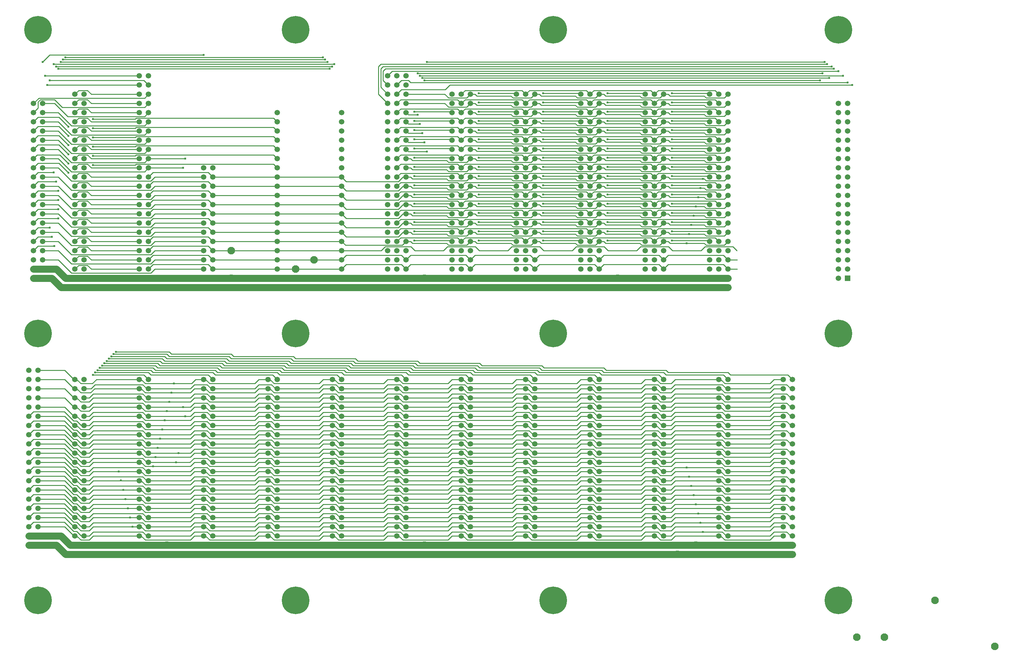
<source format=gtl>
G04*
G04 #@! TF.GenerationSoftware,Altium Limited,Altium Designer,21.9.1 (22)*
G04*
G04 Layer_Physical_Order=1*
G04 Layer_Color=255*
%FSLAX25Y25*%
%MOIN*%
G70*
G04*
G04 #@! TF.SameCoordinates,ED34AEAF-C743-4D8C-A4B6-5B60F8E4C993*
G04*
G04*
G04 #@! TF.FilePolarity,Positive*
G04*
G01*
G75*
%ADD13C,0.01000*%
%ADD19C,0.07500*%
%ADD20C,0.30000*%
%ADD21R,0.05906X0.05906*%
%ADD22C,0.05906*%
%ADD23C,0.08268*%
%ADD24C,0.02400*%
D13*
X125652Y604000D02*
G03*
X124348Y604000I-652J-4000D01*
G01*
X170000Y320000D02*
X175359D01*
X170000Y330000D02*
X175359D01*
X180000Y250000D02*
X230000D01*
X532500Y692500D02*
X972500D01*
X537500Y687500D02*
X980000D01*
X540000Y685000D02*
X970000D01*
X525000Y682500D02*
X1000000D01*
X567500Y680000D02*
X1005000D01*
X535000Y690000D02*
X995000D01*
X505000Y695000D02*
X990000D01*
X497500Y697500D02*
X985000D01*
X495000Y700000D02*
X982500D01*
X492500Y702500D02*
X977500D01*
X542500Y705000D02*
X975000D01*
X236453Y345547D02*
X285547D01*
X236453Y355547D02*
X286860D01*
X514053Y654053D02*
X575947D01*
X510000Y650000D02*
X514053Y654053D01*
X525000Y670000D02*
X562000D01*
X566053Y665947D01*
X525000Y660000D02*
X562000D01*
X566053Y655947D01*
X522500Y607500D02*
X542500D01*
X520000Y610000D02*
X522500Y607500D01*
X495000Y685000D02*
Y695000D01*
X497500Y697500D01*
X562500Y675000D02*
X567500Y680000D01*
X522500Y685000D02*
X525000Y682500D01*
X490000Y700000D02*
X492500Y702500D01*
X490000Y670000D02*
Y700000D01*
Y670000D02*
X500000Y660000D01*
X492500Y697500D02*
X495000Y700000D01*
X492500Y677500D02*
Y697500D01*
Y677500D02*
X500000Y670000D01*
X495000Y685000D02*
X500000Y680000D01*
Y690000D02*
X505000Y695000D01*
X515000Y685000D02*
X522500D01*
X510000Y680000D02*
X515000Y685000D01*
Y675000D02*
X562500D01*
X510000Y670000D02*
X515000Y675000D01*
X522500Y617500D02*
X540000D01*
X522500Y647500D02*
X532500D01*
X522500Y627500D02*
X537500D01*
X522500Y637500D02*
X535000D01*
X520000Y650000D02*
X522500Y647500D01*
X520000Y640000D02*
X522500Y637500D01*
X520000Y630000D02*
X522500Y627500D01*
X520000Y620000D02*
X522500Y617500D01*
X832500Y234453D02*
X863547D01*
X812312D02*
X832500D01*
X842500Y194453D02*
X863547D01*
X812312D02*
X842500D01*
X835000Y224453D02*
X863547D01*
X812312D02*
X835000D01*
X827500Y254453D02*
X863547D01*
X812312D02*
X827500D01*
X837500Y214453D02*
X863547D01*
X812312D02*
X837500D01*
X840000Y204453D02*
X863547D01*
X812312D02*
X840000D01*
X830000Y244453D02*
X863547D01*
X812312D02*
X830000D01*
X825000Y264453D02*
X863547D01*
X812312D02*
X825000D01*
X837500Y558000D02*
X844000D01*
X807000D02*
X837500D01*
X835000Y548000D02*
X844000D01*
X807000D02*
X835000D01*
X832500Y538000D02*
X844000D01*
X807000D02*
X832500D01*
X830000Y528000D02*
X844000D01*
X807000D02*
X830000D01*
X827500Y518000D02*
X844000D01*
X807000D02*
X827500D01*
X825000Y508000D02*
X844000D01*
X807000D02*
X825000D01*
X840000Y568000D02*
X844000D01*
X807000D02*
X840000D01*
X800000Y220000D02*
X807860D01*
X812312Y224453D01*
X808047Y215547D02*
X812500Y220000D01*
X860000D01*
X807860Y300000D02*
X812312Y304453D01*
X808047Y255547D02*
X812500Y260000D01*
X860000D01*
X800000Y230000D02*
X807860D01*
X808047Y345547D02*
X812500Y350000D01*
X808047Y205547D02*
X812500Y210000D01*
X808047Y355547D02*
X812500Y360000D01*
X808047Y265547D02*
X812500Y270000D01*
X860000D01*
X796453Y265547D02*
X808047D01*
Y275547D02*
X812500Y280000D01*
X860000D01*
X807860D02*
X812312Y284453D01*
X863547D01*
X808047Y295547D02*
X812500Y300000D01*
X812312Y304453D02*
X863547D01*
X812500Y300000D02*
X860000D01*
X796453Y245547D02*
X808047D01*
X812500Y250000D01*
X860000D01*
X796453Y295547D02*
X808047D01*
X807860Y250000D02*
X812312Y254453D01*
X796453Y225547D02*
X808047D01*
X807860Y230000D02*
X812312Y234453D01*
X812500Y190000D02*
X860000D01*
X812500Y230000D02*
X860000D01*
X807860Y190000D02*
X812312Y194453D01*
X800000Y250000D02*
X807860D01*
Y290000D02*
X812312Y294453D01*
X807860Y340000D02*
X812312Y344453D01*
X807860Y310000D02*
X812312Y314453D01*
X800000Y190000D02*
X807860D01*
X808047Y305547D02*
X812500Y310000D01*
Y350000D02*
X860000D01*
X812312Y344453D02*
X863547D01*
X796453Y285547D02*
X808047D01*
X796453Y325547D02*
X808047D01*
X800000Y340000D02*
X807860D01*
X812312Y314453D02*
X863547D01*
X800000Y260000D02*
X807860D01*
X812500Y290000D02*
X860000D01*
X812500Y330000D02*
X860000D01*
X807860Y210000D02*
X812312Y214453D01*
X807860Y240000D02*
X812312Y244453D01*
X808047Y185547D02*
X812500Y190000D01*
X800000Y290000D02*
X807860D01*
X812500Y210000D02*
X860000D01*
X812500Y360000D02*
X860000D01*
X807860Y350000D02*
X812312Y354453D01*
X800000Y310000D02*
X807860D01*
X812312Y294453D02*
X863547D01*
X796453Y205547D02*
X808047D01*
Y225547D02*
X812500Y230000D01*
X796453Y215547D02*
X808047D01*
X812312Y324453D02*
X863547D01*
X808047Y335547D02*
X812500Y340000D01*
X808047Y195547D02*
X812500Y200000D01*
X796453Y255547D02*
X808047D01*
X796453Y315547D02*
X808047D01*
X796453Y235547D02*
X808047D01*
X796453Y275547D02*
X808047D01*
X800000Y330000D02*
X807860D01*
X812312Y334453D01*
X796453Y335547D02*
X808047D01*
Y235547D02*
X812500Y240000D01*
X800000Y200000D02*
X807860D01*
Y270000D02*
X812312Y274453D01*
X807860Y320000D02*
X812312Y324453D01*
X800000Y300000D02*
X807860D01*
X812500Y200000D02*
X860000D01*
X800000Y280000D02*
X807860D01*
X812312Y354453D02*
X863547D01*
X808047Y325547D02*
X812500Y330000D01*
X808047Y315547D02*
X812500Y320000D01*
X800000D02*
X807860D01*
X800000Y350000D02*
X807860D01*
X812500Y320000D02*
X860000D01*
X800000Y240000D02*
X807860D01*
Y260000D02*
X812312Y264453D01*
X812500Y310000D02*
X860000D01*
X808047Y285547D02*
X812500Y290000D01*
Y240000D02*
X860000D01*
X812312Y334453D02*
X863547D01*
X800000Y270000D02*
X807860D01*
X812500Y340000D02*
X860000D01*
X800000Y210000D02*
X807860D01*
X796453Y355547D02*
X808047D01*
X796453Y185547D02*
X808047D01*
X796453Y305547D02*
X808047D01*
X796453Y195547D02*
X808047D01*
X796453Y345547D02*
X808047D01*
X807860Y200000D02*
X812312Y204453D01*
Y274453D02*
X863547D01*
X277500Y330000D02*
X285360D01*
X240000D02*
X277500D01*
X280000Y320000D02*
X285360D01*
X240000D02*
X280000D01*
X272500Y280000D02*
X285360D01*
X240000D02*
X272500D01*
X270000Y270000D02*
X284907D01*
X240000D02*
X270000D01*
X180000Y260000D02*
X207500D01*
X175547Y255547D02*
X180000Y260000D01*
X175547Y245547D02*
X180000Y250000D01*
X175359Y300000D02*
X179812Y304453D01*
X175359Y320000D02*
X179812Y324453D01*
X233547D01*
X175359Y340000D02*
X179812Y344453D01*
Y304453D02*
X233547D01*
X175547Y275547D02*
X180000Y280000D01*
X170000Y300000D02*
X175359D01*
X180000Y280000D02*
X230000D01*
X179812Y344453D02*
X233547D01*
X176907Y345547D02*
X181360Y350000D01*
X175547Y215547D02*
X180000Y220000D01*
X175359Y230000D02*
X179812Y234453D01*
X170000Y200000D02*
X175359D01*
X179812Y234453D02*
X233547D01*
X175547Y295547D02*
X180000Y300000D01*
X170000Y220000D02*
X175359D01*
X179812Y224453D01*
X233547D01*
X175547Y305547D02*
X180000Y310000D01*
X175547Y225547D02*
X180000Y230000D01*
X181360Y350000D02*
X230000D01*
X175359Y310000D02*
X179812Y314453D01*
Y214453D02*
X233547D01*
X180000Y200000D02*
X222500D01*
X180000Y230000D02*
X215000D01*
X166453Y305547D02*
X175547D01*
X175359Y260000D02*
X179812Y264453D01*
X183360Y360000D02*
X230000D01*
X166453Y265547D02*
X175547D01*
X166453Y255547D02*
X175547D01*
X178907Y355547D02*
X183360Y360000D01*
X166453Y205547D02*
X175547D01*
X180000Y190000D02*
X230000D01*
X175547Y315547D02*
X180000Y320000D01*
X170000Y230000D02*
X175359D01*
Y200000D02*
X179812Y204453D01*
Y314453D02*
X233547D01*
X179812Y264453D02*
X233547D01*
X166453Y345547D02*
X176907D01*
X166453Y225547D02*
X175547D01*
X170000Y210000D02*
X175359D01*
X180000Y310000D02*
X230000D01*
X166453Y335547D02*
X175547D01*
X166453Y295547D02*
X175547D01*
X170000Y340000D02*
X175359D01*
X166453Y355547D02*
X178907D01*
X175547Y335547D02*
X180000Y340000D01*
X175547Y195547D02*
X180000Y200000D01*
X166453Y325547D02*
X175547D01*
X180000Y340000D02*
X230000D01*
X180000Y300000D02*
X230000D01*
X175547Y235547D02*
X180000Y240000D01*
X166453Y185547D02*
X175547D01*
X180000Y320000D02*
X230000D01*
X170000Y190000D02*
X175359D01*
X180000Y240000D02*
X212500D01*
X179812Y294453D02*
X233547D01*
X179812Y194453D02*
X233547D01*
X175359Y240000D02*
X179812Y244453D01*
X166453Y285547D02*
X175547D01*
X179812Y274453D02*
X233547D01*
X166453Y275547D02*
X175547D01*
X179812Y284453D02*
X233547D01*
X170000Y240000D02*
X175359D01*
Y270000D02*
X179812Y274453D01*
X175547Y205547D02*
X180000Y210000D01*
X166453Y235547D02*
X175547D01*
X170000Y250000D02*
X175359D01*
X170000Y280000D02*
X175359D01*
X175547Y185547D02*
X180000Y190000D01*
X175359Y250000D02*
X179812Y254453D01*
X180000Y210000D02*
X220000D01*
X175359D02*
X179812Y214453D01*
X175547Y285547D02*
X180000Y290000D01*
Y220000D02*
X217500D01*
X170000Y260000D02*
X175359D01*
X181812Y354453D02*
X233547D01*
X175359Y290000D02*
X179812Y294453D01*
X175359Y190000D02*
X179812Y194453D01*
Y244453D02*
X233547D01*
X179812Y204453D02*
X233547D01*
X180000Y270000D02*
X230000D01*
X179812Y334453D02*
X233547D01*
X180000Y330000D02*
X230000D01*
X180000Y290000D02*
X230000D01*
X170000Y270000D02*
X175359D01*
X170000Y350000D02*
X177359D01*
X179812Y254453D02*
X233547D01*
X175359Y280000D02*
X179812Y284453D01*
X166453Y245547D02*
X175547D01*
X166453Y215547D02*
X175547D01*
X170000Y290000D02*
X175359D01*
Y330000D02*
X179812Y334453D01*
X175547Y325547D02*
X180000Y330000D01*
X175547Y265547D02*
X180000Y270000D01*
X166453Y195547D02*
X175547D01*
X177359Y350000D02*
X181812Y354453D01*
X166453Y315547D02*
X175547D01*
X170000Y310000D02*
X175359D01*
X285547Y305547D02*
X290000Y310000D01*
X285547Y275547D02*
X290000Y280000D01*
X285547Y325547D02*
X290000Y330000D01*
X236453Y285547D02*
X285547D01*
Y335547D02*
X290000Y340000D01*
Y300000D02*
X300000D01*
X285547Y315547D02*
X290000Y320000D01*
X236453Y265547D02*
X245000D01*
X290000Y310000D02*
X300000D01*
X285547Y195547D02*
X290000Y200000D01*
X236453Y195547D02*
X285547D01*
X285360Y290000D02*
X289812Y294453D01*
X303547D01*
X240000Y310000D02*
X285360D01*
X289812Y314453D01*
X236453Y215547D02*
X285547D01*
X290000Y250000D02*
X300000D01*
X236453Y245547D02*
X285547D01*
X289812Y204453D02*
X303547D01*
X240000Y200000D02*
X285360D01*
X285547Y245547D02*
X290000Y250000D01*
X289812Y254453D02*
X303547D01*
X245000Y265547D02*
X285547D01*
X290000Y240000D02*
X300000D01*
X285360Y200000D02*
X289812Y204453D01*
X285360Y260000D02*
X289812Y264453D01*
X303547D01*
X285360Y230000D02*
X289812Y234453D01*
X303547D01*
X240000Y230000D02*
X285360D01*
X285547Y235547D02*
X290000Y240000D01*
X285360Y340000D02*
X289812Y344453D01*
X285547Y215547D02*
X290000Y220000D01*
X289812Y314453D02*
X303547D01*
X240000Y210000D02*
X285360D01*
X289812Y354453D02*
X303547D01*
X285360Y250000D02*
X289812Y254453D01*
X240000Y350000D02*
X285360D01*
Y330000D02*
X289812Y334453D01*
X285547Y345547D02*
X290000Y350000D01*
X285360D02*
X289812Y354453D01*
X236453Y305547D02*
X285547D01*
X289812Y284453D02*
X303547D01*
X289359Y274453D02*
X303547D01*
X289812Y224453D02*
X303547D01*
X289812Y214453D02*
X303547D01*
X285360Y320000D02*
X289812Y324453D01*
X285547Y225547D02*
X290000Y230000D01*
X285360Y280000D02*
X289812Y284453D01*
X240000Y250000D02*
X285360D01*
X289812Y334453D02*
X303547D01*
X236453Y335547D02*
X285547D01*
X236453Y295547D02*
X285547D01*
X286860Y355547D02*
X291312Y360000D01*
X285360Y300000D02*
X289812Y304453D01*
X290000Y280000D02*
X300000D01*
X236453Y315547D02*
X285547D01*
X285360Y210000D02*
X289812Y214453D01*
X290000Y210000D02*
X300000D01*
X290000Y340000D02*
X300000D01*
X289812Y344453D02*
X303547D01*
X290000Y270000D02*
X300000D01*
X236453Y185547D02*
X285547D01*
X290000Y260000D02*
X300000D01*
X289812Y194453D02*
X303547D01*
X285360Y240000D02*
X289812Y244453D01*
X240000Y220000D02*
X285360D01*
X236453Y205547D02*
X285547D01*
X290000Y330000D02*
X300000D01*
X290000Y200000D02*
X300000D01*
X290000Y350000D02*
X300000D01*
X290000Y230000D02*
X300000D01*
X285547Y265547D02*
X290000Y270000D01*
X285547Y255547D02*
X290000Y260000D01*
X285547Y185547D02*
X290000Y190000D01*
X240000D02*
X285360D01*
X240000Y240000D02*
X285360D01*
X236453Y325547D02*
X285547D01*
X285360Y220000D02*
X289812Y224453D01*
X236453Y255547D02*
X285547D01*
X240000Y340000D02*
X285360D01*
X290000Y220000D02*
X300000D01*
X290000Y290000D02*
X300000D01*
X285547Y205547D02*
X290000Y210000D01*
X240000Y260000D02*
X285360D01*
X285547Y295547D02*
X290000Y300000D01*
X240000D02*
X285360D01*
X284907Y270000D02*
X289359Y274453D01*
X290000Y190000D02*
X300000D01*
X236453Y225547D02*
X285547D01*
X289812Y324453D02*
X303547D01*
X290000Y320000D02*
X300000D01*
X285547Y285547D02*
X290000Y290000D01*
X285360Y190000D02*
X289812Y194453D01*
Y244453D02*
X303547D01*
X236453Y235547D02*
X285547D01*
X291312Y360000D02*
X300000D01*
X240000Y290000D02*
X285360D01*
X236453Y275547D02*
X285547D01*
X289812Y304453D02*
X303547D01*
X355360Y340000D02*
X359812Y344453D01*
X373547D01*
X355360Y220000D02*
X359812Y224453D01*
X355360Y310000D02*
X359812Y314453D01*
X355547Y255547D02*
X360000Y260000D01*
X306453Y215547D02*
X355547D01*
X360000Y220000D02*
X370000D01*
X360000Y290000D02*
X370000D01*
X355547Y285547D02*
X360000Y290000D01*
X359812Y354453D02*
X373547D01*
X310000Y350000D02*
X355360D01*
X359812Y314453D02*
X373547D01*
X355360Y350000D02*
X359812Y354453D01*
X355547Y195547D02*
X360000Y200000D01*
X370000D01*
X360000Y250000D02*
X370000D01*
X355547Y235547D02*
X360000Y240000D01*
X355547Y265547D02*
X360000Y270000D01*
X370000D01*
X310000Y220000D02*
X355360D01*
X306453Y265547D02*
X355547D01*
X310000Y230000D02*
X355360D01*
X359812Y234453D01*
X360000Y240000D02*
X370000D01*
X306453Y355547D02*
X355547D01*
X359812Y224453D02*
X373547D01*
X355547Y355547D02*
X360000Y360000D01*
X355360Y290000D02*
X359812Y294453D01*
X355360Y250000D02*
X359812Y254453D01*
X310000Y200000D02*
X355360D01*
X359812Y294453D02*
X373547D01*
X355547Y275547D02*
X360000Y280000D01*
X355360Y260000D02*
X359812Y264453D01*
X360000Y280000D02*
X370000D01*
X355360Y300000D02*
X359812Y304453D01*
X355547Y305547D02*
X360000Y310000D01*
X355547Y245547D02*
X360000Y250000D01*
X355360Y320000D02*
X359812Y324453D01*
X306453Y195547D02*
X355547D01*
Y205547D02*
X360000Y210000D01*
Y310000D02*
X370000D01*
X359812Y324453D02*
X373547D01*
X360000Y320000D02*
X370000D01*
X310000Y340000D02*
X355360D01*
X306453Y225547D02*
X355547D01*
X360000Y330000D02*
X370000D01*
X355360Y280000D02*
X359812Y284453D01*
X360000Y260000D02*
X370000D01*
X355360Y270000D02*
X359812Y274453D01*
X310000Y310000D02*
X355360D01*
X306453Y185547D02*
X355547D01*
X360000Y190000D01*
X355547Y345547D02*
X360000Y350000D01*
X306453Y295547D02*
X355547D01*
X306453Y255547D02*
X355547D01*
X355360Y200000D02*
X359812Y204453D01*
Y234453D02*
X373547D01*
X306453Y245547D02*
X355547D01*
X360000Y350000D02*
X370000D01*
X355360Y190000D02*
X359812Y194453D01*
Y244453D02*
X373547D01*
X360000Y230000D02*
X370000D01*
X306453Y205547D02*
X355547D01*
X355360Y330000D02*
X359812Y334453D01*
X306453Y335547D02*
X355547D01*
Y315547D02*
X360000Y320000D01*
X355547Y215547D02*
X360000Y220000D01*
X306453Y325547D02*
X355547D01*
Y335547D02*
X360000Y340000D01*
X310000Y320000D02*
X355360D01*
X360000Y360000D02*
X370000D01*
X355547Y225547D02*
X360000Y230000D01*
X359812Y334453D02*
X373547D01*
X310000Y290000D02*
X355360D01*
X306453Y275547D02*
X355547D01*
X306453Y235547D02*
X355547D01*
X360000Y340000D02*
X370000D01*
X360000Y300000D02*
X370000D01*
X306453Y315547D02*
X355547D01*
X306453Y305547D02*
X355547D01*
X310000Y330000D02*
X355360D01*
X359812Y264453D02*
X373547D01*
X355547Y325547D02*
X360000Y330000D01*
X359812Y214453D02*
X373547D01*
X359812Y254453D02*
X373547D01*
X360000Y190000D02*
X370000D01*
X359812Y284453D02*
X373547D01*
X359812Y274453D02*
X373547D01*
X360000Y210000D02*
X370000D01*
X359812Y194453D02*
X373547D01*
X310000Y240000D02*
X355360D01*
X310000Y210000D02*
X355360D01*
X310000Y260000D02*
X355360D01*
X310000Y250000D02*
X355360D01*
X359812Y204453D02*
X373547D01*
X306453Y345547D02*
X355547D01*
X310000Y280000D02*
X355360D01*
X359812Y304453D02*
X373547D01*
X355547Y295547D02*
X360000Y300000D01*
X310000Y190000D02*
X355360D01*
Y240000D02*
X359812Y244453D01*
X355360Y210000D02*
X359812Y214453D01*
X310000Y300000D02*
X355360D01*
X306453Y285547D02*
X355547D01*
X310000Y270000D02*
X355360D01*
X425359Y340000D02*
X429812Y344453D01*
X443547D01*
X425359Y220000D02*
X429812Y224453D01*
X380000Y260000D02*
X425359D01*
X429812Y264453D01*
X425359Y200000D02*
X429812Y204453D01*
X443547D01*
X425359Y310000D02*
X429812Y314453D01*
X443547D01*
X380000Y250000D02*
X425359D01*
X429812Y254453D02*
X443547D01*
X425547Y195547D02*
X430000Y200000D01*
X425359Y240000D02*
X429812Y244453D01*
X430000Y200000D02*
X440000D01*
X376453Y195547D02*
X425547D01*
X376453Y315547D02*
X425547D01*
X430000Y320000D02*
X440000D01*
X429812Y264453D02*
X443547D01*
X376453Y235547D02*
X425547D01*
Y245547D02*
X430000Y250000D01*
X376453Y205547D02*
X425547D01*
X430000Y210000D02*
X440000D01*
X429812Y224453D02*
X443547D01*
X425359Y300000D02*
X429812Y304453D01*
X380000Y300000D02*
X425359D01*
X429812Y304453D02*
X443547D01*
X376453Y295547D02*
X425547D01*
X425359Y210000D02*
X429812Y214453D01*
X380000Y190000D02*
X425359D01*
X425547Y315547D02*
X430000Y320000D01*
X429812Y214453D02*
X443547D01*
X429812Y194453D02*
X443547D01*
X380000Y270000D02*
X425359D01*
X376453Y215547D02*
X425547D01*
X429812Y274453D02*
X443547D01*
X429812Y234453D02*
X443547D01*
X425359Y270000D02*
X429812Y274453D01*
X425359Y230000D02*
X429812Y234453D01*
X380000Y290000D02*
X425359D01*
X430000Y240000D02*
X440000D01*
X425547Y305547D02*
X430000Y310000D01*
X425359Y320000D02*
X429812Y324453D01*
X430000Y300000D02*
X440000D01*
X425547Y205547D02*
X430000Y210000D01*
X376453Y185547D02*
X425547D01*
X430000Y220000D02*
X440000D01*
X380000Y230000D02*
X425359D01*
X425547Y325547D02*
X430000Y330000D01*
X429812Y294453D02*
X443547D01*
X425359Y280000D02*
X429812Y284453D01*
X425547Y235547D02*
X430000Y240000D01*
X425547Y335547D02*
X430000Y340000D01*
X380000Y320000D02*
X425359D01*
X429812Y284453D02*
X443547D01*
X376453Y325547D02*
X425547D01*
X380000Y330000D02*
X425359D01*
X429812Y324453D02*
X443547D01*
X380000Y220000D02*
X425359D01*
X380000Y280000D02*
X425359D01*
X430000Y330000D02*
X440000D01*
X380000Y340000D02*
X425359D01*
X380000Y350000D02*
X425359D01*
X376453Y245547D02*
X425547D01*
X430000Y270000D02*
X440000D01*
X425547Y285547D02*
X430000Y290000D01*
X429812Y334453D02*
X443547D01*
X376453Y275547D02*
X425547D01*
X425359Y250000D02*
X429812Y254453D01*
X430000Y230000D02*
X440000D01*
X425359Y190000D02*
X429812Y194453D01*
X430000Y290000D02*
X440000D01*
X430000Y280000D02*
X440000D01*
X380000Y210000D02*
X425359D01*
X376453Y255547D02*
X425547D01*
Y275547D02*
X430000Y280000D01*
X376453Y305547D02*
X425547D01*
X430000Y310000D02*
X440000D01*
X376453Y355547D02*
X425547D01*
Y225547D02*
X430000Y230000D01*
X425547Y295547D02*
X430000Y300000D01*
Y260000D02*
X440000D01*
X425547Y355547D02*
X430000Y360000D01*
X380000Y310000D02*
X425359D01*
X430000Y340000D02*
X440000D01*
X430000Y250000D02*
X440000D01*
X425547Y255547D02*
X430000Y260000D01*
X376453Y345547D02*
X425547D01*
X376453Y225547D02*
X425547D01*
X429812Y354453D02*
X443547D01*
X429812Y244453D02*
X443547D01*
X425547Y265547D02*
X430000Y270000D01*
Y360000D02*
X440000D01*
X430000Y190000D02*
X440000D01*
X380000Y200000D02*
X425359D01*
X430000Y350000D02*
X440000D01*
X425359D02*
X429812Y354453D01*
X380000Y240000D02*
X425359D01*
X376453Y265547D02*
X425547D01*
X425359Y330000D02*
X429812Y334453D01*
X376453Y335547D02*
X425547D01*
Y185547D02*
X430000Y190000D01*
X425547Y215547D02*
X430000Y220000D01*
X425359Y290000D02*
X429812Y294453D01*
X376453Y285547D02*
X425547D01*
Y345547D02*
X430000Y350000D01*
X380000Y367500D02*
X382500Y365000D01*
X445000D01*
X450000Y360000D01*
X495360Y290000D02*
X499812Y294453D01*
X450000Y290000D02*
X495360D01*
X499812Y294453D02*
X513547D01*
X495547Y195547D02*
X500000Y200000D01*
X510000D01*
X495547Y255547D02*
X500000Y260000D01*
X510000D01*
X446453Y255547D02*
X495547D01*
X495360Y230000D02*
X499812Y234453D01*
X495547Y285547D02*
X500000Y290000D01*
X510000D01*
X446453Y285547D02*
X495547D01*
X495360Y240000D02*
X499812Y244453D01*
Y234453D02*
X513547D01*
X495360Y260000D02*
X499812Y264453D01*
X513547D01*
X450000Y260000D02*
X495360D01*
X446453Y205547D02*
X495547D01*
X495360Y220000D02*
X499812Y224453D01*
X513547D01*
X450000Y330000D02*
X495360D01*
X499812Y334453D02*
X513547D01*
X495360Y330000D02*
X499812Y334453D01*
X495547Y205547D02*
X500000Y210000D01*
X446453Y355547D02*
X495547D01*
X500000Y340000D02*
X510000D01*
X450000Y230000D02*
X495360D01*
X446453Y335547D02*
X495547D01*
Y215547D02*
X500000Y220000D01*
X450000Y340000D02*
X495360D01*
X499812Y214453D02*
X513547D01*
X450000Y190000D02*
X495360D01*
X500000Y300000D02*
X510000D01*
X495547Y275547D02*
X500000Y280000D01*
X495547Y225547D02*
X500000Y230000D01*
X499812Y344453D02*
X513547D01*
X500000Y210000D02*
X510000D01*
X495360Y310000D02*
X499812Y314453D01*
X446453Y305547D02*
X495547D01*
X450000Y200000D02*
X495360D01*
Y250000D02*
X499812Y254453D01*
X495360Y280000D02*
X499812Y284453D01*
X495547Y305547D02*
X500000Y310000D01*
X446453Y345547D02*
X495547D01*
X500000Y220000D02*
X510000D01*
X446453Y295547D02*
X495547D01*
X450000Y210000D02*
X495360D01*
X450000Y280000D02*
X495360D01*
X499812Y194453D02*
X513547D01*
X495360Y320000D02*
X499812Y324453D01*
X500000Y280000D02*
X510000D01*
X446453Y215547D02*
X495547D01*
Y355547D02*
X500000Y360000D01*
Y250000D02*
X510000D01*
X500000Y310000D02*
X510000D01*
X499812Y354453D02*
X513547D01*
X450000Y320000D02*
X495360D01*
X499812Y284453D02*
X513547D01*
X450000Y350000D02*
X495360D01*
X500000D02*
X510000D01*
X499812Y324453D02*
X513547D01*
X500000Y320000D02*
X510000D01*
X446453Y275547D02*
X495547D01*
X495360Y350000D02*
X499812Y354453D01*
X495547Y335547D02*
X500000Y340000D01*
X446453Y185547D02*
X495547D01*
X450000Y250000D02*
X495360D01*
X495547Y185547D02*
X500000Y190000D01*
X446453Y235547D02*
X495547D01*
X500000Y230000D02*
X510000D01*
X495547Y325547D02*
X500000Y330000D01*
X446453Y225547D02*
X495547D01*
X499812Y314453D02*
X513547D01*
X495360Y270000D02*
X499812Y274453D01*
X495360Y200000D02*
X499812Y204453D01*
X495547Y235547D02*
X500000Y240000D01*
Y360000D02*
X510000D01*
X495360Y340000D02*
X499812Y344453D01*
X450000Y220000D02*
X495360D01*
X499812Y254453D02*
X513547D01*
X500000Y270000D02*
X510000D01*
X446453Y195547D02*
X495547D01*
X495360Y210000D02*
X499812Y214453D01*
X495547Y295547D02*
X500000Y300000D01*
X450000D02*
X495360D01*
Y190000D02*
X499812Y194453D01*
X450000Y270000D02*
X495360D01*
X499812Y204453D02*
X513547D01*
X495547Y245547D02*
X500000Y250000D01*
Y240000D02*
X510000D01*
X446453Y265547D02*
X495547D01*
X499812Y274453D02*
X513547D01*
X450000Y240000D02*
X495360D01*
X499812Y304453D02*
X513547D01*
X500000Y190000D02*
X510000D01*
X446453Y315547D02*
X495547D01*
X500000Y320000D01*
X499812Y244453D02*
X513547D01*
X495547Y345547D02*
X500000Y350000D01*
X495547Y265547D02*
X500000Y270000D01*
X495360Y300000D02*
X499812Y304453D01*
X446453Y245547D02*
X495547D01*
X450000Y310000D02*
X495360D01*
X446453Y325547D02*
X495547D01*
X500000Y330000D02*
X510000D01*
X565359D02*
X569812Y334453D01*
X565547Y275547D02*
X570000Y280000D01*
X565359Y290000D02*
X569812Y294453D01*
X565359Y210000D02*
X569812Y214453D01*
X520000Y210000D02*
X565359D01*
Y230000D02*
X569812Y234453D01*
X565359Y220000D02*
X569812Y224453D01*
X520000Y220000D02*
X565359D01*
X569812Y334453D02*
X583547D01*
X569812Y224453D02*
X583547D01*
X569812Y344453D02*
X583547D01*
X520000Y260000D02*
X565359D01*
X569812Y264453D02*
X583547D01*
X516453Y245547D02*
X565547D01*
X516453Y195547D02*
X565547D01*
X516453Y355547D02*
X565547D01*
X570000Y360000D02*
X580000D01*
X570000Y240000D02*
X580000D01*
X565547Y235547D02*
X570000Y240000D01*
X565547Y255547D02*
X570000Y260000D01*
X516453Y255547D02*
X565547D01*
X570000Y260000D02*
X580000D01*
X570000Y280000D02*
X580000D01*
X565547Y335547D02*
X570000Y340000D01*
X520000Y190000D02*
X565359D01*
X520000Y250000D02*
X565359D01*
X569812Y274453D02*
X583547D01*
X565359Y260000D02*
X569812Y264453D01*
X565547Y265547D02*
X570000Y270000D01*
X516453Y185547D02*
X565547D01*
X565359Y350000D02*
X569812Y354453D01*
X565547Y285547D02*
X570000Y290000D01*
X565359Y300000D02*
X569812Y304453D01*
X570000Y300000D02*
X580000D01*
X569812Y214453D02*
X583547D01*
X569812Y354453D02*
X583547D01*
X570000Y250000D02*
X580000D01*
X516453Y225547D02*
X565547D01*
X570000Y220000D02*
X580000D01*
X565547Y355547D02*
X570000Y360000D01*
Y310000D02*
X580000D01*
X516453Y285547D02*
X565547D01*
X570000Y190000D02*
X580000D01*
X520000Y230000D02*
X565359D01*
Y270000D02*
X569812Y274453D01*
X565547Y315547D02*
X570000Y320000D01*
Y230000D02*
X580000D01*
X565359Y240000D02*
X569812Y244453D01*
X565547Y225547D02*
X570000Y230000D01*
X565359Y190000D02*
X569812Y194453D01*
Y254453D02*
X583547D01*
X565359Y280000D02*
X569812Y284453D01*
X565359Y310000D02*
X569812Y314453D01*
X565547Y345547D02*
X570000Y350000D01*
X569812Y194453D02*
X583547D01*
X565359Y250000D02*
X569812Y254453D01*
X516453Y265547D02*
X565547D01*
X516453Y205547D02*
X565547D01*
X520000Y330000D02*
X565359D01*
X520000Y310000D02*
X565359D01*
X516453Y335547D02*
X565547D01*
X516453Y345547D02*
X565547D01*
X570000Y210000D02*
X580000D01*
X520000Y280000D02*
X565359D01*
X516453Y315547D02*
X565547D01*
X569812Y244453D02*
X583547D01*
X569812Y324453D02*
X583547D01*
X565359Y340000D02*
X569812Y344453D01*
Y284453D02*
X583547D01*
X569812Y234453D02*
X583547D01*
X565359Y320000D02*
X569812Y324453D01*
X520000Y340000D02*
X565359D01*
X520000Y270000D02*
X565359D01*
X516453Y235547D02*
X565547D01*
X570000Y200000D02*
X580000D01*
X520000D02*
X565359D01*
X569812Y294453D02*
X583547D01*
X570000Y270000D02*
X580000D01*
X516453Y295547D02*
X565547D01*
X516453Y275547D02*
X565547D01*
Y305547D02*
X570000Y310000D01*
Y290000D02*
X580000D01*
X520000Y300000D02*
X565359D01*
X570000Y340000D02*
X580000D01*
X570000Y320000D02*
X580000D01*
X569812Y204453D02*
X583547D01*
X516453Y215547D02*
X565547D01*
X570000Y330000D02*
X580000D01*
X565547Y185547D02*
X570000Y190000D01*
X516453Y305547D02*
X565547D01*
X569812Y304453D02*
X583547D01*
X565359Y200000D02*
X569812Y204453D01*
X520000Y290000D02*
X565359D01*
X565547Y205547D02*
X570000Y210000D01*
X520000Y320000D02*
X565359D01*
X516453Y325547D02*
X565547D01*
X570000Y330000D01*
Y350000D02*
X580000D01*
X565547Y215547D02*
X570000Y220000D01*
X520000Y350000D02*
X565359D01*
X565547Y245547D02*
X570000Y250000D01*
X520000Y240000D02*
X565359D01*
X565547Y295547D02*
X570000Y300000D01*
X565547Y195547D02*
X570000Y200000D01*
X569812Y314453D02*
X583547D01*
X639812Y204453D02*
X653547D01*
X590000Y210000D02*
X635359D01*
Y310000D02*
X639812Y314453D01*
Y324453D02*
X653547D01*
X590000Y320000D02*
X635359D01*
X639812Y324453D01*
X635359Y190000D02*
X639812Y194453D01*
X635547Y285547D02*
X640000Y290000D01*
X639812Y194453D02*
X653547D01*
X635547Y255547D02*
X640000Y260000D01*
X635547Y215547D02*
X640000Y220000D01*
X650000D01*
X586453Y215547D02*
X635547D01*
Y195547D02*
X640000Y200000D01*
X639812Y294453D02*
X653547D01*
X635359Y290000D02*
X639812Y294453D01*
X590000Y290000D02*
X635359D01*
X639812Y344453D02*
X653547D01*
X635359Y220000D02*
X639812Y224453D01*
X640000Y290000D02*
X650000D01*
X639812Y314453D02*
X653547D01*
X635359Y260000D02*
X639812Y264453D01*
Y254453D02*
X653547D01*
X640000Y250000D02*
X650000D01*
X635359Y240000D02*
X639812Y244453D01*
X635359Y250000D02*
X639812Y254453D01*
X586453Y245547D02*
X635547D01*
X640000Y350000D02*
X650000D01*
X635547Y325547D02*
X640000Y330000D01*
X586453Y335547D02*
X635547D01*
X586453Y305547D02*
X635547D01*
X586453Y345547D02*
X635547D01*
X635359Y330000D02*
X639812Y334453D01*
X640000Y300000D02*
X650000D01*
X635547Y275547D02*
X640000Y280000D01*
Y260000D02*
X650000D01*
X635547Y305547D02*
X640000Y310000D01*
X586453Y285547D02*
X635547D01*
Y265547D02*
X640000Y270000D01*
X639812Y334453D02*
X653547D01*
X640000Y360000D02*
X650000D01*
X640000Y270000D02*
X650000D01*
X635547Y335547D02*
X640000Y340000D01*
X590000Y230000D02*
X635359D01*
X635547Y245547D02*
X640000Y250000D01*
X639812Y244453D02*
X653547D01*
X640000Y330000D02*
X650000D01*
X640000Y280000D02*
X650000D01*
X640000Y200000D02*
X650000D01*
X586453Y255547D02*
X635547D01*
X590000Y280000D02*
X635359D01*
X590000Y340000D02*
X635359D01*
X590000Y220000D02*
X635359D01*
X590000Y260000D02*
X635359D01*
X640000Y240000D02*
X650000D01*
X590000Y350000D02*
X635359D01*
X639812Y214453D02*
X653547D01*
X635359Y280000D02*
X639812Y284453D01*
X640000Y310000D02*
X650000D01*
X590000D02*
X635359D01*
X590000Y330000D02*
X635359D01*
X635547Y355547D02*
X640000Y360000D01*
X586453Y265547D02*
X635547D01*
X640000Y340000D02*
X650000D01*
X590000Y270000D02*
X635359D01*
X590000Y200000D02*
X635359D01*
X639812Y274453D02*
X653547D01*
X586453Y315547D02*
X635547D01*
X635359Y200000D02*
X639812Y204453D01*
X635547Y225547D02*
X640000Y230000D01*
X586453Y235547D02*
X635547D01*
X590000Y250000D02*
X635359D01*
X586453Y295547D02*
X635547D01*
Y345547D02*
X640000Y350000D01*
X586453Y355547D02*
X635547D01*
X635359Y340000D02*
X639812Y344453D01*
X586453Y205547D02*
X635547D01*
X639812Y224453D02*
X653547D01*
X639812Y304453D02*
X653547D01*
X590000Y190000D02*
X635359D01*
X639812Y264453D02*
X653547D01*
X586453Y185547D02*
X635547D01*
Y235547D02*
X640000Y240000D01*
X586453Y195547D02*
X635547D01*
X635359Y270000D02*
X639812Y274453D01*
X635547Y315547D02*
X640000Y320000D01*
X635547Y185547D02*
X640000Y190000D01*
X586453Y225547D02*
X635547D01*
X586453Y325547D02*
X635547D01*
X640000Y320000D02*
X650000D01*
X635547Y295547D02*
X640000Y300000D01*
X586453Y275547D02*
X635547D01*
X635359Y300000D02*
X639812Y304453D01*
X640000Y230000D02*
X650000D01*
X640000Y210000D02*
X650000D01*
X635359Y350000D02*
X639812Y354453D01*
X635359Y210000D02*
X639812Y214453D01*
Y234453D02*
X653547D01*
X639812Y284453D02*
X653547D01*
X590000Y300000D02*
X635359D01*
X635547Y205547D02*
X640000Y210000D01*
X639812Y354453D02*
X653547D01*
X635359Y230000D02*
X639812Y234453D01*
X590000Y240000D02*
X635359D01*
X640000Y190000D02*
X650000D01*
X705360Y320000D02*
X709812Y324453D01*
X705547Y275547D02*
X710000Y280000D01*
X705360Y290000D02*
X709812Y294453D01*
X705547Y255547D02*
X710000Y260000D01*
X709812Y294453D02*
X723547D01*
X705360Y200000D02*
X709812Y204453D01*
X710000Y260000D02*
X720000D01*
X705547Y225547D02*
X710000Y230000D01*
X720000D01*
X656453Y225547D02*
X705547D01*
X656453Y335547D02*
X705547D01*
Y345547D02*
X710000Y350000D01*
X720000D01*
X656453Y255547D02*
X705547D01*
X705360Y260000D02*
X709812Y264453D01*
X723547D01*
X710000Y340000D02*
X720000D01*
X705360Y220000D02*
X709812Y224453D01*
X723547D01*
X710000Y280000D02*
X720000D01*
X660000Y220000D02*
X705360D01*
Y340000D02*
X709812Y344453D01*
X660000Y340000D02*
X705360D01*
X709812Y344453D02*
X723547D01*
X656453Y345547D02*
X705547D01*
X709812Y244453D02*
X723547D01*
X705360Y310000D02*
X709812Y314453D01*
X705547Y305547D02*
X710000Y310000D01*
Y190000D02*
X720000D01*
X705547Y335547D02*
X710000Y340000D01*
X656453Y235547D02*
X705547D01*
X709812Y314453D02*
X723547D01*
X705360Y210000D02*
X709812Y214453D01*
X656453Y205547D02*
X705547D01*
X656453Y185547D02*
X705547D01*
X710000Y240000D02*
X720000D01*
X705547Y325547D02*
X710000Y330000D01*
X705547Y205547D02*
X710000Y210000D01*
X705547Y265547D02*
X710000Y270000D01*
X705360Y330000D02*
X709812Y334453D01*
Y194453D02*
X723547D01*
X656453Y275547D02*
X705547D01*
X709812Y324453D02*
X723547D01*
X709812Y274453D02*
X723547D01*
X710000Y300000D02*
X720000D01*
X705360D02*
X709812Y304453D01*
Y284453D02*
X723547D01*
X705547Y195547D02*
X710000Y200000D01*
X705360Y190000D02*
X709812Y194453D01*
Y304453D02*
X723547D01*
X705547Y295547D02*
X710000Y300000D01*
X660000Y270000D02*
X705360D01*
X710000Y320000D02*
X720000D01*
X709812Y204453D02*
X723547D01*
X710000Y310000D02*
X720000D01*
X705360Y250000D02*
X709812Y254453D01*
X710000Y270000D02*
X720000D01*
X656453Y315547D02*
X705547D01*
X705360Y280000D02*
X709812Y284453D01*
X660000Y290000D02*
X705360D01*
X656453Y265547D02*
X705547D01*
X709812Y354453D02*
X723547D01*
X709812Y334453D02*
X723547D01*
X705360Y270000D02*
X709812Y274453D01*
X660000Y200000D02*
X705360D01*
X656453Y305547D02*
X705547D01*
X710000Y360000D02*
X720000D01*
X656453Y295547D02*
X705547D01*
X660000Y300000D02*
X705360D01*
X660000Y330000D02*
X705360D01*
Y240000D02*
X709812Y244453D01*
X660000Y310000D02*
X705360D01*
X710000Y210000D02*
X720000D01*
X660000Y260000D02*
X705360D01*
X660000Y210000D02*
X705360D01*
X656453Y325547D02*
X705547D01*
Y245547D02*
X710000Y250000D01*
X705360Y350000D02*
X709812Y354453D01*
X705547Y235547D02*
X710000Y240000D01*
Y290000D02*
X720000D01*
X705547Y185547D02*
X710000Y190000D01*
X709812Y214453D02*
X723547D01*
X660000Y240000D02*
X705360D01*
X710000Y330000D02*
X720000D01*
X660000Y250000D02*
X705360D01*
X656453Y215547D02*
X705547D01*
X710000Y200000D02*
X720000D01*
X710000Y250000D02*
X720000D01*
X705547Y285547D02*
X710000Y290000D01*
X705547Y355547D02*
X710000Y360000D01*
X660000Y190000D02*
X705360D01*
X660000Y320000D02*
X705360D01*
X709812Y254453D02*
X723547D01*
X660000Y350000D02*
X705360D01*
Y230000D02*
X709812Y234453D01*
X656453Y245547D02*
X705547D01*
X656453Y285547D02*
X705547D01*
X656453Y355547D02*
X705547D01*
Y315547D02*
X710000Y320000D01*
Y220000D02*
X720000D01*
X656453Y195547D02*
X705547D01*
Y215547D02*
X710000Y220000D01*
X660000Y280000D02*
X705360D01*
X660000Y230000D02*
X705360D01*
X709812Y234453D02*
X723547D01*
X775359Y240000D02*
X779812Y244453D01*
X730000Y340000D02*
X775359D01*
X779812Y344453D01*
X775547Y275547D02*
X780000Y280000D01*
X790000D01*
X780000Y260000D02*
X790000D01*
X726453Y255547D02*
X775547D01*
X779812Y244453D02*
X793547D01*
X775547Y285547D02*
X780000Y290000D01*
X726453Y285547D02*
X775547D01*
X780000Y290000D02*
X790000D01*
X775359Y280000D02*
X779812Y284453D01*
X793547D01*
X775547Y255547D02*
X780000Y260000D01*
X730000D02*
X775359D01*
X779812Y264453D01*
X730000Y330000D02*
X775359D01*
X775547Y245547D02*
X780000Y250000D01*
X775359Y230000D02*
X779812Y234453D01*
X793547D01*
X775359Y330000D02*
X779812Y334453D01*
X780000Y230000D02*
X790000D01*
X779812Y334453D02*
X793547D01*
X779812Y194453D02*
X793547D01*
X775547Y355547D02*
X780000Y360000D01*
X779812Y264453D02*
X793547D01*
X775359Y190000D02*
X779812Y194453D01*
X775547Y265547D02*
X780000Y270000D01*
X775547Y345547D02*
X780000Y350000D01*
X775359Y250000D02*
X779812Y254453D01*
X726453Y275547D02*
X775547D01*
Y195547D02*
X780000Y200000D01*
Y350000D02*
X790000D01*
X730000Y320000D02*
X775359D01*
X780000Y270000D02*
X790000D01*
X779812Y254453D02*
X793547D01*
X730000Y300000D02*
X775359D01*
X775547Y205547D02*
X780000Y210000D01*
X775359Y220000D02*
X779812Y224453D01*
X775547Y235547D02*
X780000Y240000D01*
Y360000D02*
X790000D01*
X730000Y210000D02*
X775359D01*
X779812Y224453D02*
X793547D01*
X726453Y235547D02*
X775547D01*
X779812Y344453D02*
X793547D01*
X780000Y240000D02*
X790000D01*
X780000Y220000D02*
X790000D01*
X780000Y330000D02*
X790000D01*
X775547Y295547D02*
X780000Y300000D01*
Y190000D02*
X790000D01*
X775547Y305547D02*
X780000Y310000D01*
X730000Y200000D02*
X775359D01*
X780000Y250000D02*
X790000D01*
X779812Y314453D02*
X793547D01*
X730000Y350000D02*
X775359D01*
X726453Y225547D02*
X775547D01*
X780000Y200000D02*
X790000D01*
X775547Y335547D02*
X780000Y340000D01*
X726453Y345547D02*
X775547D01*
X775359Y320000D02*
X779812Y324453D01*
X730000Y250000D02*
X775359D01*
X779812Y304453D02*
X793547D01*
X780000Y210000D02*
X790000D01*
X730000Y240000D02*
X775359D01*
X780000Y340000D02*
X790000D01*
X726453Y205547D02*
X775547D01*
X779812Y274453D02*
X793547D01*
X726453Y315547D02*
X775547D01*
X730000Y230000D02*
X775359D01*
X779812Y324453D02*
X793547D01*
X775547Y325547D02*
X780000Y330000D01*
X775359Y300000D02*
X779812Y304453D01*
X780000Y300000D02*
X790000D01*
X780000Y310000D02*
X790000D01*
X779812Y204453D02*
X793547D01*
X775359Y310000D02*
X779812Y314453D01*
X726453Y215547D02*
X775547D01*
X726453Y325547D02*
X775547D01*
X726453Y295547D02*
X775547D01*
X726453Y185547D02*
X775547D01*
X726453Y305547D02*
X775547D01*
X775359Y200000D02*
X779812Y204453D01*
X775359Y270000D02*
X779812Y274453D01*
X730000Y290000D02*
X775359D01*
X726453Y245547D02*
X775547D01*
X730000Y310000D02*
X775359D01*
X730000Y190000D02*
X775359D01*
X775547Y225547D02*
X780000Y230000D01*
Y320000D02*
X790000D01*
X730000Y280000D02*
X775359D01*
X726453Y335547D02*
X775547D01*
X779812Y214453D02*
X793547D01*
X730000Y220000D02*
X775359D01*
X726453Y195547D02*
X775547D01*
Y315547D02*
X780000Y320000D01*
X726453Y355547D02*
X775547D01*
X775359Y210000D02*
X779812Y214453D01*
X775547Y215547D02*
X780000Y220000D01*
X779812Y354453D02*
X793547D01*
X730000Y270000D02*
X775359D01*
X779812Y294453D02*
X793547D01*
X775547Y185547D02*
X780000Y190000D01*
X775359Y290000D02*
X779812Y294453D01*
X775359Y350000D02*
X779812Y354453D01*
X726453Y265547D02*
X775547D01*
X915547Y315547D02*
X920000Y320000D01*
X930000D01*
X870000Y200000D02*
X915359D01*
X919812Y204453D01*
X933547D01*
X915359Y310000D02*
X919812Y314453D01*
X933547D01*
X915547Y285547D02*
X920000Y290000D01*
X930000D01*
X866453Y285547D02*
X915547D01*
Y215547D02*
X920000Y220000D01*
X930000D01*
X915547Y245547D02*
X920000Y250000D01*
X915359Y280000D02*
X919812Y284453D01*
X920000Y250000D02*
X930000D01*
X915547Y345547D02*
X920000Y350000D01*
X930000D01*
X866453Y345547D02*
X915547D01*
X915359Y330000D02*
X919812Y334453D01*
X933547D01*
X915547Y335547D02*
X920000Y340000D01*
X915547Y195547D02*
X920000Y200000D01*
X866453Y245547D02*
X915547D01*
X919812Y284453D02*
X933547D01*
X920000Y200000D02*
X930000D01*
X866453Y195547D02*
X915547D01*
X915359Y300000D02*
X919812Y304453D01*
X870000Y250000D02*
X915359D01*
Y240000D02*
X919812Y244453D01*
X870000Y230000D02*
X915359D01*
X866453Y315547D02*
X915547D01*
X919812Y254453D02*
X933547D01*
X915547Y185547D02*
X920000Y190000D01*
X919812Y234453D02*
X933547D01*
X870000Y210000D02*
X915359D01*
X870000Y300000D02*
X915359D01*
X866453Y335547D02*
X915547D01*
X919812Y264453D02*
X933547D01*
X870000Y240000D02*
X915359D01*
Y340000D02*
X919812Y344453D01*
X866453Y235547D02*
X915547D01*
X915359Y210000D02*
X919812Y214453D01*
X915359Y260000D02*
X919812Y264453D01*
Y344453D02*
X933547D01*
X915547Y235547D02*
X920000Y240000D01*
X915547Y305547D02*
X920000Y310000D01*
X866453Y205547D02*
X915547D01*
X919812Y244453D02*
X933547D01*
X870000Y340000D02*
X915359D01*
Y230000D02*
X919812Y234453D01*
X920000Y240000D02*
X930000D01*
X915359Y290000D02*
X919812Y294453D01*
X920000Y300000D02*
X930000D01*
X866453Y185547D02*
X915547D01*
X920000Y210000D02*
X930000D01*
X920000Y310000D02*
X930000D01*
X870000Y280000D02*
X915359D01*
X915547Y265547D02*
X920000Y270000D01*
X870000Y260000D02*
X915359D01*
Y250000D02*
X919812Y254453D01*
X870000Y320000D02*
X915359D01*
X919812Y214453D02*
X933547D01*
X920000Y340000D02*
X930000D01*
X920000Y280000D02*
X930000D01*
X919812Y304453D02*
X933547D01*
X870000Y190000D02*
X915359D01*
X866453Y275547D02*
X915547D01*
X866453Y265547D02*
X915547D01*
Y295547D02*
X920000Y300000D01*
X915547Y275547D02*
X920000Y280000D01*
Y270000D02*
X930000D01*
X870000Y290000D02*
X915359D01*
X866453Y295547D02*
X915547D01*
X920000Y190000D02*
X930000D01*
X915547Y205547D02*
X920000Y210000D01*
X866453Y305547D02*
X915547D01*
X919812Y274453D02*
X933547D01*
X915359Y220000D02*
X919812Y224453D01*
X920000Y260000D02*
X930000D01*
X919812Y324453D02*
X933547D01*
X915359Y190000D02*
X919812Y194453D01*
X866453Y225547D02*
X915547D01*
X870000Y330000D02*
X915359D01*
X919812Y294453D02*
X933547D01*
X866453Y325547D02*
X915547D01*
X915359Y270000D02*
X919812Y274453D01*
X866453Y215547D02*
X915547D01*
X870000Y310000D02*
X915359D01*
X920000Y330000D02*
X930000D01*
X866453Y255547D02*
X915547D01*
X920000Y360000D02*
X930000D01*
X919812Y194453D02*
X933547D01*
X920000Y230000D02*
X930000D01*
X915547Y325547D02*
X920000Y330000D01*
X915547Y355547D02*
X920000Y360000D01*
X915547Y225547D02*
X920000Y230000D01*
X870000Y350000D02*
X915359D01*
X870000Y270000D02*
X915359D01*
X919812Y224453D02*
X933547D01*
X919812Y354453D02*
X933547D01*
X870000Y220000D02*
X915359D01*
X915547Y255547D02*
X920000Y260000D01*
X915359Y320000D02*
X919812Y324453D01*
X866453Y355547D02*
X915547D01*
X915359Y350000D02*
X919812Y354453D01*
X807000Y578000D02*
X842500D01*
X844000D01*
X450000Y500000D02*
X493000D01*
X497347Y504347D01*
X525153D01*
X529500Y500000D02*
X560500D01*
X525153Y504347D02*
X529500Y500000D01*
X380000Y480000D02*
X450000D01*
X455000Y485000D01*
X515000D02*
X520000Y480000D01*
X455000Y485000D02*
X515000D01*
X870000Y480000D02*
X880000D01*
X870000Y490000D02*
X880000D01*
X840500Y500000D02*
X844847Y504347D01*
X875153D02*
X879500Y500000D01*
X844847Y504347D02*
X875153D01*
X770500Y500000D02*
X774847Y504347D01*
X809500Y500000D02*
X840500D01*
X805153Y504347D02*
X809500Y500000D01*
X774847Y504347D02*
X805153D01*
X700500Y500000D02*
X704847Y504347D01*
X739500Y500000D02*
X770500D01*
X735153Y504347D02*
X739500Y500000D01*
X704847Y504347D02*
X735153D01*
X630500Y500000D02*
X634847Y504347D01*
X669500Y500000D02*
X700500D01*
X665153Y504347D02*
X669500Y500000D01*
X634847Y504347D02*
X665153D01*
X330000Y500000D02*
X380000D01*
X310000D02*
X330000D01*
X564847Y504347D02*
X595153D01*
X599500Y500000D01*
X630500D01*
X560500D02*
X564847Y504347D01*
X450000Y510000D02*
X454053Y505947D01*
X515947D01*
X520000Y510000D01*
X240000Y600000D02*
X280000D01*
X240000Y590000D02*
X277500D01*
X132500Y712500D02*
X300000D01*
X125000Y705000D02*
X132500Y712500D01*
X265000Y387500D02*
X330000D01*
X332500Y385000D01*
X397500D01*
X262500Y390000D02*
X265000Y387500D01*
X397500Y385000D02*
X400000Y382500D01*
X127500Y690000D02*
X230000D01*
X130000Y680000D02*
X230000D01*
X120000Y575000D02*
X139500D01*
X115000Y570000D02*
X120000Y575000D01*
X120000D02*
X120000D01*
X132500Y685000D02*
X235000D01*
X120000Y505000D02*
X137500D01*
X120000Y515000D02*
X135000D01*
X115000Y500000D02*
X120000Y505000D01*
X115000Y510000D02*
X120000Y515000D01*
Y525000D02*
X132500D01*
X115000Y520000D02*
X120000Y525000D01*
X235000Y685000D02*
X240000Y680000D01*
X122600Y664100D02*
X137900D01*
X125000Y660000D02*
X138000D01*
X125000Y650000D02*
X142000D01*
X120000Y645000D02*
X142500D01*
X153000Y634500D01*
X115000Y640000D02*
X120000Y645000D01*
Y625000D02*
X142500D01*
X115000Y620000D02*
X120000Y625000D01*
X142500D02*
X153000Y614500D01*
X142500Y635000D02*
X153000Y624500D01*
X120000Y635000D02*
X142500D01*
X115000Y630000D02*
X120000Y635000D01*
Y565000D02*
X142000D01*
X120000D02*
X120000D01*
Y585000D02*
X137000D01*
X142500Y615000D02*
X153000Y604500D01*
X115000Y610000D02*
X120000Y615000D01*
X142500D01*
X143500Y604000D02*
X153000Y594500D01*
X115000Y600000D02*
X119000Y604000D01*
X124348D01*
X125652D02*
X143500D01*
X120000Y595000D02*
X142500D01*
X153000Y584500D01*
X115000Y590000D02*
X120000Y595000D01*
X115000Y295000D02*
X148500D01*
X115000Y245000D02*
X148500D01*
X115000Y255000D02*
X148500D01*
X115000Y225000D02*
X148500D01*
Y315000D02*
X158500Y305000D01*
X115000Y315000D02*
X148500D01*
Y245000D02*
X158500Y235000D01*
X148500Y225000D02*
X158500Y215000D01*
X148500Y295000D02*
X158500Y285000D01*
X148500Y325000D02*
X158500Y315000D01*
X115000Y235000D02*
X148500D01*
X115000Y215000D02*
X148500D01*
X115000Y275000D02*
X148500D01*
Y285000D02*
X158500Y275000D01*
X148500Y255000D02*
X158500Y245000D01*
X148500Y265000D02*
X158500Y255000D01*
X148500Y305000D02*
X158500Y295000D01*
X148500Y235000D02*
X158500Y225000D01*
X148500Y215000D02*
X158500Y205000D01*
X115000Y285000D02*
X148500D01*
X115000Y265000D02*
X148500D01*
X115000Y305000D02*
X148500D01*
X115000Y205000D02*
X148500D01*
Y275000D02*
X158500Y265000D01*
X148500Y205000D02*
X158500Y195000D01*
X115000Y325000D02*
X148500D01*
X139500Y700000D02*
X439500D01*
X142000Y697500D02*
X437000D01*
X138000Y660000D02*
X152300Y645700D01*
X235700D01*
X232939Y269061D02*
X236453Y265547D01*
X207500Y260000D02*
X230000D01*
X212500Y240000D02*
X230000D01*
X220000Y210000D02*
X230000D01*
X217500Y220000D02*
X230000D01*
X215000Y230000D02*
X230000D01*
X222500Y200000D02*
X230000D01*
X149500Y710000D02*
X429500D01*
X149500D02*
X149500D01*
X147000Y707500D02*
X432000D01*
X144500Y705000D02*
X434500D01*
X120000Y535000D02*
X142000D01*
X115000Y530000D02*
X120000Y535000D01*
Y545000D02*
X142000D01*
X115000Y540000D02*
X120000Y545000D01*
X125000Y560000D02*
X142000D01*
X156300Y545700D02*
X242400D01*
X142000Y560000D02*
X156300Y545700D01*
X115000Y550000D02*
X120000Y555000D01*
X142000D01*
X115000Y560000D02*
X120000Y565000D01*
X115000Y580000D02*
X120000Y585000D01*
X137000Y702500D02*
X442000D01*
X137900Y664100D02*
X146300Y655700D01*
X120000Y655000D02*
Y661500D01*
X122600Y664100D01*
X115000Y650000D02*
X120000Y655000D01*
X179500Y643000D02*
X225500D01*
X226600Y644100D01*
X375900D02*
X380000Y640000D01*
X226600Y644100D02*
X375900D01*
X179500Y633000D02*
X225500D01*
X226600Y634100D01*
X375900D02*
X380000Y630000D01*
X226600Y634100D02*
X375900D01*
X179500Y623000D02*
X225500D01*
X226600Y624100D01*
X375900D02*
X380000Y620000D01*
X226600Y624100D02*
X375900D01*
X179500Y613000D02*
X225500D01*
X226600Y614100D01*
X375900D02*
X380000Y610000D01*
X226600Y614100D02*
X375900D01*
X179500Y603000D02*
X225500D01*
X226600Y604100D01*
X375900D02*
X380000Y600000D01*
X226600Y604100D02*
X375900D01*
X226600Y594100D02*
X375900D01*
X380000Y590000D01*
X225500Y593000D02*
X226600Y594100D01*
X179500Y593000D02*
X225500D01*
X115000Y660000D02*
X120700Y665700D01*
X146300Y655700D02*
X235700D01*
X120700Y665700D02*
X235700D01*
X240000Y670000D01*
X235700Y655700D02*
X240000Y660000D01*
X235700Y645700D02*
X240000Y650000D01*
X142000D02*
X156300Y635700D01*
X235700D02*
X240000Y640000D01*
X156300Y635700D02*
X235700D01*
X125000Y640000D02*
X142000D01*
X156300Y625700D01*
X235700D02*
X240000Y630000D01*
X156300Y625700D02*
X235700D01*
X125000Y630000D02*
X142000D01*
X156300Y615700D01*
X235700D02*
X240000Y620000D01*
X156300Y615700D02*
X235700D01*
X125000Y620000D02*
X142000D01*
X156300Y605700D01*
X235700D02*
X240000Y610000D01*
X156300Y605700D02*
X235700D01*
X125000Y610000D02*
X142000D01*
X156300Y595700D01*
X235700D02*
X240000Y600000D01*
X156300Y595700D02*
X235700D01*
X156300Y585700D02*
X235700D01*
X240000Y590000D01*
X142000Y600000D02*
X156300Y585700D01*
X125000Y600000D02*
X142000D01*
X160000Y660000D02*
X164100Y664100D01*
X173600D02*
X177700Y660000D01*
X230000D01*
X164100Y664100D02*
X173600D01*
X160000Y670000D02*
X164100Y674100D01*
X173600D02*
X177700Y670000D01*
X230000D01*
X164100Y674100D02*
X173600D01*
X125000Y590000D02*
X142000D01*
X246700Y580000D02*
X300000D01*
X242400Y575700D02*
X246700Y580000D01*
X142000Y590000D02*
X156300Y575700D01*
X242400D01*
X156300Y565700D02*
X242400D01*
X142000Y580000D02*
X156300Y565700D01*
X242400D02*
X246700Y570000D01*
X300000D01*
X125000Y580000D02*
X142000D01*
X156300Y555700D02*
X242400D01*
X142000Y570000D02*
X156300Y555700D01*
X242400D02*
X246700Y560000D01*
X300000D01*
X125000Y570000D02*
X142000D01*
X380000Y510000D02*
X450000D01*
X380000Y520000D02*
X450000D01*
X380000Y530000D02*
X450000D01*
X380000Y540000D02*
X450000D01*
X380000Y550000D02*
X450000D01*
X380000Y560000D02*
X450000D01*
X380000Y570000D02*
X450000D01*
X380000Y580000D02*
X450000D01*
X310000D02*
X380000D01*
X310000Y570000D02*
X380000D01*
X310000Y560000D02*
X380000D01*
X310000Y550000D02*
X380000D01*
X310000Y540000D02*
X380000D01*
X310000Y530000D02*
X380000D01*
X310000Y520000D02*
X380000D01*
X310000Y510000D02*
X380000D01*
X310000Y490000D02*
X380000D01*
Y500000D02*
X450000D01*
X380000Y490000D02*
X450000D01*
X310000Y480000D02*
X380000D01*
X164100Y634100D02*
X173600D01*
X177700Y630000D02*
X230000D01*
X173600Y634100D02*
X177700Y630000D01*
X160000D02*
X164100Y634100D01*
Y654100D02*
X173600D01*
X177700Y650000D02*
X230000D01*
X173600Y654100D02*
X177700Y650000D01*
X160000D02*
X164100Y654100D01*
Y644100D02*
X173600D01*
X177700Y640000D02*
X230000D01*
X173600Y644100D02*
X177700Y640000D01*
X160000D02*
X164100Y644100D01*
X160000Y610000D02*
X164100Y614100D01*
X173600D02*
X177700Y610000D01*
X230000D01*
X164100Y614100D02*
X173600D01*
X160000Y620000D02*
X164100Y624100D01*
X173600D02*
X177700Y620000D01*
X230000D01*
X164100Y624100D02*
X173600D01*
X160000Y590000D02*
X164100Y594100D01*
X173600D02*
X177700Y590000D01*
X230000D01*
X164100Y594100D02*
X173600D01*
X160000Y600000D02*
X164100Y604100D01*
X173600D02*
X177700Y600000D01*
X230000D01*
X164100Y604100D02*
X173600D01*
X160000Y570000D02*
X164100Y574100D01*
X173600D02*
X177700Y570000D01*
X230000D01*
X164100Y574100D02*
X173600D01*
X160000Y580000D02*
X164100Y584100D01*
X173600D02*
X177700Y580000D01*
X230000D01*
X164100Y584100D02*
X173600D01*
X164100Y564100D02*
X173600D01*
X177700Y560000D02*
X230000D01*
X173600Y564100D02*
X177700Y560000D01*
X160000D02*
X164100Y564100D01*
Y554100D02*
X173600D01*
X177700Y550000D02*
X230000D01*
X173600Y554100D02*
X177700Y550000D01*
X160000D02*
X164100Y554100D01*
X160000Y540000D02*
X164100Y544100D01*
X246700Y550000D02*
X300000D01*
X173600Y544100D02*
X177700Y540000D01*
X230000D01*
X164100Y544100D02*
X173600D01*
X242400Y545700D02*
X246700Y550000D01*
X160000Y530000D02*
X164100Y534100D01*
X125000Y550000D02*
X142000D01*
X246700Y540000D02*
X300000D01*
X173600Y534100D02*
X177700Y530000D01*
X230000D01*
X164100Y534100D02*
X173600D01*
X242400Y535700D02*
X246700Y540000D01*
X142000Y550000D02*
X156300Y535700D01*
X242400D01*
X160000Y520000D02*
X164100Y524100D01*
X125000Y540000D02*
X142000D01*
X246700Y530000D02*
X300000D01*
X173600Y524100D02*
X177700Y520000D01*
X230000D01*
X164100Y524100D02*
X173600D01*
X242400Y525700D02*
X246700Y530000D01*
X142000Y540000D02*
X156300Y525700D01*
X242400D01*
X160000Y510000D02*
X164100Y514100D01*
X125000Y530000D02*
X142000D01*
X246700Y520000D02*
X300000D01*
X173600Y514100D02*
X177700Y510000D01*
X230000D01*
X164100Y514100D02*
X173600D01*
X242400Y515700D02*
X246700Y520000D01*
X142000Y530000D02*
X156300Y515700D01*
X242400D01*
X160000Y500000D02*
X164100Y504100D01*
X125000Y520000D02*
X142000D01*
X246700Y510000D02*
X300000D01*
X173600Y504100D02*
X177700Y500000D01*
X230000D01*
X164100Y504100D02*
X173600D01*
X242400Y505700D02*
X246700Y510000D01*
X142000Y520000D02*
X156300Y505700D01*
X242400D01*
X160000Y490000D02*
X164100Y494100D01*
X125000Y510000D02*
X142000D01*
X246700Y500000D02*
X300000D01*
X173600Y494100D02*
X177700Y490000D01*
X230000D01*
X164100Y494100D02*
X173600D01*
X242400Y495700D02*
X246700Y500000D01*
X142000Y510000D02*
X156300Y495700D01*
X242400D01*
X125000Y490000D02*
X142000D01*
X246700Y480000D02*
X300000D01*
X242400Y475700D02*
X246700Y480000D01*
X142000Y490000D02*
X156300Y475700D01*
X242400D01*
X156300Y485700D02*
X242400D01*
X142000Y500000D02*
X156300Y485700D01*
X242400D02*
X246700Y490000D01*
X164100Y484100D02*
X173600D01*
X177700Y480000D02*
X230000D01*
X173600Y484100D02*
X177700Y480000D01*
X246700Y490000D02*
X300000D01*
X125000Y500000D02*
X142000D01*
X160000Y480000D02*
X164100Y484100D01*
X516500Y580000D02*
X520000D01*
X455000Y575000D02*
X511500D01*
X516500Y580000D01*
X807000Y668000D02*
X844000D01*
X800000Y670000D02*
X805000D01*
X807000Y668000D01*
X794053Y674053D02*
X855947D01*
X809000Y671000D02*
X849000D01*
X865947Y665947D02*
X870000Y670000D01*
X846053Y665947D02*
X865947D01*
X776053D02*
X795947D01*
X636053D02*
X655947D01*
X720000Y670000D02*
X724053Y674053D01*
X704000Y668000D02*
X706053Y665947D01*
X667000Y668000D02*
X704000D01*
X715947Y674053D02*
X720000Y670000D01*
X669000Y671000D02*
X709000D01*
X710000Y670000D01*
X725947Y665947D02*
X730000Y670000D01*
X706053Y665947D02*
X725947D01*
X660000Y670000D02*
X665000D01*
X667000Y668000D01*
X655947Y665947D02*
X660000Y670000D01*
X595000D02*
X597000Y668000D01*
X634000D02*
X636053Y665947D01*
X597000Y668000D02*
X634000D01*
X590000Y670000D02*
X595000D01*
X584053Y674053D02*
X645947D01*
X599000Y671000D02*
X639000D01*
X580000Y670000D02*
X584053Y674053D01*
X566053Y665947D02*
X585947D01*
X590000Y670000D01*
X730000D02*
X735000D01*
X737000Y668000D01*
X724053Y674053D02*
X785947D01*
X520000Y670000D02*
X525000D01*
X774000Y668000D02*
X776053Y665947D01*
X737000Y668000D02*
X774000D01*
X739000Y671000D02*
X779000D01*
X849000D02*
X850000Y670000D01*
X855947Y674053D02*
X860000Y670000D01*
X844000Y668000D02*
X846053Y665947D01*
X654053Y674053D02*
X715947D01*
X639000Y671000D02*
X640000Y670000D01*
X650000D02*
X654053Y674053D01*
X645947D02*
X650000Y670000D01*
X785947Y674053D02*
X790000Y670000D01*
X779000Y671000D02*
X780000Y670000D01*
X790000D02*
X794053Y674053D01*
X795947Y665947D02*
X800000Y670000D01*
X807000Y658000D02*
X844000D01*
X800000Y660000D02*
X805000D01*
X807000Y658000D01*
X794053Y664053D02*
X855947D01*
X809000Y661000D02*
X849000D01*
X865947Y655947D02*
X870000Y660000D01*
X846053Y655947D02*
X865947D01*
X776053D02*
X795947D01*
X636053D02*
X655947D01*
X720000Y660000D02*
X724053Y664053D01*
X704000Y658000D02*
X706053Y655947D01*
X667000Y658000D02*
X704000D01*
X715947Y664053D02*
X720000Y660000D01*
X669000Y661000D02*
X709000D01*
X710000Y660000D01*
X725947Y655947D02*
X730000Y660000D01*
X706053Y655947D02*
X725947D01*
X660000Y660000D02*
X665000D01*
X667000Y658000D01*
X655947Y655947D02*
X660000Y660000D01*
X595000D02*
X597000Y658000D01*
X634000D02*
X636053Y655947D01*
X597000Y658000D02*
X634000D01*
X590000Y660000D02*
X595000D01*
X584053Y664053D02*
X645947D01*
X599000Y661000D02*
X639000D01*
X514053Y664053D02*
X575947D01*
X580000Y660000D02*
X584053Y664053D01*
X575947D02*
X580000Y660000D01*
X566053Y655947D02*
X585947D01*
X590000Y660000D01*
X730000D02*
X735000D01*
X737000Y658000D01*
X724053Y664053D02*
X785947D01*
X520000Y660000D02*
X525000D01*
X510000D02*
X514053Y664053D01*
X774000Y658000D02*
X776053Y655947D01*
X737000Y658000D02*
X774000D01*
X739000Y661000D02*
X779000D01*
X849000D02*
X850000Y660000D01*
X855947Y664053D02*
X860000Y660000D01*
X844000Y658000D02*
X846053Y655947D01*
X654053Y664053D02*
X715947D01*
X639000Y661000D02*
X640000Y660000D01*
X650000D02*
X654053Y664053D01*
X645947D02*
X650000Y660000D01*
X785947Y664053D02*
X790000Y660000D01*
X779000Y661000D02*
X780000Y660000D01*
X790000D02*
X794053Y664053D01*
X795947Y655947D02*
X800000Y660000D01*
X807000Y648000D02*
X844000D01*
X800000Y650000D02*
X805000D01*
X807000Y648000D01*
X794053Y654053D02*
X855947D01*
X809000Y651000D02*
X849000D01*
X865947Y645947D02*
X870000Y650000D01*
X846053Y645947D02*
X865947D01*
X776053D02*
X795947D01*
X636053D02*
X655947D01*
X720000Y650000D02*
X724053Y654053D01*
X704000Y648000D02*
X706053Y645947D01*
X667000Y648000D02*
X704000D01*
X715947Y654053D02*
X720000Y650000D01*
X669000Y651000D02*
X709000D01*
X710000Y650000D01*
X725947Y645947D02*
X730000Y650000D01*
X706053Y645947D02*
X725947D01*
X660000Y650000D02*
X665000D01*
X667000Y648000D01*
X655947Y645947D02*
X660000Y650000D01*
X595000D02*
X597000Y648000D01*
X634000D02*
X636053Y645947D01*
X597000Y648000D02*
X634000D01*
X590000Y650000D02*
X595000D01*
X584053Y654053D02*
X645947D01*
X599000Y651000D02*
X639000D01*
X529000D02*
X569000D01*
X580000Y650000D02*
X584053Y654053D01*
X575947D02*
X580000Y650000D01*
X569000Y651000D02*
X570000Y650000D01*
X730000D02*
X735000D01*
X737000Y648000D01*
X724053Y654053D02*
X785947D01*
X774000Y648000D02*
X776053Y645947D01*
X737000Y648000D02*
X774000D01*
X739000Y651000D02*
X779000D01*
X849000D02*
X850000Y650000D01*
X855947Y654053D02*
X860000Y650000D01*
X844000Y648000D02*
X846053Y645947D01*
X654053Y654053D02*
X715947D01*
X639000Y651000D02*
X640000Y650000D01*
X650000D02*
X654053Y654053D01*
X645947D02*
X650000Y650000D01*
X785947Y654053D02*
X790000Y650000D01*
X779000Y651000D02*
X780000Y650000D01*
X790000D02*
X794053Y654053D01*
X795947Y645947D02*
X800000Y650000D01*
X807000Y638000D02*
X844000D01*
X800000Y640000D02*
X805000D01*
X807000Y638000D01*
X794053Y644053D02*
X855947D01*
X809000Y641000D02*
X849000D01*
X865947Y635947D02*
X870000Y640000D01*
X846053Y635947D02*
X865947D01*
X776053D02*
X795947D01*
X636053D02*
X655947D01*
X720000Y640000D02*
X724053Y644053D01*
X704000Y638000D02*
X706053Y635947D01*
X667000Y638000D02*
X704000D01*
X715947Y644053D02*
X720000Y640000D01*
X669000Y641000D02*
X709000D01*
X710000Y640000D01*
X725947Y635947D02*
X730000Y640000D01*
X706053Y635947D02*
X725947D01*
X660000Y640000D02*
X665000D01*
X667000Y638000D01*
X655947Y635947D02*
X660000Y640000D01*
X595000D02*
X597000Y638000D01*
X634000D02*
X636053Y635947D01*
X597000Y638000D02*
X634000D01*
X590000Y640000D02*
X595000D01*
X584053Y644053D02*
X645947D01*
X599000Y641000D02*
X639000D01*
X514053Y644053D02*
X575947D01*
X529000Y641000D02*
X569000D01*
X580000Y640000D02*
X584053Y644053D01*
X575947D02*
X580000Y640000D01*
X569000Y641000D02*
X570000Y640000D01*
X730000D02*
X735000D01*
X737000Y638000D01*
X724053Y644053D02*
X785947D01*
X510000Y640000D02*
X514053Y644053D01*
X774000Y638000D02*
X776053Y635947D01*
X737000Y638000D02*
X774000D01*
X739000Y641000D02*
X779000D01*
X849000D02*
X850000Y640000D01*
X855947Y644053D02*
X860000Y640000D01*
X844000Y638000D02*
X846053Y635947D01*
X654053Y644053D02*
X715947D01*
X639000Y641000D02*
X640000Y640000D01*
X650000D02*
X654053Y644053D01*
X645947D02*
X650000Y640000D01*
X785947Y644053D02*
X790000Y640000D01*
X779000Y641000D02*
X780000Y640000D01*
X790000D02*
X794053Y644053D01*
X795947Y635947D02*
X800000Y640000D01*
X807000Y628000D02*
X844000D01*
X800000Y630000D02*
X805000D01*
X807000Y628000D01*
X794053Y634053D02*
X855947D01*
X809000Y631000D02*
X849000D01*
X865947Y625947D02*
X870000Y630000D01*
X846053Y625947D02*
X865947D01*
X776053D02*
X795947D01*
X636053D02*
X655947D01*
X720000Y630000D02*
X724053Y634053D01*
X704000Y628000D02*
X706053Y625947D01*
X667000Y628000D02*
X704000D01*
X715947Y634053D02*
X720000Y630000D01*
X669000Y631000D02*
X709000D01*
X710000Y630000D01*
X725947Y625947D02*
X730000Y630000D01*
X706053Y625947D02*
X725947D01*
X660000Y630000D02*
X665000D01*
X667000Y628000D01*
X655947Y625947D02*
X660000Y630000D01*
X595000D02*
X597000Y628000D01*
X634000D02*
X636053Y625947D01*
X597000Y628000D02*
X634000D01*
X590000Y630000D02*
X595000D01*
X584053Y634053D02*
X645947D01*
X599000Y631000D02*
X639000D01*
X514053Y634053D02*
X575947D01*
X529000Y631000D02*
X569000D01*
X580000Y630000D02*
X584053Y634053D01*
X575947D02*
X580000Y630000D01*
X569000Y631000D02*
X570000Y630000D01*
X730000D02*
X735000D01*
X737000Y628000D01*
X724053Y634053D02*
X785947D01*
X510000Y630000D02*
X514053Y634053D01*
X774000Y628000D02*
X776053Y625947D01*
X737000Y628000D02*
X774000D01*
X739000Y631000D02*
X779000D01*
X849000D02*
X850000Y630000D01*
X855947Y634053D02*
X860000Y630000D01*
X844000Y628000D02*
X846053Y625947D01*
X654053Y634053D02*
X715947D01*
X639000Y631000D02*
X640000Y630000D01*
X650000D02*
X654053Y634053D01*
X645947D02*
X650000Y630000D01*
X785947Y634053D02*
X790000Y630000D01*
X779000Y631000D02*
X780000Y630000D01*
X790000D02*
X794053Y634053D01*
X795947Y625947D02*
X800000Y630000D01*
X807000Y618000D02*
X844000D01*
X800000Y620000D02*
X805000D01*
X807000Y618000D01*
X794053Y624053D02*
X855947D01*
X809000Y621000D02*
X849000D01*
X865947Y615947D02*
X870000Y620000D01*
X846053Y615947D02*
X865947D01*
X776053D02*
X795947D01*
X636053D02*
X655947D01*
X720000Y620000D02*
X724053Y624053D01*
X704000Y618000D02*
X706053Y615947D01*
X667000Y618000D02*
X704000D01*
X715947Y624053D02*
X720000Y620000D01*
X669000Y621000D02*
X709000D01*
X710000Y620000D01*
X725947Y615947D02*
X730000Y620000D01*
X706053Y615947D02*
X725947D01*
X660000Y620000D02*
X665000D01*
X667000Y618000D01*
X655947Y615947D02*
X660000Y620000D01*
X595000D02*
X597000Y618000D01*
X634000D02*
X636053Y615947D01*
X597000Y618000D02*
X634000D01*
X590000Y620000D02*
X595000D01*
X584053Y624053D02*
X645947D01*
X599000Y621000D02*
X639000D01*
X514053Y624053D02*
X575947D01*
X529000Y621000D02*
X569000D01*
X580000Y620000D02*
X584053Y624053D01*
X575947D02*
X580000Y620000D01*
X569000Y621000D02*
X570000Y620000D01*
X730000D02*
X735000D01*
X737000Y618000D01*
X724053Y624053D02*
X785947D01*
X510000Y620000D02*
X514053Y624053D01*
X774000Y618000D02*
X776053Y615947D01*
X737000Y618000D02*
X774000D01*
X739000Y621000D02*
X779000D01*
X849000D02*
X850000Y620000D01*
X855947Y624053D02*
X860000Y620000D01*
X844000Y618000D02*
X846053Y615947D01*
X654053Y624053D02*
X715947D01*
X639000Y621000D02*
X640000Y620000D01*
X650000D02*
X654053Y624053D01*
X645947D02*
X650000Y620000D01*
X785947Y624053D02*
X790000Y620000D01*
X779000Y621000D02*
X780000Y620000D01*
X790000D02*
X794053Y624053D01*
X795947Y615947D02*
X800000Y620000D01*
X807000Y608000D02*
X844000D01*
X800000Y610000D02*
X805000D01*
X807000Y608000D01*
X794053Y614053D02*
X855947D01*
X809000Y611000D02*
X849000D01*
X865947Y605947D02*
X870000Y610000D01*
X846053Y605947D02*
X865947D01*
X776053D02*
X795947D01*
X636053D02*
X655947D01*
X720000Y610000D02*
X724053Y614053D01*
X704000Y608000D02*
X706053Y605947D01*
X667000Y608000D02*
X704000D01*
X715947Y614053D02*
X720000Y610000D01*
X669000Y611000D02*
X709000D01*
X710000Y610000D01*
X725947Y605947D02*
X730000Y610000D01*
X706053Y605947D02*
X725947D01*
X660000Y610000D02*
X665000D01*
X667000Y608000D01*
X655947Y605947D02*
X660000Y610000D01*
X595000D02*
X597000Y608000D01*
X634000D02*
X636053Y605947D01*
X597000Y608000D02*
X634000D01*
X590000Y610000D02*
X595000D01*
X584053Y614053D02*
X645947D01*
X599000Y611000D02*
X639000D01*
X514053Y614053D02*
X575947D01*
X529000Y611000D02*
X569000D01*
X580000Y610000D02*
X584053Y614053D01*
X575947D02*
X580000Y610000D01*
X569000Y611000D02*
X570000Y610000D01*
X730000D02*
X735000D01*
X737000Y608000D01*
X724053Y614053D02*
X785947D01*
X510000Y610000D02*
X514053Y614053D01*
X774000Y608000D02*
X776053Y605947D01*
X737000Y608000D02*
X774000D01*
X739000Y611000D02*
X779000D01*
X849000D02*
X850000Y610000D01*
X855947Y614053D02*
X860000Y610000D01*
X844000Y608000D02*
X846053Y605947D01*
X654053Y614053D02*
X715947D01*
X639000Y611000D02*
X640000Y610000D01*
X650000D02*
X654053Y614053D01*
X645947D02*
X650000Y610000D01*
X785947Y614053D02*
X790000Y610000D01*
X779000Y611000D02*
X780000Y610000D01*
X790000D02*
X794053Y614053D01*
X795947Y605947D02*
X800000Y610000D01*
X807000Y598000D02*
X844000D01*
X800000Y600000D02*
X805000D01*
X807000Y598000D01*
X794053Y604053D02*
X855947D01*
X809000Y601000D02*
X849000D01*
X865947Y595947D02*
X870000Y600000D01*
X846053Y595947D02*
X865947D01*
X776053D02*
X795947D01*
X636053D02*
X655947D01*
X720000Y600000D02*
X724053Y604053D01*
X704000Y598000D02*
X706053Y595947D01*
X667000Y598000D02*
X704000D01*
X715947Y604053D02*
X720000Y600000D01*
X669000Y601000D02*
X709000D01*
X710000Y600000D01*
X725947Y595947D02*
X730000Y600000D01*
X706053Y595947D02*
X725947D01*
X660000Y600000D02*
X665000D01*
X667000Y598000D01*
X655947Y595947D02*
X660000Y600000D01*
X595000D02*
X597000Y598000D01*
X634000D02*
X636053Y595947D01*
X597000Y598000D02*
X634000D01*
X590000Y600000D02*
X595000D01*
X584053Y604053D02*
X645947D01*
X599000Y601000D02*
X639000D01*
X514053Y604053D02*
X575947D01*
X527000Y598000D02*
X564000D01*
X529000Y601000D02*
X569000D01*
X580000Y600000D02*
X584053Y604053D01*
X564000Y598000D02*
X566053Y595947D01*
X575947Y604053D02*
X580000Y600000D01*
X566053Y595947D02*
X585947D01*
X569000Y601000D02*
X570000Y600000D01*
X585947Y595947D02*
X590000Y600000D01*
X730000D02*
X735000D01*
X737000Y598000D01*
X724053Y604053D02*
X785947D01*
X520000Y600000D02*
X525000D01*
X527000Y598000D01*
X510000Y600000D02*
X514053Y604053D01*
X774000Y598000D02*
X776053Y595947D01*
X737000Y598000D02*
X774000D01*
X739000Y601000D02*
X779000D01*
X849000D02*
X850000Y600000D01*
X855947Y604053D02*
X860000Y600000D01*
X844000Y598000D02*
X846053Y595947D01*
X654053Y604053D02*
X715947D01*
X639000Y601000D02*
X640000Y600000D01*
X650000D02*
X654053Y604053D01*
X645947D02*
X650000Y600000D01*
X785947Y604053D02*
X790000Y600000D01*
X779000Y601000D02*
X780000Y600000D01*
X790000D02*
X794053Y604053D01*
X795947Y595947D02*
X800000Y600000D01*
X807000Y588000D02*
X844000D01*
X800000Y590000D02*
X805000D01*
X807000Y588000D01*
X794053Y594053D02*
X855947D01*
X809000Y591000D02*
X849000D01*
X865947Y585947D02*
X870000Y590000D01*
X846053Y585947D02*
X865947D01*
X776053D02*
X795947D01*
X636053D02*
X655947D01*
X720000Y590000D02*
X724053Y594053D01*
X704000Y588000D02*
X706053Y585947D01*
X667000Y588000D02*
X704000D01*
X715947Y594053D02*
X720000Y590000D01*
X669000Y591000D02*
X709000D01*
X710000Y590000D01*
X725947Y585947D02*
X730000Y590000D01*
X706053Y585947D02*
X725947D01*
X660000Y590000D02*
X665000D01*
X667000Y588000D01*
X655947Y585947D02*
X660000Y590000D01*
X595000D02*
X597000Y588000D01*
X634000D02*
X636053Y585947D01*
X597000Y588000D02*
X634000D01*
X590000Y590000D02*
X595000D01*
X584053Y594053D02*
X645947D01*
X599000Y591000D02*
X639000D01*
X514053Y594053D02*
X575947D01*
X527000Y588000D02*
X564000D01*
X529000Y591000D02*
X569000D01*
X580000Y590000D02*
X584053Y594053D01*
X564000Y588000D02*
X566053Y585947D01*
X575947Y594053D02*
X580000Y590000D01*
X566053Y585947D02*
X585947D01*
X569000Y591000D02*
X570000Y590000D01*
X585947Y585947D02*
X590000Y590000D01*
X730000D02*
X735000D01*
X737000Y588000D01*
X724053Y594053D02*
X785947D01*
X520000Y590000D02*
X525000D01*
X527000Y588000D01*
X510000Y590000D02*
X514053Y594053D01*
X774000Y588000D02*
X776053Y585947D01*
X737000Y588000D02*
X774000D01*
X739000Y591000D02*
X779000D01*
X849000D02*
X850000Y590000D01*
X855947Y594053D02*
X860000Y590000D01*
X844000Y588000D02*
X846053Y585947D01*
X654053Y594053D02*
X715947D01*
X639000Y591000D02*
X640000Y590000D01*
X650000D02*
X654053Y594053D01*
X645947D02*
X650000Y590000D01*
X785947Y594053D02*
X790000Y590000D01*
X779000Y591000D02*
X780000Y590000D01*
X790000D02*
X794053Y594053D01*
X795947Y585947D02*
X800000Y590000D01*
X450000Y580000D02*
X455000Y575000D01*
X204500Y390000D02*
X262500D01*
X327500Y385000D02*
X330000Y382500D01*
X202000Y387500D02*
X260000D01*
X262500Y385000D02*
X327500D01*
X260000Y387500D02*
X262500Y385000D01*
X325000Y382500D02*
X327500Y380000D01*
X199500Y385000D02*
X257500D01*
X260000Y382500D02*
X325000D01*
X257500Y385000D02*
X260000Y382500D01*
X322500Y380000D02*
X325000Y377500D01*
X197000Y382500D02*
X255000D01*
X257500Y380000D02*
X322500D01*
X255000Y382500D02*
X257500Y380000D01*
X320000Y377500D02*
X322500Y375000D01*
X194500Y380000D02*
X252500D01*
X255000Y377500D02*
X320000D01*
X252500Y380000D02*
X255000Y377500D01*
X317500Y375000D02*
X320000Y372500D01*
X192000Y377500D02*
X250000D01*
X252500Y375000D02*
X317500D01*
X250000Y377500D02*
X252500Y375000D01*
X315000Y372500D02*
X317500Y370000D01*
X189500Y375000D02*
X247500D01*
X250000Y372500D02*
X315000D01*
X247500Y375000D02*
X250000Y372500D01*
X312500Y370000D02*
X315000Y367500D01*
X187000Y372500D02*
X245000D01*
X247500Y370000D02*
X312500D01*
X245000Y372500D02*
X247500Y370000D01*
X310000Y367500D02*
X312500Y365000D01*
X184500Y370000D02*
X242500D01*
X245000Y367500D02*
X310000D01*
X242500Y370000D02*
X245000Y367500D01*
X182000D02*
X240000D01*
X242500Y365000D01*
X305000D01*
X310000Y360000D01*
X315000Y367500D02*
X380000D01*
X330000Y382500D02*
X395000D01*
X327500Y380000D02*
X392500D01*
X325000Y377500D02*
X390000D01*
X322500Y375000D02*
X387500D01*
X320000Y372500D02*
X385000D01*
X317500Y370000D02*
X382500D01*
X312500Y365000D02*
X375000D01*
X535000Y377500D02*
X600000D01*
X602500Y375000D01*
X667500D01*
X670000Y372500D01*
X735000D01*
X737500Y370000D01*
X802500D01*
X805000Y367500D01*
X870000D01*
X872500Y365000D01*
X935000D01*
X940000Y360000D01*
X532500Y375000D02*
X597500D01*
X600000Y372500D01*
X665000D01*
X667500Y370000D01*
X732500D01*
X735000Y367500D01*
X800000D01*
X802500Y365000D01*
X865000D01*
X870000Y360000D01*
X530000Y372500D02*
X595000D01*
X597500Y370000D01*
X662500D01*
X665000Y367500D01*
X730000D01*
X732500Y365000D01*
X795000D01*
X800000Y360000D01*
X532500Y380000D02*
X535000Y377500D01*
X530000D02*
X532500Y375000D01*
X527500D02*
X530000Y372500D01*
X467500Y380000D02*
X532500D01*
X465000Y382500D02*
X467500Y380000D01*
X400000Y382500D02*
X465000D01*
Y377500D02*
X530000D01*
X462500Y380000D02*
X465000Y377500D01*
X397500Y380000D02*
X462500D01*
Y375000D02*
X527500D01*
X460000Y377500D02*
X462500Y375000D01*
X725000Y365000D02*
X730000Y360000D01*
X662500Y365000D02*
X725000D01*
X595000Y367500D02*
X660000D01*
X662500Y365000D01*
X592500Y370000D02*
X595000Y367500D01*
X527500Y370000D02*
X592500D01*
X525000Y372500D02*
X527500Y370000D01*
X655000Y365000D02*
X660000Y360000D01*
X592500Y365000D02*
X655000D01*
X590000Y367500D02*
X592500Y365000D01*
X525000Y367500D02*
X590000D01*
X522500Y370000D02*
X525000Y367500D01*
X457500Y370000D02*
X522500D01*
X585000Y365000D02*
X590000Y360000D01*
X522500Y365000D02*
X585000D01*
X520000Y367500D02*
X522500Y365000D01*
X460000Y372500D02*
X525000D01*
X457500Y375000D02*
X460000Y372500D01*
X392500Y375000D02*
X457500D01*
X455000Y372500D02*
X457500Y370000D01*
X390000Y372500D02*
X455000D01*
Y367500D02*
X520000D01*
X452500Y370000D02*
X455000Y367500D01*
X395000Y382500D02*
X397500Y380000D01*
X392500D02*
X395000Y377500D01*
X460000D01*
X390000D02*
X392500Y375000D01*
X387500D02*
X390000Y372500D01*
X387500Y370000D02*
X452500D01*
X385000Y372500D02*
X387500Y370000D01*
X515000Y365000D02*
X520000Y360000D01*
X452500Y365000D02*
X515000D01*
X450000Y367500D02*
X452500Y365000D01*
X385000Y367500D02*
X450000D01*
X382500Y370000D02*
X385000Y367500D01*
X375000Y365000D02*
X380000Y360000D01*
X179500Y365000D02*
X235000D01*
X240000Y360000D01*
X158500Y295000D02*
X162000D01*
X167000Y290000D01*
X170000D01*
X110000Y300000D02*
X115000Y305000D01*
X158500D02*
X162000D01*
X167000Y300000D01*
X170000D01*
X110000Y310000D02*
X115000Y315000D01*
X158500D02*
X162000D01*
X167000Y310000D01*
X170000D01*
X110000Y320000D02*
X115000Y325000D01*
X159000Y360000D02*
X160000D01*
X149000Y370000D02*
X159000Y360000D01*
X120000Y370000D02*
X149000D01*
X159000Y350000D02*
X160000D01*
X149000Y360000D02*
X159000Y350000D01*
X120000Y360000D02*
X149000D01*
X159000Y340000D02*
X160000D01*
X149000Y350000D02*
X159000Y340000D01*
X120000Y350000D02*
X149000D01*
X159000Y330000D02*
X160000D01*
X149000Y340000D02*
X159000Y330000D01*
X120000Y340000D02*
X149000D01*
X159000Y320000D02*
X160000D01*
X149000Y330000D02*
X159000Y320000D01*
X120000Y330000D02*
X149000D01*
X159000Y310000D02*
X160000D01*
X149000Y320000D02*
X159000Y310000D01*
X120000Y320000D02*
X149000D01*
X159000Y300000D02*
X160000D01*
X149000Y310000D02*
X159000Y300000D01*
X120000Y310000D02*
X149000D01*
X159000Y290000D02*
X160000D01*
X149000Y300000D02*
X159000Y290000D01*
X120000Y300000D02*
X149000D01*
X159000Y280000D02*
X160000D01*
X149000Y290000D02*
X159000Y280000D01*
X120000Y290000D02*
X149000D01*
X159000Y270000D02*
X160000D01*
X149000Y280000D02*
X159000Y270000D01*
X120000Y280000D02*
X149000D01*
X110000Y290000D02*
X115000Y295000D01*
X167000Y280000D02*
X170000D01*
X162000Y285000D02*
X167000Y280000D01*
X158500Y285000D02*
X162000D01*
X110000Y280000D02*
X115000Y285000D01*
X167000Y270000D02*
X170000D01*
X162000Y275000D02*
X167000Y270000D01*
X158500Y275000D02*
X162000D01*
X158500Y265000D02*
X162000D01*
X158500Y255000D02*
X162000D01*
X167000Y250000D01*
X162000Y265000D02*
X167000Y260000D01*
X170000D01*
X442939Y269061D02*
X446453Y265547D01*
X372939Y269061D02*
X376453Y265547D01*
X582939Y269061D02*
X586453Y265547D01*
X792939Y269061D02*
X796453Y265547D01*
X162939Y269061D02*
X166453Y265547D01*
X302939Y269061D02*
X306453Y265547D01*
X652939Y269061D02*
X656453Y265547D01*
X512939Y269061D02*
X516453Y265547D01*
X862939Y269061D02*
X866453Y265547D01*
X722939Y269061D02*
X726453Y265547D01*
X110000Y270000D02*
X115000Y275000D01*
X120000Y270000D02*
X149000D01*
X159000Y260000D01*
X160000D01*
X110000D02*
X115000Y265000D01*
X167000Y250000D02*
X170000D01*
X120000Y260000D02*
X149000D01*
X159000Y250000D01*
X160000D01*
X110000D02*
X115000Y255000D01*
X162000Y245000D02*
X167000Y240000D01*
X170000D01*
X158500Y245000D02*
X162000D01*
X120000Y250000D02*
X149000D01*
X159000Y240000D01*
X160000D01*
X110000D02*
X115000Y245000D01*
X162000Y235000D02*
X167000Y230000D01*
X170000D01*
X158500Y235000D02*
X162000D01*
X120000Y240000D02*
X149000D01*
X159000Y230000D01*
X160000D01*
X110000D02*
X115000Y235000D01*
X162000Y225000D02*
X167000Y220000D01*
X170000D01*
X158500Y225000D02*
X162000D01*
X120000Y230000D02*
X149000D01*
X159000Y220000D01*
X160000D01*
X110000D02*
X115000Y225000D01*
X162000Y215000D02*
X167000Y210000D01*
X170000D01*
X158500Y215000D02*
X162000D01*
X120000Y220000D02*
X149000D01*
X159000Y210000D01*
X160000D01*
X110000D02*
X115000Y215000D01*
X162000Y205000D02*
X167000Y200000D01*
X170000D01*
X158500Y205000D02*
X162000D01*
X120000Y210000D02*
X149000D01*
X159000Y200000D01*
X160000D01*
X159000Y190000D02*
X160000D01*
X149000Y200000D02*
X159000Y190000D01*
X120000Y200000D02*
X149000D01*
X158500Y195000D02*
X162000D01*
X162939Y189061D02*
X166453Y185547D01*
X162939Y199061D02*
X166453Y195547D01*
X160000Y200000D02*
X160939Y199061D01*
X162939D01*
X167000Y190000D02*
X170000D01*
X162000Y195000D02*
X167000Y190000D01*
X110000Y200000D02*
X115000Y205000D01*
X245000Y585000D02*
X305000D01*
X240000Y580000D02*
X245000Y585000D01*
X305000D02*
X310000Y580000D01*
X245000Y575000D02*
X305000D01*
X240000Y570000D02*
X245000Y575000D01*
X305000D02*
X310000Y570000D01*
X450000D02*
X455000Y565000D01*
X511500D02*
X516500Y570000D01*
X455000Y565000D02*
X511500D01*
X516500Y570000D02*
X520000D01*
X245000Y565000D02*
X305000D01*
X240000Y560000D02*
X245000Y565000D01*
X305000D02*
X310000Y560000D01*
X450000D02*
X455000Y555000D01*
X511500D02*
X516500Y560000D01*
X455000Y555000D02*
X511500D01*
X516500Y560000D02*
X520000D01*
X245000Y555000D02*
X305000D01*
X240000Y550000D02*
X245000Y555000D01*
X305000D02*
X310000Y550000D01*
X450000D02*
X455000Y545000D01*
X511500D02*
X516500Y550000D01*
X455000Y545000D02*
X511500D01*
X516500Y550000D02*
X520000D01*
X245000Y545000D02*
X305000D01*
X240000Y540000D02*
X245000Y545000D01*
X305000D02*
X310000Y540000D01*
X450000D02*
X455000Y535000D01*
X511500D02*
X516500Y540000D01*
X455000Y535000D02*
X511500D01*
X516500Y540000D02*
X520000D01*
X245000Y535000D02*
X305000D01*
X240000Y530000D02*
X245000Y535000D01*
X305000D02*
X310000Y530000D01*
X450000D02*
X455000Y525000D01*
X511500D02*
X516500Y530000D01*
X455000Y525000D02*
X511500D01*
X516500Y530000D02*
X520000D01*
X245000Y515000D02*
X305000D01*
X240000Y510000D02*
X245000Y515000D01*
X305000D02*
X310000Y510000D01*
X516500Y520000D02*
X520000D01*
X455000Y515000D02*
X511500D01*
X516500Y520000D01*
X450000D02*
X455000Y515000D01*
X305000Y525000D02*
X310000Y520000D01*
X240000D02*
X245000Y525000D01*
X305000D01*
Y505000D02*
X310000Y500000D01*
X240000D02*
X245000Y505000D01*
X305000D01*
X455000Y495000D02*
X515000D01*
X785947Y534053D02*
X790000Y530000D01*
X785947Y544053D02*
X790000Y540000D01*
X785947Y554053D02*
X790000Y550000D01*
X785947Y564053D02*
X790000Y560000D01*
Y530000D02*
X794053Y534053D01*
X790000Y540000D02*
X794053Y544053D01*
X790000Y550000D02*
X794053Y554053D01*
X790000Y560000D02*
X794053Y564053D01*
X795947Y525947D02*
X800000Y530000D01*
X795947Y515947D02*
X800000Y520000D01*
X785947Y524053D02*
X790000Y520000D01*
X779000Y521000D02*
X780000Y520000D01*
X790000D02*
X794053Y524053D01*
X795000Y495000D02*
X800000Y490000D01*
X795000Y485000D02*
X800000Y480000D01*
X795947Y575947D02*
X800000Y580000D01*
X795947Y535947D02*
X800000Y540000D01*
X795947Y555947D02*
X800000Y560000D01*
X795947Y545947D02*
X800000Y550000D01*
X795947Y565947D02*
X800000Y570000D01*
X790000Y580000D02*
X794053Y584053D01*
X790000Y570000D02*
X794053Y574053D01*
X779000Y531000D02*
X780000Y530000D01*
X779000Y541000D02*
X780000Y540000D01*
X779000Y561000D02*
X780000Y560000D01*
X779000Y551000D02*
X780000Y550000D01*
X779000Y571000D02*
X780000Y570000D01*
X779000Y581000D02*
X780000Y580000D01*
X785947Y584053D02*
X790000Y580000D01*
X785947Y574053D02*
X790000Y570000D01*
X785947Y514053D02*
X790000Y510000D01*
X779000Y511000D02*
X780000Y510000D01*
X795947Y505947D02*
X800000Y510000D01*
X790000D02*
X794053Y514053D01*
X645947Y544053D02*
X650000Y540000D01*
X645947Y554053D02*
X650000Y550000D01*
X645947Y564053D02*
X650000Y560000D01*
X645947Y584053D02*
X650000Y580000D01*
X645947Y574053D02*
X650000Y570000D01*
Y560000D02*
X654053Y564053D01*
X650000Y580000D02*
X654053Y584053D01*
X650000Y570000D02*
X654053Y574053D01*
X639000Y541000D02*
X640000Y540000D01*
X639000Y531000D02*
X640000Y530000D01*
X639000Y561000D02*
X640000Y560000D01*
X639000Y551000D02*
X640000Y550000D01*
X639000Y571000D02*
X640000Y570000D01*
X639000Y581000D02*
X640000Y580000D01*
X650000Y530000D02*
X654053Y534053D01*
X650000Y540000D02*
X654053Y544053D01*
X650000Y550000D02*
X654053Y554053D01*
X639000Y521000D02*
X640000Y520000D01*
X639000Y511000D02*
X640000Y510000D01*
X645947Y514053D02*
X650000Y510000D01*
X645947Y524053D02*
X650000Y520000D01*
X645947Y534053D02*
X650000Y530000D01*
Y510000D02*
X654053Y514053D01*
X650000Y520000D02*
X654053Y524053D01*
X715947Y514053D02*
X720000Y510000D01*
X725947Y515947D02*
X730000Y520000D01*
X706053Y515947D02*
X725947D01*
X715947Y524053D02*
X720000Y520000D01*
X715947Y534053D02*
X720000Y530000D01*
X706053Y535947D02*
X725947D01*
X706053Y525947D02*
X725947D01*
X730000Y530000D01*
X654053Y584053D02*
X715947D01*
Y554053D02*
X720000Y550000D01*
X725947Y555947D02*
X730000Y560000D01*
X706053Y555947D02*
X725947D01*
X715947Y564053D02*
X720000Y560000D01*
X725947Y565947D02*
X730000Y570000D01*
X706053Y565947D02*
X725947D01*
X655000Y495000D02*
X660000Y490000D01*
X655000Y485000D02*
X660000Y480000D01*
X667000Y568000D02*
X704000D01*
X654053Y544053D02*
X715947D01*
X654053Y534053D02*
X715947D01*
X667000Y538000D02*
X704000D01*
X669000Y541000D02*
X709000D01*
X669000Y531000D02*
X709000D01*
X667000Y528000D02*
X704000D01*
X654053Y554053D02*
X715947D01*
X667000Y558000D02*
X704000D01*
X654053Y564053D02*
X715947D01*
X669000Y561000D02*
X709000D01*
X669000Y551000D02*
X709000D01*
X667000Y548000D02*
X704000D01*
X669000Y571000D02*
X709000D01*
X654053Y574053D02*
X715947D01*
X704000Y518000D02*
X706053Y515947D01*
X709000Y521000D02*
X710000Y520000D01*
X709000Y511000D02*
X710000Y510000D01*
X704000Y538000D02*
X706053Y535947D01*
X709000Y531000D02*
X710000Y530000D01*
X704000Y528000D02*
X706053Y525947D01*
X654053Y514053D02*
X715947D01*
X667000Y518000D02*
X704000D01*
X654053Y524053D02*
X715947D01*
X669000Y521000D02*
X709000D01*
X669000Y511000D02*
X709000D01*
X665000Y510000D02*
X667000Y508000D01*
X660000Y510000D02*
X665000D01*
X667000Y508000D02*
X704000D01*
X706053Y505947D02*
X725947D01*
X704000Y508000D02*
X706053Y505947D01*
X725947Y535947D02*
X730000Y540000D01*
X715947Y544053D02*
X720000Y540000D01*
X709000Y541000D02*
X710000Y540000D01*
X865947Y535947D02*
X870000Y540000D01*
X865947Y525947D02*
X870000Y530000D01*
X865947Y555947D02*
X870000Y560000D01*
X865947Y545947D02*
X870000Y550000D01*
X865947Y565947D02*
X870000Y570000D01*
X849000Y561000D02*
X850000Y560000D01*
X844000Y558000D02*
X846053Y555947D01*
Y515947D02*
X865947D01*
X846053Y505947D02*
X865947D01*
X844000Y508000D02*
X846053Y505947D01*
Y555947D02*
X865947D01*
X849000Y551000D02*
X850000Y550000D01*
X846053Y545947D02*
X865947D01*
X844000Y548000D02*
X846053Y545947D01*
X844000Y568000D02*
X846053Y565947D01*
X865947D01*
X849000Y571000D02*
X850000Y570000D01*
X844000Y578000D02*
X846053Y575947D01*
X855947Y574053D02*
X860000Y570000D01*
X855947Y554053D02*
X860000Y550000D01*
X855947Y564053D02*
X860000Y560000D01*
X855947Y584053D02*
X860000Y580000D01*
X865947Y515947D02*
X870000Y520000D01*
X865947Y505947D02*
X870000Y510000D01*
X865000Y485000D02*
X870000Y480000D01*
X865000Y495000D02*
X870000Y490000D01*
X846053Y535947D02*
X865947D01*
X846053Y525947D02*
X865947D01*
X844000Y528000D02*
X846053Y525947D01*
X849000Y581000D02*
X850000Y580000D01*
X735000Y510000D02*
X737000Y508000D01*
X739000Y521000D02*
X779000D01*
X739000Y511000D02*
X779000D01*
X737000Y508000D02*
X774000D01*
X776053Y505947D01*
X774000Y558000D02*
X776053Y555947D01*
X737000Y558000D02*
X774000D01*
Y568000D02*
X776053Y565947D01*
X737000Y568000D02*
X774000D01*
X739000Y571000D02*
X779000D01*
X739000Y581000D02*
X779000D01*
X737000Y578000D02*
X774000D01*
X776053Y575947D01*
X510000Y570000D02*
X514053Y574053D01*
X510000Y580000D02*
X514053Y584053D01*
X510000Y560000D02*
X514053Y564053D01*
X575947D01*
X510000Y550000D02*
X514053Y554053D01*
X575947D01*
X510000Y540000D02*
X514053Y544053D01*
X575947D01*
X515000Y495000D02*
X520000Y490000D01*
Y570000D02*
X525000D01*
Y580000D02*
X527000Y578000D01*
X520000Y580000D02*
X525000D01*
X636053Y515947D02*
X655947D01*
X636053Y505947D02*
X655947D01*
X636053Y535947D02*
X655947D01*
X636053Y525947D02*
X655947D01*
X636053Y555947D02*
X655947D01*
X636053Y545947D02*
X655947D01*
X636053Y565947D02*
X655947D01*
X724053Y584053D02*
X785947D01*
X724053Y574053D02*
X785947D01*
X730000Y510000D02*
X735000D01*
X595000Y495000D02*
X655000D01*
X590000Y490000D02*
X595000Y495000D01*
Y485000D02*
X655000D01*
X590000Y480000D02*
X595000Y485000D01*
X724053Y554053D02*
X785947D01*
X730000Y530000D02*
X735000D01*
X737000Y528000D02*
X774000D01*
X776053Y525947D01*
X724053Y564053D02*
X785947D01*
X739000Y561000D02*
X779000D01*
X739000Y551000D02*
X779000D01*
X737000Y548000D02*
X774000D01*
X776053Y545947D01*
X724053Y544053D02*
X785947D01*
X724053Y514053D02*
X785947D01*
X730000Y520000D02*
X735000D01*
X774000Y518000D02*
X776053Y515947D01*
X737000Y518000D02*
X774000D01*
X735000Y520000D02*
X737000Y518000D01*
X724053Y524053D02*
X785947D01*
X724053Y534053D02*
X785947D01*
X774000Y538000D02*
X776053Y535947D01*
X737000Y538000D02*
X774000D01*
X739000Y541000D02*
X779000D01*
X739000Y531000D02*
X779000D01*
X735000Y530000D02*
X737000Y528000D01*
X735000Y580000D02*
X737000Y578000D01*
X730000Y540000D02*
X735000D01*
X737000Y538000D01*
X730000Y560000D02*
X735000D01*
X737000Y558000D01*
X735000Y550000D02*
X737000Y548000D01*
X730000Y550000D02*
X735000D01*
X730000Y570000D02*
X735000D01*
X737000Y568000D01*
X730000Y580000D02*
X735000D01*
X730000Y490000D02*
X735000Y495000D01*
X730000Y480000D02*
X735000Y485000D01*
X585947Y505947D02*
X590000Y510000D01*
X585947Y515947D02*
X590000Y520000D01*
X585000Y495000D02*
X590000Y490000D01*
X585000Y485000D02*
X590000Y480000D01*
X575947Y574053D02*
X580000Y570000D01*
X575947Y564053D02*
X580000Y560000D01*
X575947Y554053D02*
X580000Y550000D01*
X575947Y544053D02*
X580000Y540000D01*
X575947Y534053D02*
X580000Y530000D01*
X575947Y524053D02*
X580000Y520000D01*
Y540000D02*
X584053Y544053D01*
X580000Y550000D02*
X584053Y554053D01*
X580000Y560000D02*
X584053Y564053D01*
X580000Y570000D02*
X584053Y574053D01*
X564000Y508000D02*
X566053Y505947D01*
X564000Y548000D02*
X566053Y545947D01*
X564000Y528000D02*
X566053Y525947D01*
X569000Y531000D02*
X570000Y530000D01*
X569000Y541000D02*
X570000Y540000D01*
X564000Y538000D02*
X566053Y535947D01*
X569000Y521000D02*
X570000Y520000D01*
X564000Y518000D02*
X566053Y515947D01*
X585947Y535947D02*
X590000Y540000D01*
X585947Y565947D02*
X590000Y570000D01*
X585947Y545947D02*
X590000Y550000D01*
X585947Y555947D02*
X590000Y560000D01*
X585947Y525947D02*
X590000Y530000D01*
X585947Y575947D02*
X590000Y580000D01*
X569000Y581000D02*
X570000Y580000D01*
X566053Y575947D02*
X585947D01*
X575947Y584053D02*
X580000Y580000D01*
X564000Y578000D02*
X566053Y575947D01*
Y565947D02*
X585947D01*
X564000Y568000D02*
X566053Y565947D01*
X569000Y561000D02*
X570000Y560000D01*
X566053Y555947D02*
X585947D01*
X564000Y558000D02*
X566053Y555947D01*
X569000Y571000D02*
X570000Y570000D01*
X580000Y580000D02*
X584053Y584053D01*
X569000Y511000D02*
X570000Y510000D01*
X566053Y505947D02*
X585947D01*
X566053Y525947D02*
X585947D01*
X566053Y535947D02*
X585947D01*
X566053Y515947D02*
X585947D01*
X575947Y514053D02*
X580000Y510000D01*
X584053Y514053D01*
X580000Y520000D02*
X584053Y524053D01*
X580000Y530000D02*
X584053Y534053D01*
X566053Y545947D02*
X585947D01*
X569000Y551000D02*
X570000Y550000D01*
X527000Y568000D02*
X564000D01*
X529000Y571000D02*
X569000D01*
X525000Y570000D02*
X527000Y568000D01*
X529000Y551000D02*
X569000D01*
X527000Y548000D02*
X564000D01*
X520000Y550000D02*
X525000D01*
X527000Y548000D01*
X529000Y541000D02*
X569000D01*
X525000Y540000D02*
X527000Y538000D01*
X520000Y540000D02*
X525000D01*
X527000Y538000D02*
X564000D01*
X527000Y508000D02*
X564000D01*
X527000Y528000D02*
X564000D01*
X520000Y530000D02*
X525000D01*
X527000Y528000D01*
X529000Y531000D02*
X569000D01*
X520000Y510000D02*
X525000D01*
X527000Y508000D01*
X529000Y511000D02*
X569000D01*
X529000Y521000D02*
X569000D01*
X525000Y520000D02*
X527000Y518000D01*
X520000Y520000D02*
X525000D01*
X527000Y518000D02*
X564000D01*
X525000Y495000D02*
X585000D01*
X520000Y490000D02*
X525000Y495000D01*
Y485000D02*
X585000D01*
X520000Y480000D02*
X525000Y485000D01*
X527000Y558000D02*
X564000D01*
X529000Y561000D02*
X569000D01*
X525000Y560000D02*
X527000Y558000D01*
X520000Y560000D02*
X525000D01*
X529000Y581000D02*
X569000D01*
X527000Y578000D02*
X564000D01*
X510000Y530000D02*
X514053Y534053D01*
X575947D01*
X510000Y520000D02*
X514053Y524053D01*
X575947D01*
X510000Y510000D02*
X514053Y514053D01*
X575947D01*
X514053Y574053D02*
X575947D01*
X599000Y551000D02*
X639000D01*
X595000Y550000D02*
X597000Y548000D01*
X590000Y550000D02*
X595000D01*
X597000Y548000D02*
X634000D01*
Y568000D02*
X636053Y565947D01*
X597000Y568000D02*
X634000D01*
X590000Y570000D02*
X595000D01*
X597000Y568000D01*
X599000Y571000D02*
X639000D01*
X584053Y574053D02*
X645947D01*
X514053Y584053D02*
X575947D01*
X599000Y581000D02*
X639000D01*
X584053Y584053D02*
X645947D01*
X590000Y580000D02*
X595000D01*
X597000Y578000D02*
X634000D01*
X636053Y575947D01*
X595000Y580000D02*
X597000Y578000D01*
X584053Y544053D02*
X645947D01*
X584053Y534053D02*
X645947D01*
X634000Y538000D02*
X636053Y535947D01*
X597000Y538000D02*
X634000D01*
X599000Y541000D02*
X639000D01*
X599000Y531000D02*
X639000D01*
X595000Y530000D02*
X597000Y528000D01*
X590000Y530000D02*
X595000D01*
X597000Y528000D02*
X634000D01*
X584053Y524053D02*
X645947D01*
X634000Y518000D02*
X636053Y515947D01*
X597000Y508000D02*
X634000D01*
X595000Y510000D02*
X597000Y508000D01*
X584053Y514053D02*
X645947D01*
X597000Y518000D02*
X634000D01*
X590000Y520000D02*
X595000D01*
X597000Y518000D01*
X634000Y508000D02*
X636053Y505947D01*
X590000Y510000D02*
X595000D01*
X599000Y521000D02*
X639000D01*
X599000Y511000D02*
X639000D01*
X590000Y540000D02*
X595000D01*
X597000Y538000D01*
X634000Y528000D02*
X636053Y525947D01*
X584053Y554053D02*
X645947D01*
X634000Y558000D02*
X636053Y555947D01*
X597000Y558000D02*
X634000D01*
X590000Y560000D02*
X595000D01*
X597000Y558000D01*
X584053Y564053D02*
X645947D01*
X599000Y561000D02*
X639000D01*
X634000Y548000D02*
X636053Y545947D01*
X655947Y565947D02*
X660000Y570000D01*
Y550000D02*
X665000D01*
X660000Y570000D02*
X665000D01*
X667000Y568000D01*
X655947Y575947D02*
X660000Y580000D01*
X665000D02*
X667000Y578000D01*
X660000Y580000D02*
X665000D01*
X660000Y520000D02*
X665000D01*
X667000Y518000D01*
X665000Y530000D02*
X667000Y528000D01*
X660000Y530000D02*
X665000D01*
X660000Y540000D02*
X665000D01*
X655947Y555947D02*
X660000Y560000D01*
X655947Y545947D02*
X660000Y550000D01*
X665000Y540000D02*
X667000Y538000D01*
X660000Y560000D02*
X665000D01*
X667000Y558000D01*
X665000Y550000D02*
X667000Y548000D01*
X655947Y535947D02*
X660000Y540000D01*
X655947Y515947D02*
X660000Y520000D01*
X655947Y505947D02*
X660000Y510000D01*
X655947Y525947D02*
X660000Y530000D01*
X704000Y558000D02*
X706053Y555947D01*
X709000Y561000D02*
X710000Y560000D01*
X709000Y551000D02*
X710000Y550000D01*
X704000Y568000D02*
X706053Y565947D01*
X709000Y571000D02*
X710000Y570000D01*
X715947Y574053D02*
X720000Y570000D01*
Y560000D02*
X724053Y564053D01*
X720000Y570000D02*
X724053Y574053D01*
X725947Y505947D02*
X730000Y510000D01*
X706053Y545947D02*
X725947D01*
X704000Y548000D02*
X706053Y545947D01*
X725947D02*
X730000Y550000D01*
X720000Y510000D02*
X724053Y514053D01*
X720000Y520000D02*
X724053Y524053D01*
X720000Y530000D02*
X724053Y534053D01*
X720000Y540000D02*
X724053Y544053D01*
X720000Y550000D02*
X724053Y554053D01*
X706053Y575947D02*
X725947D01*
X730000Y580000D01*
X709000Y581000D02*
X710000Y580000D01*
X669000Y581000D02*
X709000D01*
X715947Y584053D02*
X720000Y580000D01*
X667000Y578000D02*
X704000D01*
X706053Y575947D01*
X720000Y580000D02*
X724053Y584053D01*
X725000Y485000D02*
X730000Y480000D01*
X665000Y485000D02*
X725000D01*
X660000Y480000D02*
X665000Y485000D01*
X725000Y495000D02*
X730000Y490000D01*
X665000Y495000D02*
X725000D01*
X660000Y490000D02*
X665000Y495000D01*
X636053Y575947D02*
X655947D01*
X735000Y495000D02*
X795000D01*
X735000Y485000D02*
X795000D01*
X776053Y505947D02*
X795947D01*
X776053Y575947D02*
X795947D01*
X776053Y515947D02*
X795947D01*
X776053Y535947D02*
X795947D01*
X776053Y525947D02*
X795947D01*
X776053Y555947D02*
X795947D01*
X776053Y545947D02*
X795947D01*
X776053Y565947D02*
X795947D01*
X849000Y521000D02*
X850000Y520000D01*
X849000Y511000D02*
X850000Y510000D01*
X800000Y520000D02*
X805000D01*
X800000Y510000D02*
X805000D01*
X800000Y540000D02*
X805000D01*
X807000Y538000D01*
X800000Y560000D02*
X805000D01*
X807000Y558000D01*
X800000Y570000D02*
X805000D01*
X807000Y568000D01*
X800000Y480000D02*
X805000Y485000D01*
X800000Y490000D02*
X805000Y495000D01*
X846053Y575947D02*
X865947D01*
X870000Y580000D01*
X809000Y581000D02*
X849000D01*
X794053Y584053D02*
X855947D01*
X805000Y580000D02*
X807000Y578000D01*
X800000Y580000D02*
X805000D01*
X794053Y574053D02*
X855947D01*
Y514053D02*
X860000Y510000D01*
X855947Y524053D02*
X860000Y520000D01*
X855947Y534053D02*
X860000Y530000D01*
X855947Y544053D02*
X860000Y540000D01*
X794053Y564053D02*
X855947D01*
X794053Y554053D02*
X855947D01*
X809000Y561000D02*
X849000D01*
X809000Y551000D02*
X849000D01*
X805000Y550000D02*
X807000Y548000D01*
X800000Y550000D02*
X805000D01*
X809000Y571000D02*
X849000D01*
X794053Y514053D02*
X855947D01*
X844000Y518000D02*
X846053Y515947D01*
X794053Y524053D02*
X855947D01*
X809000Y521000D02*
X849000D01*
X809000Y511000D02*
X849000D01*
X794053Y544053D02*
X855947D01*
X794053Y534053D02*
X855947D01*
X844000Y538000D02*
X846053Y535947D01*
X809000Y541000D02*
X849000D01*
X850000Y540000D01*
X849000Y531000D02*
X850000Y530000D01*
X809000Y531000D02*
X849000D01*
X805000Y530000D02*
X807000Y528000D01*
X800000Y530000D02*
X805000D01*
Y510000D02*
X807000Y508000D01*
X805000Y520000D02*
X807000Y518000D01*
X805000Y485000D02*
X865000D01*
X805000Y495000D02*
X865000D01*
X450000Y490000D02*
X455000Y495000D01*
X305000D02*
X310000Y490000D01*
X240000D02*
X245000Y495000D01*
X305000D01*
X245000Y485000D02*
X305000D01*
X240000Y480000D02*
X245000Y485000D01*
X305000D02*
X310000Y480000D01*
X303547Y284453D02*
X307061Y280939D01*
X309061D02*
X310000Y280000D01*
X307061Y280939D02*
X309061D01*
Y260939D02*
X310000Y260000D01*
X589061Y260939D02*
X590000Y260000D01*
X160939Y189061D02*
X162939D01*
X160000Y190000D02*
X160939Y189061D01*
X230000Y190000D02*
X230939Y189061D01*
X232939D02*
X236453Y185547D01*
X230939Y189061D02*
X232939D01*
X302939D02*
X306453Y185547D01*
X370000Y190000D02*
X370939Y189061D01*
X372939D01*
X376453Y185547D01*
X300939Y189061D02*
X302939D01*
X300000Y190000D02*
X300939Y189061D01*
X442939D02*
X446453Y185547D01*
X440939Y189061D02*
X442939D01*
X440000Y190000D02*
X440939Y189061D01*
X512939D02*
X516453Y185547D01*
X510939Y189061D02*
X512939D01*
X510000Y190000D02*
X510939Y189061D01*
X582939D02*
X586453Y185547D01*
X580939Y189061D02*
X582939D01*
X580000Y190000D02*
X580939Y189061D01*
X650939D02*
X652939D01*
X656453Y185547D01*
X650000Y190000D02*
X650939Y189061D01*
X792939D02*
X796453Y185547D01*
X790939Y189061D02*
X792939D01*
X790000Y190000D02*
X790939Y189061D01*
X860000Y190000D02*
X860939Y189061D01*
X862939D01*
X866453Y185547D01*
X722939Y189061D02*
X726453Y185547D01*
X720939Y189061D02*
X722939D01*
X720000Y190000D02*
X720939Y189061D01*
X442939Y199061D02*
X446453Y195547D01*
X372939Y199061D02*
X376453Y195547D01*
X370939Y199061D02*
X372939D01*
X370000Y200000D02*
X370939Y199061D01*
X300939D02*
X302939D01*
X300000Y200000D02*
X300939Y199061D01*
X302939D02*
X306453Y195547D01*
X232939Y199061D02*
X236453Y195547D01*
X230939Y199061D02*
X232939D01*
X230000Y200000D02*
X230939Y199061D01*
X440000Y200000D02*
X440939Y199061D01*
X442939D01*
X580000Y200000D02*
X580939Y199061D01*
X582939D01*
X586453Y195547D01*
X512939Y199061D02*
X516453Y195547D01*
X510939Y199061D02*
X512939D01*
X510000Y200000D02*
X510939Y199061D01*
X652939D02*
X656453Y195547D01*
X650939Y199061D02*
X652939D01*
X650000Y200000D02*
X650939Y199061D01*
X720000Y200000D02*
X720939Y199061D01*
X722939D01*
X726453Y195547D01*
X790000Y200000D02*
X790939Y199061D01*
X792939D01*
X796453Y195547D01*
X860939Y199061D02*
X862939D01*
X860000Y200000D02*
X860939Y199061D01*
X862939D02*
X866453Y195547D01*
X300939Y209061D02*
X302939D01*
X300000Y210000D02*
X300939Y209061D01*
X230939D02*
X232939D01*
X160939D02*
X162939D01*
X510939D02*
X512939D01*
X516453Y205547D01*
X442939Y209061D02*
X446453Y205547D01*
X370000Y210000D02*
X370939Y209061D01*
X372939D01*
X440000Y210000D02*
X440939Y209061D01*
X720939D02*
X722939D01*
X650000Y210000D02*
X650939Y209061D01*
X652939D01*
X792939D02*
X796453Y205547D01*
X790939Y209061D02*
X792939D01*
X790000Y210000D02*
X790939Y209061D01*
X860000Y210000D02*
X860939Y209061D01*
X862939D01*
X866453Y205547D01*
X720000Y210000D02*
X720939Y209061D01*
X722939D02*
X726453Y205547D01*
X652939Y209061D02*
X656453Y205547D01*
X580939Y209061D02*
X582939D01*
X580000Y210000D02*
X580939Y209061D01*
X582939D02*
X586453Y205547D01*
X510000Y210000D02*
X510939Y209061D01*
X372939D02*
X376453Y205547D01*
X302939Y209061D02*
X306453Y205547D01*
X440939Y209061D02*
X442939D01*
X230000Y210000D02*
X230939Y209061D01*
X232939D02*
X236453Y205547D01*
X160000Y210000D02*
X160939Y209061D01*
X162939D02*
X166453Y205547D01*
X720000Y220000D02*
X720939Y219061D01*
X722939D01*
X726453Y215547D01*
X862939Y219061D02*
X866453Y215547D01*
X860939Y219061D02*
X862939D01*
X860000Y220000D02*
X860939Y219061D01*
X790000Y220000D02*
X790939Y219061D01*
X792939D01*
X796453Y215547D01*
X650000Y220000D02*
X650939Y219061D01*
X652939D02*
X656453Y215547D01*
X650939Y219061D02*
X652939D01*
X580000Y220000D02*
X580939Y219061D01*
X582939D01*
X586453Y215547D01*
X510000Y220000D02*
X510939Y219061D01*
X512939D01*
X516453Y215547D01*
X440000Y220000D02*
X440939Y219061D01*
X442939D01*
X446453Y215547D01*
X300000Y220000D02*
X300939Y219061D01*
X302939D01*
X372939D02*
X376453Y215547D01*
X370939Y219061D02*
X372939D01*
X370000Y220000D02*
X370939Y219061D01*
X302939D02*
X306453Y215547D01*
X230939Y219061D02*
X232939D01*
X236453Y215547D01*
X230000Y220000D02*
X230939Y219061D01*
X160000Y220000D02*
X160939Y219061D01*
X162939D01*
X166453Y215547D01*
X862939Y229061D02*
X866453Y225547D01*
X860000Y230000D02*
X860939Y229061D01*
X862939D01*
X792939D02*
X796453Y225547D01*
X790939Y229061D02*
X792939D01*
X790000Y230000D02*
X790939Y229061D01*
X722939D02*
X726453Y225547D01*
X720939Y229061D02*
X722939D01*
X720000Y230000D02*
X720939Y229061D01*
X650000Y230000D02*
X650939Y229061D01*
X652939D01*
X656453Y225547D01*
X510000Y230000D02*
X510939Y229061D01*
X512939D01*
X516453Y225547D01*
X582939Y229061D02*
X586453Y225547D01*
X580939Y229061D02*
X582939D01*
X580000Y230000D02*
X580939Y229061D01*
X440939D02*
X442939D01*
X440000Y230000D02*
X440939Y229061D01*
X160939D02*
X162939D01*
X166453Y225547D01*
X230000Y230000D02*
X230939Y229061D01*
X232939D01*
X236453Y225547D01*
X302939Y229061D02*
X306453Y225547D01*
X300000Y230000D02*
X300939Y229061D01*
X302939D01*
X370000Y230000D02*
X370939Y229061D01*
X372939D01*
X376453Y225547D01*
X442939Y229061D02*
X446453Y225547D01*
X160000Y230000D02*
X160939Y229061D01*
X722939Y239061D02*
X726453Y235547D01*
X862939Y239061D02*
X866453Y235547D01*
X860939Y239061D02*
X862939D01*
X860000Y240000D02*
X860939Y239061D01*
X790000Y240000D02*
X790939Y239061D01*
X792939D01*
X796453Y235547D01*
X652939Y239061D02*
X656453Y235547D01*
X650939Y239061D02*
X652939D01*
X650000Y240000D02*
X650939Y239061D01*
X720000Y240000D02*
X720939Y239061D01*
X722939D01*
X440000Y240000D02*
X440939Y239061D01*
X442939D01*
X370939D02*
X372939D01*
X370000Y240000D02*
X370939Y239061D01*
X442939D02*
X446453Y235547D01*
X372939Y239061D02*
X376453Y235547D01*
X580000Y240000D02*
X580939Y239061D01*
X582939D01*
X586453Y235547D01*
X512939Y239061D02*
X516453Y235547D01*
X510939Y239061D02*
X512939D01*
X510000Y240000D02*
X510939Y239061D01*
X160939D02*
X162939D01*
X160000Y240000D02*
X160939Y239061D01*
X162939D02*
X166453Y235547D01*
X230000Y240000D02*
X230939Y239061D01*
X232939D02*
X236453Y235547D01*
X230939Y239061D02*
X232939D01*
X300000Y240000D02*
X300939Y239061D01*
X302939D01*
X306453Y235547D01*
X862939Y249061D02*
X866453Y245547D01*
X860000Y250000D02*
X860939Y249061D01*
X862939D01*
X790939D02*
X792939D01*
X790000Y250000D02*
X790939Y249061D01*
X792939D02*
X796453Y245547D01*
X650000Y250000D02*
X650939Y249061D01*
X652939D01*
X656453Y245547D01*
X720939Y249061D02*
X722939D01*
X726453Y245547D01*
X720000Y250000D02*
X720939Y249061D01*
X510000Y250000D02*
X510939Y249061D01*
X512939D01*
X516453Y245547D01*
X580939Y249061D02*
X582939D01*
X160939D02*
X162939D01*
X160000Y250000D02*
X160939Y249061D01*
X230939D02*
X232939D01*
X236453Y245547D01*
X582939Y249061D02*
X586453Y245547D01*
X580000Y250000D02*
X580939Y249061D01*
X162939D02*
X166453Y245547D01*
X370000Y250000D02*
X370939Y249061D01*
X372939D01*
X376453Y245547D01*
X442939Y249061D02*
X446453Y245547D01*
X440939Y249061D02*
X442939D01*
X440000Y250000D02*
X440939Y249061D01*
X230000Y250000D02*
X230939Y249061D01*
X302939D02*
X306453Y245547D01*
X300939Y249061D02*
X302939D01*
X300000Y250000D02*
X300939Y249061D01*
X862939Y259061D02*
X866453Y255547D01*
X860939Y259061D02*
X862939D01*
X860000Y260000D02*
X860939Y259061D01*
X792939D02*
X796453Y255547D01*
X720000Y260000D02*
X720939Y259061D01*
X790000Y260000D02*
X790939Y259061D01*
X792939D01*
X720939D02*
X722939D01*
X726453Y255547D01*
X652939Y259061D02*
X656453Y255547D01*
X650939Y259061D02*
X652939D01*
X650000Y260000D02*
X650939Y259061D01*
X300939D02*
X302939D01*
X232939D02*
X236453Y255547D01*
X230939Y259061D02*
X232939D01*
X580000Y260000D02*
X580939Y259061D01*
X582939D01*
X586453Y255547D01*
X510000Y260000D02*
X510939Y259061D01*
X512939D02*
X516453Y255547D01*
X510939Y259061D02*
X512939D01*
X372939D02*
X376453Y255547D01*
X370939Y259061D02*
X372939D01*
X370000Y260000D02*
X370939Y259061D01*
X300000Y260000D02*
X300939Y259061D01*
X302939D02*
X306453Y255547D01*
X440000Y260000D02*
X440939Y259061D01*
X442939D01*
X446453Y255547D01*
X160000Y260000D02*
X160939Y259061D01*
X162939D01*
X166453Y255547D01*
X230000Y260000D02*
X230939Y259061D01*
X790939Y269061D02*
X792939D01*
X790000Y270000D02*
X790939Y269061D01*
X650000Y270000D02*
X650939Y269061D01*
X652939D01*
X720939D02*
X722939D01*
X720000Y270000D02*
X720939Y269061D01*
X860000Y270000D02*
X860939Y269061D01*
X862939D01*
X230939D02*
X232939D01*
X580939D02*
X582939D01*
X580000Y270000D02*
X580939Y269061D01*
X510000Y270000D02*
X510939Y269061D01*
X512939D01*
X440939D02*
X442939D01*
X440000Y270000D02*
X440939Y269061D01*
X160939D02*
X162939D01*
X230000Y270000D02*
X230939Y269061D01*
X300939D02*
X302939D01*
X300000Y270000D02*
X300939Y269061D01*
X370000Y270000D02*
X370939Y269061D01*
X372939D01*
X160000Y270000D02*
X160939Y269061D01*
X862939Y279061D02*
X866453Y275547D01*
X720000Y280000D02*
X720939Y279061D01*
X722939D01*
X790000Y280000D02*
X790939Y279061D01*
X792939D01*
X796453Y275547D01*
X860939Y279061D02*
X862939D01*
X860000Y280000D02*
X860939Y279061D01*
X230000Y280000D02*
X230939Y279061D01*
X232939D02*
X236453Y275547D01*
X230939Y279061D02*
X232939D01*
X722939D02*
X726453Y275547D01*
X580000Y280000D02*
X580939Y279061D01*
X582939D01*
X652939D02*
X656453Y275547D01*
X650939Y279061D02*
X652939D01*
X650000Y280000D02*
X650939Y279061D01*
X510939D02*
X512939D01*
X516453Y275547D01*
X510000Y280000D02*
X510939Y279061D01*
X582939D02*
X586453Y275547D01*
X300000Y280000D02*
X300939Y279061D01*
X302939D01*
X306453Y275547D01*
X372939Y279061D02*
X376453Y275547D01*
X370939Y279061D02*
X372939D01*
X370000Y280000D02*
X370939Y279061D01*
X440000Y280000D02*
X440939Y279061D01*
X442939D01*
X160939D02*
X162939D01*
X160000Y280000D02*
X160939Y279061D01*
X162939D02*
X166453Y275547D01*
X442939Y279061D02*
X446453Y275547D01*
X862939Y289061D02*
X866453Y285547D01*
X792939Y289061D02*
X796453Y285547D01*
X790939Y289061D02*
X792939D01*
X790000Y290000D02*
X790939Y289061D01*
X722939D02*
X726453Y285547D01*
X720939Y289061D02*
X722939D01*
X720000Y290000D02*
X720939Y289061D01*
X860000Y290000D02*
X860939Y289061D01*
X862939D01*
X230000Y290000D02*
X230939Y289061D01*
X162939D02*
X166453Y285547D01*
X230939Y289061D02*
X232939D01*
X236453Y285547D01*
X582939Y289061D02*
X586453Y285547D01*
X580939Y289061D02*
X582939D01*
X580000Y290000D02*
X580939Y289061D01*
X650000Y290000D02*
X650939Y289061D01*
X652939D01*
X656453Y285547D01*
X510000Y290000D02*
X510939Y289061D01*
X512939D01*
X516453Y285547D01*
X442939Y289061D02*
X446453Y285547D01*
X440939Y289061D02*
X442939D01*
X440000Y290000D02*
X440939Y289061D01*
X300939D02*
X302939D01*
X300000Y290000D02*
X300939Y289061D01*
X302939D02*
X306453Y285547D01*
X370000Y290000D02*
X370939Y289061D01*
X372939D01*
X376453Y285547D01*
X160939Y289061D02*
X162939D01*
X160000Y290000D02*
X160939Y289061D01*
X862939Y299061D02*
X866453Y295547D01*
X722939Y299061D02*
X726453Y295547D01*
X790000Y300000D02*
X790939Y299061D01*
X792939D01*
X796453Y295547D01*
X720000Y300000D02*
X720939Y299061D01*
X722939D01*
X860939D02*
X862939D01*
X860000Y300000D02*
X860939Y299061D01*
X160939D02*
X162939D01*
X160000Y300000D02*
X160939Y299061D01*
X230000Y300000D02*
X230939Y299061D01*
X162939D02*
X166453Y295547D01*
X230939Y299061D02*
X232939D01*
X236453Y295547D01*
X652939Y299061D02*
X656453Y295547D01*
X650939Y299061D02*
X652939D01*
X650000Y300000D02*
X650939Y299061D01*
X580000Y300000D02*
X580939Y299061D01*
X582939D01*
X586453Y295547D01*
X512939Y299061D02*
X516453Y295547D01*
X510939Y299061D02*
X512939D01*
X510000Y300000D02*
X510939Y299061D01*
X300000Y300000D02*
X300939Y299061D01*
X302939D01*
X306453Y295547D01*
X372939Y299061D02*
X376453Y295547D01*
X370939Y299061D02*
X372939D01*
X370000Y300000D02*
X370939Y299061D01*
X440000Y300000D02*
X440939Y299061D01*
X442939D01*
X446453Y295547D01*
X790939Y309061D02*
X792939D01*
X796453Y305547D01*
X722939Y309061D02*
X726453Y305547D01*
X790000Y310000D02*
X790939Y309061D01*
X720000Y310000D02*
X720939Y309061D01*
X722939D01*
X860000Y310000D02*
X860939Y309061D01*
X862939D01*
X866453Y305547D01*
X442939Y309061D02*
X446453Y305547D01*
X440939Y309061D02*
X442939D01*
X440000Y310000D02*
X440939Y309061D01*
X160939D02*
X162939D01*
X160000Y310000D02*
X160939Y309061D01*
X162939D02*
X166453Y305547D01*
X230000Y310000D02*
X230939Y309061D01*
X232939D01*
X236453Y305547D01*
X652939Y309061D02*
X656453Y305547D01*
X650000Y310000D02*
X650939Y309061D01*
X652939D01*
X582939D02*
X586453Y305547D01*
X580939Y309061D02*
X582939D01*
X580000Y310000D02*
X580939Y309061D01*
X512939D02*
X516453Y305547D01*
X510000Y310000D02*
X510939Y309061D01*
X512939D01*
X302939D02*
X306453Y305547D01*
X300939Y309061D02*
X302939D01*
X300000Y310000D02*
X300939Y309061D01*
X370000Y310000D02*
X370939Y309061D01*
X372939D01*
X376453Y305547D01*
X860000Y320000D02*
X860939Y319061D01*
X862939D02*
X866453Y315547D01*
X860939Y319061D02*
X862939D01*
X162939D02*
X166453Y315547D01*
X442939Y319061D02*
X446453Y315547D01*
X230000Y320000D02*
X230939Y319061D01*
X160000Y320000D02*
X160939Y319061D01*
X162939D01*
X230939D02*
X232939D01*
X236453Y315547D01*
X650939Y319061D02*
X652939D01*
X656453Y315547D01*
X650000Y320000D02*
X650939Y319061D01*
X580000Y320000D02*
X580939Y319061D01*
X582939D01*
X586453Y315547D01*
X720000Y320000D02*
X720939Y319061D01*
X722939D01*
X726453Y315547D01*
X790000Y320000D02*
X790939Y319061D01*
X792939D01*
X796453Y315547D01*
X510939Y319061D02*
X512939D01*
X516453Y315547D01*
X510000Y320000D02*
X510939Y319061D01*
X370939D02*
X372939D01*
X376453Y315547D01*
X370000Y320000D02*
X370939Y319061D01*
X302939D02*
X306453Y315547D01*
X300000Y320000D02*
X300939Y319061D01*
X302939D01*
X440000Y320000D02*
X440939Y319061D01*
X442939D01*
X860000Y330000D02*
X860939Y329061D01*
X862939D01*
X866453Y325547D01*
X232939Y329061D02*
X236453Y325547D01*
X230939Y329061D02*
X232939D01*
X230000Y330000D02*
X230939Y329061D01*
X160000Y330000D02*
X160939Y329061D01*
X162939D01*
X166453Y325547D01*
X652939Y329061D02*
X656453Y325547D01*
X650939Y329061D02*
X652939D01*
X650000Y330000D02*
X650939Y329061D01*
X580000Y330000D02*
X580939Y329061D01*
X582939D01*
X586453Y325547D01*
X300000Y330000D02*
X300939Y329061D01*
X302939D01*
X306453Y325547D01*
X372939Y329061D02*
X376453Y325547D01*
X442939Y329061D02*
X446453Y325547D01*
X370939Y329061D02*
X372939D01*
X370000Y330000D02*
X370939Y329061D01*
X440000Y330000D02*
X440939Y329061D01*
X510000Y330000D02*
X510939Y329061D01*
X512939D02*
X516453Y325547D01*
X510939Y329061D02*
X512939D01*
X440939D02*
X442939D01*
X720000Y330000D02*
X720939Y329061D01*
X722939D01*
X726453Y325547D01*
X790000Y330000D02*
X790939Y329061D01*
X792939D01*
X796453Y325547D01*
X860000Y340000D02*
X860939Y339061D01*
X862939D01*
X866453Y335547D01*
X230000Y340000D02*
X230939Y339061D01*
X160939D02*
X162939D01*
X166453Y335547D01*
X160000Y340000D02*
X160939Y339061D01*
X652939D02*
X656453Y335547D01*
X442939Y339061D02*
X446453Y335547D01*
X440939Y339061D02*
X442939D01*
X440000Y340000D02*
X440939Y339061D01*
X510000Y340000D02*
X510939Y339061D01*
X512939D01*
X516453Y335547D01*
X582939Y339061D02*
X586453Y335547D01*
X580939Y339061D02*
X582939D01*
X580000Y340000D02*
X580939Y339061D01*
X650000Y340000D02*
X650939Y339061D01*
X652939D01*
X370000Y340000D02*
X370939Y339061D01*
X372939D01*
X376453Y335547D01*
X230939Y339061D02*
X232939D01*
X236453Y335547D01*
X300939Y339061D02*
X302939D01*
X300000Y340000D02*
X300939Y339061D01*
X722939D02*
X726453Y335547D01*
X720939Y339061D02*
X722939D01*
X720000Y340000D02*
X720939Y339061D01*
X792939D02*
X796453Y335547D01*
X790939Y339061D02*
X792939D01*
X790000Y340000D02*
X790939Y339061D01*
X302939D02*
X306453Y335547D01*
X790000Y350000D02*
X790939Y349061D01*
X792939D02*
X796453Y345547D01*
X790939Y349061D02*
X792939D01*
X232939D02*
X236453Y345547D01*
X230939Y349061D02*
X232939D01*
X512939D02*
X516453Y345547D01*
X510939Y349061D02*
X512939D01*
X510000Y350000D02*
X510939Y349061D01*
X862939D02*
X866453Y345547D01*
X860939Y349061D02*
X862939D01*
X860000Y350000D02*
X860939Y349061D01*
X582939D02*
X586453Y345547D01*
X580000Y350000D02*
X580939Y349061D01*
X582939D01*
X720000Y350000D02*
X720939Y349061D01*
X722939D01*
X726453Y345547D01*
X372939Y349061D02*
X376453Y345547D01*
X300000Y350000D02*
X300939Y349061D01*
X302939D01*
X306453Y345547D01*
X370939Y349061D02*
X372939D01*
X370000Y350000D02*
X370939Y349061D01*
X652939D02*
X656453Y345547D01*
X650939Y349061D02*
X652939D01*
X650000Y350000D02*
X650939Y349061D01*
X440000Y350000D02*
X440939Y349061D01*
X442939D01*
X446453Y345547D01*
X230000Y350000D02*
X230939Y349061D01*
X160000Y350000D02*
X160939Y349061D01*
X162939D01*
X166453Y345547D01*
X230939Y359061D02*
X232939D01*
X236453Y355547D01*
X860000Y360000D02*
X860939Y359061D01*
X862939D02*
X866453Y355547D01*
X860939Y359061D02*
X862939D01*
X792939D02*
X796453Y355547D01*
X790939Y359061D02*
X792939D01*
X790000Y360000D02*
X790939Y359061D01*
X582939D02*
X586453Y355547D01*
X580939Y359061D02*
X582939D01*
X580000Y360000D02*
X580939Y359061D01*
X510939D02*
X512939D01*
X516453Y355547D01*
X720000Y360000D02*
X720939Y359061D01*
X722939D02*
X726453Y355547D01*
X720939Y359061D02*
X722939D01*
X510000Y360000D02*
X510939Y359061D01*
X302939D02*
X306453Y355547D01*
X300939Y359061D02*
X302939D01*
X300000Y360000D02*
X300939Y359061D01*
X370000Y360000D02*
X370939Y359061D01*
X372939D02*
X376453Y355547D01*
X370939Y359061D02*
X372939D01*
X650000Y360000D02*
X650939Y359061D01*
X652939D02*
X656453Y355547D01*
X650939Y359061D02*
X652939D01*
X442939D02*
X446453Y355547D01*
X440939Y359061D02*
X442939D01*
X440000Y360000D02*
X440939Y359061D01*
X230000Y360000D02*
X230939Y359061D01*
X162939D02*
X166453Y355547D01*
X160939Y359061D02*
X162939D01*
X160000Y360000D02*
X160939Y359061D01*
X379061Y270939D02*
X380000Y270000D01*
X373547Y274453D02*
X377061Y270939D01*
X379061D01*
X447061D02*
X449061D01*
X443547Y274453D02*
X447061Y270939D01*
X449061D02*
X450000Y270000D01*
X307061Y270939D02*
X309061D01*
X303547Y274453D02*
X307061Y270939D01*
X309061D02*
X310000Y270000D01*
X939061Y270939D02*
X940000Y270000D01*
X519061Y270939D02*
X520000Y270000D01*
X589061Y270939D02*
X590000Y270000D01*
X587061Y270939D02*
X589061D01*
X583547Y274453D02*
X587061Y270939D01*
X513547Y274453D02*
X517061Y270939D01*
X519061D01*
X659061D02*
X660000Y270000D01*
X653547Y274453D02*
X657061Y270939D01*
X659061D01*
X239061D02*
X240000Y270000D01*
X237061Y270939D02*
X239061D01*
X233547Y274453D02*
X237061Y270939D01*
X727061D02*
X729061D01*
X723547Y274453D02*
X727061Y270939D01*
X793547Y274453D02*
X797061Y270939D01*
X799061D01*
X729061D02*
X730000Y270000D01*
X799061Y270939D02*
X800000Y270000D01*
X933547Y274453D02*
X937061Y270939D01*
X939061D01*
X863547Y274453D02*
X867061Y270939D01*
X869061D02*
X870000Y270000D01*
X867061Y270939D02*
X869061D01*
X449061Y280939D02*
X450000Y280000D01*
X443547Y284453D02*
X447061Y280939D01*
X449061D01*
X377061D02*
X379061D01*
X373547Y284453D02*
X377061Y280939D01*
X379061D02*
X380000Y280000D01*
X513547Y284453D02*
X517061Y280939D01*
X939061D02*
X940000Y280000D01*
X659061Y280939D02*
X660000Y280000D01*
X657061Y280939D02*
X659061D01*
X517061D02*
X519061D01*
X520000Y280000D01*
X589061Y280939D02*
X590000Y280000D01*
X653547Y284453D02*
X657061Y280939D01*
X583547Y284453D02*
X587061Y280939D01*
X589061D01*
X239061D02*
X240000Y280000D01*
X237061Y280939D02*
X239061D01*
X233547Y284453D02*
X237061Y280939D01*
X799061D02*
X800000Y280000D01*
X723547Y284453D02*
X727061Y280939D01*
X729061D01*
X793547Y284453D02*
X797061Y280939D01*
X729061D02*
X730000Y280000D01*
X933547Y284453D02*
X937061Y280939D01*
X939061D01*
X797061D02*
X799061D01*
X867061D02*
X869061D01*
X863547Y284453D02*
X867061Y280939D01*
X869061D02*
X870000Y280000D01*
X869061Y330939D02*
X870000Y330000D01*
X863547Y334453D02*
X867061Y330939D01*
X869061D01*
X659061D02*
X660000Y330000D01*
X653547Y334453D02*
X657061Y330939D01*
X659061D01*
X583547Y334453D02*
X587061Y330939D01*
X589061D02*
X590000Y330000D01*
X587061Y330939D02*
X589061D01*
X519061D02*
X520000Y330000D01*
X517061Y330939D02*
X519061D01*
X447061D02*
X449061D01*
X443547Y334453D02*
X447061Y330939D01*
X449061D02*
X450000Y330000D01*
X513547Y334453D02*
X517061Y330939D01*
X307061D02*
X309061D01*
X303547Y334453D02*
X307061Y330939D01*
X309061D02*
X310000Y330000D01*
X373547Y334453D02*
X377061Y330939D01*
X233547Y334453D02*
X237061Y330939D01*
X239061D02*
X240000Y330000D01*
X237061Y330939D02*
X239061D01*
X379061D02*
X380000Y330000D01*
X377061Y330939D02*
X379061D01*
X799061D02*
X800000Y330000D01*
X933547Y334453D02*
X937061Y330939D01*
X727061D02*
X729061D01*
X723547Y334453D02*
X727061Y330939D01*
X729061D02*
X730000Y330000D01*
X793547Y334453D02*
X797061Y330939D01*
X799061D01*
X939061D02*
X940000Y330000D01*
X937061Y330939D02*
X939061D01*
X867061Y320939D02*
X869061D01*
X863547Y324453D02*
X867061Y320939D01*
X869061D02*
X870000Y320000D01*
X237061Y320939D02*
X239061D01*
X233547Y324453D02*
X237061Y320939D01*
X239061D02*
X240000Y320000D01*
X657061Y320939D02*
X659061D01*
X653547Y324453D02*
X657061Y320939D01*
X659061D02*
X660000Y320000D01*
X589061Y320939D02*
X590000Y320000D01*
X583547Y324453D02*
X587061Y320939D01*
X589061D01*
X517061D02*
X519061D01*
X513547Y324453D02*
X517061Y320939D01*
X519061D02*
X520000Y320000D01*
X449061Y320939D02*
X450000Y320000D01*
X443547Y324453D02*
X447061Y320939D01*
X449061D01*
X377061D02*
X379061D01*
X309061D02*
X310000Y320000D01*
X373547Y324453D02*
X377061Y320939D01*
X379061D02*
X380000Y320000D01*
X303547Y324453D02*
X307061Y320939D01*
X309061D01*
X799061D02*
X800000Y320000D01*
X933547Y324453D02*
X937061Y320939D01*
X939061D01*
X729061D02*
X730000Y320000D01*
X723547Y324453D02*
X727061Y320939D01*
X729061D01*
X797061D02*
X799061D01*
X793547Y324453D02*
X797061Y320939D01*
X939061D02*
X940000Y320000D01*
X443547Y294453D02*
X447061Y290939D01*
X307061D02*
X309061D01*
X303547Y294453D02*
X307061Y290939D01*
X309061D02*
X310000Y290000D01*
X447061Y290939D02*
X449061D01*
X450000Y290000D01*
X379061Y290939D02*
X380000Y290000D01*
X377061Y290939D02*
X379061D01*
X513547Y294453D02*
X517061Y290939D01*
X939061D02*
X940000Y290000D01*
X519061Y290939D02*
X520000Y290000D01*
X517061Y290939D02*
X519061D01*
X587061D02*
X589061D01*
X583547Y294453D02*
X587061Y290939D01*
X589061D02*
X590000Y290000D01*
X659061Y290939D02*
X660000Y290000D01*
X653547Y294453D02*
X657061Y290939D01*
X659061D01*
X239061D02*
X240000Y290000D01*
X237061Y290939D02*
X239061D01*
X233547Y294453D02*
X237061Y290939D01*
X373547Y294453D02*
X377061Y290939D01*
X867061D02*
X869061D01*
X727061D02*
X729061D01*
X723547Y294453D02*
X727061Y290939D01*
X729061D02*
X730000Y290000D01*
X933547Y294453D02*
X937061Y290939D01*
X939061D01*
X799061D02*
X800000Y290000D01*
X793547Y294453D02*
X797061Y290939D01*
X799061D01*
X863547Y294453D02*
X867061Y290939D01*
X869061D02*
X870000Y290000D01*
X869061Y300939D02*
X870000Y300000D01*
X863547Y304453D02*
X867061Y300939D01*
X799061D02*
X800000Y300000D01*
X793547Y304453D02*
X797061Y300939D01*
X799061D01*
X727061D02*
X729061D01*
X723547Y304453D02*
X727061Y300939D01*
X729061D02*
X730000Y300000D01*
X867061Y300939D02*
X869061D01*
X233547Y304453D02*
X237061Y300939D01*
X239061D02*
X240000Y300000D01*
X237061Y300939D02*
X239061D01*
X937061D02*
X939061D01*
X933547Y304453D02*
X937061Y300939D01*
X659061D02*
X660000Y300000D01*
X587061Y300939D02*
X589061D01*
X583547Y304453D02*
X587061Y300939D01*
X653547Y304453D02*
X657061Y300939D01*
X659061D01*
X519061D02*
X520000Y300000D01*
X517061Y300939D02*
X519061D01*
X589061D02*
X590000Y300000D01*
X379061Y300939D02*
X380000Y300000D01*
X373547Y304453D02*
X377061Y300939D01*
X379061D01*
X447061D02*
X449061D01*
X443547Y304453D02*
X447061Y300939D01*
X449061D02*
X450000Y300000D01*
X513547Y304453D02*
X517061Y300939D01*
X939061D02*
X940000Y300000D01*
X307061Y300939D02*
X309061D01*
X303547Y304453D02*
X307061Y300939D01*
X309061D02*
X310000Y300000D01*
X939061Y310939D02*
X940000Y310000D01*
X793547Y314453D02*
X797061Y310939D01*
X799061D01*
X727061D02*
X729061D01*
X723547Y314453D02*
X727061Y310939D01*
X729061D02*
X730000Y310000D01*
X937061Y310939D02*
X939061D01*
X933547Y314453D02*
X937061Y310939D01*
X799061D02*
X800000Y310000D01*
X307061Y310939D02*
X309061D01*
X303547Y314453D02*
X307061Y310939D01*
X379061D02*
X380000Y310000D01*
X373547Y314453D02*
X377061Y310939D01*
X309061D02*
X310000Y310000D01*
X377061Y310939D02*
X379061D01*
X447061D02*
X449061D01*
X443547Y314453D02*
X447061Y310939D01*
X449061D02*
X450000Y310000D01*
X519061Y310939D02*
X520000Y310000D01*
X513547Y314453D02*
X517061Y310939D01*
X519061D01*
X587061D02*
X589061D01*
X583547Y314453D02*
X587061Y310939D01*
X589061D02*
X590000Y310000D01*
X659061Y310939D02*
X660000Y310000D01*
X653547Y314453D02*
X657061Y310939D01*
X659061D01*
X239061D02*
X240000Y310000D01*
X233547Y314453D02*
X237061Y310939D01*
X239061D01*
X869061D02*
X870000Y310000D01*
X863547Y314453D02*
X867061Y310939D01*
X869061D01*
X519061Y210939D02*
X520000Y210000D01*
X517061Y210939D02*
X519061D01*
X513547Y214453D02*
X517061Y210939D01*
X583547Y214453D02*
X587061Y210939D01*
X589061D01*
X449061D02*
X450000Y210000D01*
X589061Y210939D02*
X590000Y210000D01*
X447061Y210939D02*
X449061D01*
X443547Y214453D02*
X447061Y210939D01*
X653547Y214453D02*
X657061Y210939D01*
X659061D01*
X379061D02*
X380000Y210000D01*
X659061Y210939D02*
X660000Y210000D01*
X377061Y210939D02*
X379061D01*
X373547Y214453D02*
X377061Y210939D01*
X723547Y214453D02*
X727061Y210939D01*
X729061D01*
X309061D02*
X310000Y210000D01*
X729061Y210939D02*
X730000Y210000D01*
X307061Y210939D02*
X309061D01*
X303547Y214453D02*
X307061Y210939D01*
X793547Y214453D02*
X797061Y210939D01*
X799061D01*
X239061D02*
X240000Y210000D01*
X799061Y210939D02*
X800000Y210000D01*
X237061Y210939D02*
X239061D01*
X233547Y214453D02*
X237061Y210939D01*
X863547Y214453D02*
X867061Y210939D01*
X869061D01*
X870000Y210000D01*
X933547Y214453D02*
X937061Y210939D01*
X939061D01*
X940000Y210000D01*
X657061Y190939D02*
X659061D01*
X653547Y194453D02*
X657061Y190939D01*
X659061D02*
X660000Y190000D01*
X723547Y194453D02*
X727061Y190939D01*
X589061D02*
X590000Y190000D01*
X727061Y190939D02*
X729061D01*
X587061D02*
X589061D01*
X729061D02*
X730000Y190000D01*
X583547Y194453D02*
X587061Y190939D01*
X793547Y194453D02*
X797061Y190939D01*
X519061D02*
X520000Y190000D01*
X797061Y190939D02*
X799061D01*
X517061D02*
X519061D01*
X799061D02*
X800000Y190000D01*
X513547Y194453D02*
X517061Y190939D01*
X863547Y194453D02*
X867061Y190939D01*
X449061D02*
X450000Y190000D01*
X867061Y190939D02*
X869061D01*
X447061D02*
X449061D01*
X869061D02*
X870000Y190000D01*
X443547Y194453D02*
X447061Y190939D01*
X933547Y194453D02*
X937061Y190939D01*
X379061D02*
X380000Y190000D01*
X937061Y190939D02*
X939061D01*
X377061D02*
X379061D01*
X939061D02*
X940000Y190000D01*
X373547Y194453D02*
X377061Y190939D01*
X309061D02*
X310000Y190000D01*
X307061Y190939D02*
X309061D01*
X303547Y194453D02*
X307061Y190939D01*
X239061D02*
X240000Y190000D01*
X237061Y190939D02*
X239061D01*
X233547Y194453D02*
X237061Y190939D01*
X659061Y350939D02*
X660000Y350000D01*
X657061Y350939D02*
X659061D01*
X653547Y354453D02*
X657061Y350939D01*
X723547Y354453D02*
X727061Y350939D01*
X729061D01*
X589061D02*
X590000Y350000D01*
X729061Y350939D02*
X730000Y350000D01*
X587061Y350939D02*
X589061D01*
X583547Y354453D02*
X587061Y350939D01*
X793547Y354453D02*
X797061Y350939D01*
X799061D01*
X519061D02*
X520000Y350000D01*
X799061Y350939D02*
X800000Y350000D01*
X517061Y350939D02*
X519061D01*
X513547Y354453D02*
X517061Y350939D01*
X863547Y354453D02*
X867061Y350939D01*
X869061D01*
X449061D02*
X450000Y350000D01*
X869061Y350939D02*
X870000Y350000D01*
X447061Y350939D02*
X449061D01*
X443547Y354453D02*
X447061Y350939D01*
X933547Y354453D02*
X937061Y350939D01*
X939061D01*
X379061D02*
X380000Y350000D01*
X939061Y350939D02*
X940000Y350000D01*
X377061Y350939D02*
X379061D01*
X373547Y354453D02*
X377061Y350939D01*
X309061D02*
X310000Y350000D01*
X307061Y350939D02*
X309061D01*
X303547Y354453D02*
X307061Y350939D01*
X239061D02*
X240000Y350000D01*
X237061Y350939D02*
X239061D01*
X233547Y354453D02*
X237061Y350939D01*
X519061Y260939D02*
X520000Y260000D01*
X517061Y260939D02*
X519061D01*
X513547Y264453D02*
X517061Y260939D01*
X583547Y264453D02*
X587061Y260939D01*
X589061D01*
X449061D02*
X450000Y260000D01*
X447061Y260939D02*
X449061D01*
X443547Y264453D02*
X447061Y260939D01*
X653547Y264453D02*
X657061Y260939D01*
X659061D01*
X379061D02*
X380000Y260000D01*
X659061Y260939D02*
X660000Y260000D01*
X377061Y260939D02*
X379061D01*
X373547Y264453D02*
X377061Y260939D01*
X723547Y264453D02*
X727061Y260939D01*
X729061D01*
X730000Y260000D01*
X307061Y260939D02*
X309061D01*
X303547Y264453D02*
X307061Y260939D01*
X793547Y264453D02*
X797061Y260939D01*
X799061D01*
X239061D02*
X240000Y260000D01*
X799061Y260939D02*
X800000Y260000D01*
X237061Y260939D02*
X239061D01*
X233547Y264453D02*
X237061Y260939D01*
X863547Y264453D02*
X867061Y260939D01*
X869061D01*
X870000Y260000D01*
X933547Y264453D02*
X937061Y260939D01*
X939061D01*
X940000Y260000D01*
X589061Y230939D02*
X590000Y230000D01*
X587061Y230939D02*
X589061D01*
X583547Y234453D02*
X587061Y230939D01*
X653547Y234453D02*
X657061Y230939D01*
X519061D02*
X520000Y230000D01*
X657061Y230939D02*
X659061D01*
X517061D02*
X519061D01*
X659061D02*
X660000Y230000D01*
X513547Y234453D02*
X517061Y230939D01*
X723547Y234453D02*
X727061Y230939D01*
X449061D02*
X450000Y230000D01*
X727061Y230939D02*
X729061D01*
X447061D02*
X449061D01*
X729061D02*
X730000Y230000D01*
X443547Y234453D02*
X447061Y230939D01*
X793547Y234453D02*
X797061Y230939D01*
X379061D02*
X380000Y230000D01*
X797061Y230939D02*
X799061D01*
X377061D02*
X379061D01*
X799061D02*
X800000Y230000D01*
X373547Y234453D02*
X377061Y230939D01*
X863547Y234453D02*
X867061Y230939D01*
X309061D02*
X310000Y230000D01*
X867061Y230939D02*
X869061D01*
X307061D02*
X309061D01*
X869061D02*
X870000Y230000D01*
X303547Y234453D02*
X307061Y230939D01*
X933547Y234453D02*
X937061Y230939D01*
X239061D02*
X240000Y230000D01*
X937061Y230939D02*
X939061D01*
X237061D02*
X239061D01*
X939061D02*
X940000Y230000D01*
X233547Y234453D02*
X237061Y230939D01*
X793547Y244453D02*
X797061Y240939D01*
X799061D02*
X800000Y240000D01*
X797061Y240939D02*
X799061D01*
X863547Y244453D02*
X867061Y240939D01*
X729061D02*
X730000Y240000D01*
X867061Y240939D02*
X869061D01*
X727061D02*
X729061D01*
X869061D02*
X870000Y240000D01*
X723547Y244453D02*
X727061Y240939D01*
X933547Y244453D02*
X937061Y240939D01*
X659061D02*
X660000Y240000D01*
X937061Y240939D02*
X939061D01*
X657061D02*
X659061D01*
X939061D02*
X940000Y240000D01*
X653547Y244453D02*
X657061Y240939D01*
X589061D02*
X590000Y240000D01*
X587061Y240939D02*
X589061D01*
X583547Y244453D02*
X587061Y240939D01*
X519061D02*
X520000Y240000D01*
X517061Y240939D02*
X519061D01*
X513547Y244453D02*
X517061Y240939D01*
X449061D02*
X450000Y240000D01*
X447061Y240939D02*
X449061D01*
X443547Y244453D02*
X447061Y240939D01*
X379061D02*
X380000Y240000D01*
X377061Y240939D02*
X379061D01*
X373547Y244453D02*
X377061Y240939D01*
X309061D02*
X310000Y240000D01*
X307061Y240939D02*
X309061D01*
X303547Y244453D02*
X307061Y240939D01*
X239061D02*
X240000Y240000D01*
X237061Y240939D02*
X239061D01*
X233547Y244453D02*
X237061Y240939D01*
X449061Y220939D02*
X450000Y220000D01*
X447061Y220939D02*
X449061D01*
X443547Y224453D02*
X447061Y220939D01*
X513547Y224453D02*
X517061Y220939D01*
X519061D01*
X379061D02*
X380000Y220000D01*
X519061Y220939D02*
X520000Y220000D01*
X377061Y220939D02*
X379061D01*
X373547Y224453D02*
X377061Y220939D01*
X583547Y224453D02*
X587061Y220939D01*
X589061D01*
X309061D02*
X310000Y220000D01*
X589061Y220939D02*
X590000Y220000D01*
X307061Y220939D02*
X309061D01*
X303547Y224453D02*
X307061Y220939D01*
X653547Y224453D02*
X657061Y220939D01*
X659061D01*
X239061D02*
X240000Y220000D01*
X659061Y220939D02*
X660000Y220000D01*
X237061Y220939D02*
X239061D01*
X233547Y224453D02*
X237061Y220939D01*
X723547Y224453D02*
X727061Y220939D01*
X729061D01*
X730000Y220000D01*
X793547Y224453D02*
X797061Y220939D01*
X799061D01*
X800000Y220000D01*
X863547Y224453D02*
X867061Y220939D01*
X869061D01*
X870000Y220000D01*
X933547Y224453D02*
X937061Y220939D01*
X939061D01*
X940000Y220000D01*
X443547Y344453D02*
X447061Y340939D01*
X449061D02*
X450000Y340000D01*
X447061Y340939D02*
X449061D01*
X513547Y344453D02*
X517061Y340939D01*
X379061D02*
X380000Y340000D01*
X517061Y340939D02*
X519061D01*
X377061D02*
X379061D01*
X519061D02*
X520000Y340000D01*
X373547Y344453D02*
X377061Y340939D01*
X583547Y344453D02*
X587061Y340939D01*
X309061D02*
X310000Y340000D01*
X587061Y340939D02*
X589061D01*
X307061D02*
X309061D01*
X589061D02*
X590000Y340000D01*
X303547Y344453D02*
X307061Y340939D01*
X653547Y344453D02*
X657061Y340939D01*
X239061D02*
X240000Y340000D01*
X657061Y340939D02*
X659061D01*
X237061D02*
X239061D01*
X659061D02*
X660000Y340000D01*
X233547Y344453D02*
X237061Y340939D01*
X723547Y344453D02*
X727061Y340939D01*
X729061D01*
X730000Y340000D01*
X793547Y344453D02*
X797061Y340939D01*
X799061D01*
X800000Y340000D01*
X863547Y344453D02*
X867061Y340939D01*
X869061D01*
X870000Y340000D01*
X933547Y344453D02*
X937061Y340939D01*
X939061D01*
X940000Y340000D01*
X443547Y204453D02*
X447061Y200939D01*
X449061D01*
X450000Y200000D01*
X513547Y204453D02*
X517061Y200939D01*
X379061D02*
X380000Y200000D01*
X517061Y200939D02*
X519061D01*
X377061D02*
X379061D01*
X519061D02*
X520000Y200000D01*
X373547Y204453D02*
X377061Y200939D01*
X583547Y204453D02*
X587061Y200939D01*
X309061D02*
X310000Y200000D01*
X587061Y200939D02*
X589061D01*
X307061D02*
X309061D01*
X589061D02*
X590000Y200000D01*
X303547Y204453D02*
X307061Y200939D01*
X653547Y204453D02*
X657061Y200939D01*
X239061D02*
X240000Y200000D01*
X657061Y200939D02*
X659061D01*
X237061D02*
X239061D01*
X659061D02*
X660000Y200000D01*
X233547Y204453D02*
X237061Y200939D01*
X723547Y204453D02*
X727061Y200939D01*
X729061D01*
X730000Y200000D01*
X793547Y204453D02*
X797061Y200939D01*
X799061D01*
X800000Y200000D01*
X863547Y204453D02*
X867061Y200939D01*
X869061D01*
X870000Y200000D01*
X933547Y204453D02*
X937061Y200939D01*
X939061D01*
X940000Y200000D01*
X443547Y254453D02*
X447061Y250939D01*
X449061D02*
X450000Y250000D01*
X447061Y250939D02*
X449061D01*
X513547Y254453D02*
X517061Y250939D01*
X519061D01*
X379061D02*
X380000Y250000D01*
X519061Y250939D02*
X520000Y250000D01*
X377061Y250939D02*
X379061D01*
X373547Y254453D02*
X377061Y250939D01*
X583547Y254453D02*
X587061Y250939D01*
X589061D01*
X309061D02*
X310000Y250000D01*
X589061Y250939D02*
X590000Y250000D01*
X307061Y250939D02*
X309061D01*
X303547Y254453D02*
X307061Y250939D01*
X653547Y254453D02*
X657061Y250939D01*
X659061D01*
X239061D02*
X240000Y250000D01*
X659061Y250939D02*
X660000Y250000D01*
X237061Y250939D02*
X239061D01*
X233547Y254453D02*
X237061Y250939D01*
X723547Y254453D02*
X727061Y250939D01*
X729061D01*
X730000Y250000D01*
X793547Y254453D02*
X797061Y250939D01*
X799061D01*
X800000Y250000D01*
X863547Y254453D02*
X867061Y250939D01*
X869061D01*
X870000Y250000D01*
X933547Y254453D02*
X937061Y250939D01*
X939061D01*
X940000Y250000D01*
D19*
X800000Y470000D02*
X835000D01*
X850000D01*
X800000Y460000D02*
X850000D01*
X815000Y170000D02*
X860000D01*
X800000D02*
X815000D01*
X870000D02*
X930000D01*
X835000Y180000D02*
X860000D01*
X800000D02*
X835000D01*
X230000Y470000D02*
X330000D01*
X115000Y470000D02*
X125000D01*
X115000Y480000D02*
X125000D01*
X140000D01*
X150000Y470000D01*
X730000Y180000D02*
X790000D01*
X540000Y470000D02*
X570000D01*
X520000D02*
X540000D01*
X330000Y470000D02*
X380000Y470000D01*
X160000Y470000D02*
X190000D01*
X125000Y470000D02*
X135000D01*
X110000Y180000D02*
X120000D01*
X110000Y190000D02*
X120000D01*
X145000Y460000D02*
X160000D01*
X135000Y470000D02*
X145000Y460000D01*
X150000Y470000D02*
X160000D01*
X120000Y180000D02*
X140000D01*
X150000Y170000D01*
X160000D01*
X120000Y190000D02*
X145000D01*
X155000Y180000D01*
X160000D01*
X450000Y460000D02*
X500000D01*
X450000Y470000D02*
X500000D01*
X650000D02*
X660000D01*
X850000Y460000D02*
X860000D01*
X850000Y470000D02*
X860000D01*
X520000Y460000D02*
X570000D01*
X580000D02*
X590000D01*
X580000Y470000D02*
X590000D01*
X640000Y460000D02*
X650000D01*
X640000Y470000D02*
X650000D01*
Y460000D02*
X660000D01*
X710000D01*
X720000D01*
X730000D01*
X590000D02*
X640000D01*
X590000Y470000D02*
X640000D01*
X720000D02*
X730000D01*
Y460000D02*
X780000D01*
X730000Y470000D02*
X780000D01*
X570000D02*
X580000D01*
X570000Y460000D02*
X580000D01*
X510000D02*
X520000D01*
X510000Y470000D02*
X520000D01*
X500000Y460000D02*
X510000D01*
X500000Y470000D02*
X510000D01*
X660000D02*
X710000D01*
X720000D01*
X860000Y460000D02*
X870000D01*
X860000Y470000D02*
X870000D01*
X780000Y460000D02*
X790000D01*
X780000Y470000D02*
X790000D01*
Y460000D02*
X800000D01*
X790000Y470000D02*
X800000D01*
X870000Y180000D02*
X930000D01*
X380000Y470000D02*
X450000Y470000D01*
X190000Y470000D02*
X230000Y470000D01*
X540000Y180000D02*
X580000D01*
X520000D02*
X540000D01*
X260000D02*
X300000D01*
X240000D02*
X260000D01*
X380000Y460000D02*
X450000Y460000D01*
X310000Y460000D02*
X380000Y460000D01*
X230000Y460000D02*
X310000D01*
X170000Y460000D02*
X230000Y460000D01*
X160000Y460000D02*
X170000D01*
X520000Y170000D02*
X580000D01*
Y180000D02*
X590000D01*
X650000D01*
X660000D01*
X510000D02*
X520000D01*
X660000D02*
X720000D01*
X450000D02*
X510000D01*
X720000D02*
X730000D01*
X440000D02*
X450000D01*
X380000D02*
X440000D01*
X790000D02*
X800000D01*
X370000D02*
X380000D01*
X310000D02*
X370000D01*
X860000D02*
X870000D01*
X300000D02*
X310000D01*
X930000D02*
X940000D01*
X230000D02*
X240000D01*
X170000D02*
X230000D01*
X160000D02*
X170000D01*
X440000Y170000D02*
X450000D01*
X510000D01*
X380000D02*
X440000D01*
X510000D02*
X520000D01*
X370000D02*
X380000D01*
X310000D02*
X370000D01*
X580000D02*
X590000D01*
X300000D02*
X310000D01*
X590000D02*
X650000D01*
X240000D02*
X300000D01*
X650000D02*
X660000D01*
X230000D02*
X240000D01*
X660000D02*
X720000D01*
X170000D02*
X230000D01*
X720000D02*
X730000D01*
X160000D02*
X170000D01*
X730000D02*
X790000D01*
X800000D01*
X860000D02*
X870000D01*
X930000D02*
X940000D01*
D20*
X120000Y410000D02*
D03*
X680000D02*
D03*
X400000D02*
D03*
X990000D02*
D03*
X120000Y740000D02*
D03*
X400000D02*
D03*
X680000D02*
D03*
Y120000D02*
D03*
X400000D02*
D03*
X990000Y740000D02*
D03*
Y120000D02*
D03*
X120000D02*
D03*
D21*
X1000000Y470000D02*
D03*
X800000Y170000D02*
D03*
X125000Y470000D02*
D03*
X240000Y460000D02*
D03*
X510000D02*
D03*
X500000D02*
D03*
X850000D02*
D03*
X730000D02*
D03*
X710000D02*
D03*
X720000D02*
D03*
X580000D02*
D03*
X570000D02*
D03*
X590000D02*
D03*
X800000D02*
D03*
X790000D02*
D03*
X780000D02*
D03*
X860000D02*
D03*
X660000D02*
D03*
X870000D02*
D03*
X640000D02*
D03*
X520000D02*
D03*
X650000D02*
D03*
X170000D02*
D03*
X310000D02*
D03*
X380000D02*
D03*
X450000D02*
D03*
X120000Y180000D02*
D03*
X170000Y170000D02*
D03*
X240000D02*
D03*
X310000D02*
D03*
X380000D02*
D03*
X450000D02*
D03*
X520000D02*
D03*
X590000D02*
D03*
X660000D02*
D03*
X730000D02*
D03*
X870000D02*
D03*
X940000D02*
D03*
D22*
X990000Y470000D02*
D03*
X1000000Y480000D02*
D03*
X990000D02*
D03*
X1000000Y490000D02*
D03*
X990000D02*
D03*
X1000000Y500000D02*
D03*
X990000D02*
D03*
X1000000Y510000D02*
D03*
X990000D02*
D03*
X1000000Y520000D02*
D03*
X990000D02*
D03*
X1000000Y530000D02*
D03*
X990000D02*
D03*
X1000000Y540000D02*
D03*
X990000D02*
D03*
X1000000Y550000D02*
D03*
X990000D02*
D03*
X1000000Y560000D02*
D03*
X990000D02*
D03*
X1000000Y570000D02*
D03*
X990000D02*
D03*
X1000000Y580000D02*
D03*
X990000D02*
D03*
X1000000Y590000D02*
D03*
X990000D02*
D03*
X1000000Y600000D02*
D03*
X990000D02*
D03*
X1000000Y610000D02*
D03*
X990000D02*
D03*
X1000000Y620000D02*
D03*
X990000D02*
D03*
X1000000Y630000D02*
D03*
X990000D02*
D03*
X1000000Y640000D02*
D03*
X990000D02*
D03*
X1000000Y650000D02*
D03*
X990000D02*
D03*
X1000000Y660000D02*
D03*
X990000D02*
D03*
X800000Y310000D02*
D03*
Y300000D02*
D03*
Y290000D02*
D03*
Y320000D02*
D03*
Y330000D02*
D03*
Y360000D02*
D03*
Y280000D02*
D03*
Y270000D02*
D03*
X790000Y360000D02*
D03*
Y350000D02*
D03*
Y340000D02*
D03*
Y330000D02*
D03*
Y320000D02*
D03*
Y310000D02*
D03*
Y300000D02*
D03*
Y290000D02*
D03*
Y280000D02*
D03*
Y270000D02*
D03*
Y260000D02*
D03*
Y250000D02*
D03*
Y240000D02*
D03*
Y230000D02*
D03*
Y220000D02*
D03*
Y210000D02*
D03*
Y200000D02*
D03*
Y190000D02*
D03*
X800000Y350000D02*
D03*
Y340000D02*
D03*
Y260000D02*
D03*
Y250000D02*
D03*
Y240000D02*
D03*
Y230000D02*
D03*
Y220000D02*
D03*
Y210000D02*
D03*
Y200000D02*
D03*
Y190000D02*
D03*
X790000Y180000D02*
D03*
X800000D02*
D03*
X790000Y170000D02*
D03*
X115000Y470000D02*
D03*
X125000Y480000D02*
D03*
X115000D02*
D03*
Y490000D02*
D03*
Y500000D02*
D03*
Y510000D02*
D03*
Y520000D02*
D03*
Y530000D02*
D03*
Y540000D02*
D03*
Y550000D02*
D03*
Y560000D02*
D03*
Y570000D02*
D03*
Y580000D02*
D03*
Y590000D02*
D03*
Y600000D02*
D03*
Y610000D02*
D03*
Y620000D02*
D03*
Y630000D02*
D03*
Y640000D02*
D03*
Y650000D02*
D03*
Y660000D02*
D03*
X125000D02*
D03*
Y650000D02*
D03*
Y640000D02*
D03*
Y630000D02*
D03*
Y620000D02*
D03*
Y610000D02*
D03*
Y600000D02*
D03*
Y590000D02*
D03*
Y580000D02*
D03*
Y570000D02*
D03*
Y560000D02*
D03*
Y550000D02*
D03*
Y540000D02*
D03*
Y530000D02*
D03*
Y520000D02*
D03*
Y510000D02*
D03*
Y500000D02*
D03*
Y490000D02*
D03*
X230000Y460000D02*
D03*
X240000Y470000D02*
D03*
X230000D02*
D03*
X240000Y480000D02*
D03*
X230000D02*
D03*
X240000Y490000D02*
D03*
X230000D02*
D03*
X240000Y500000D02*
D03*
X230000D02*
D03*
X240000Y510000D02*
D03*
X230000D02*
D03*
X240000Y520000D02*
D03*
X230000D02*
D03*
X240000Y530000D02*
D03*
X230000D02*
D03*
X240000Y540000D02*
D03*
X230000D02*
D03*
X240000Y550000D02*
D03*
X230000D02*
D03*
X240000Y560000D02*
D03*
X230000D02*
D03*
X240000Y570000D02*
D03*
X230000D02*
D03*
X240000Y580000D02*
D03*
X230000D02*
D03*
X240000Y590000D02*
D03*
X230000D02*
D03*
X240000Y600000D02*
D03*
X230000D02*
D03*
X240000Y610000D02*
D03*
X230000D02*
D03*
X240000Y620000D02*
D03*
X230000D02*
D03*
X240000Y630000D02*
D03*
X230000D02*
D03*
X240000Y640000D02*
D03*
X230000D02*
D03*
X240000Y650000D02*
D03*
X230000D02*
D03*
X240000Y660000D02*
D03*
X230000D02*
D03*
X240000Y670000D02*
D03*
X230000D02*
D03*
X240000Y680000D02*
D03*
X230000D02*
D03*
X240000Y690000D02*
D03*
X230000D02*
D03*
X500000Y670000D02*
D03*
Y680000D02*
D03*
Y690000D02*
D03*
X110000Y290000D02*
D03*
Y280000D02*
D03*
X510000Y690000D02*
D03*
Y680000D02*
D03*
Y670000D02*
D03*
Y660000D02*
D03*
Y650000D02*
D03*
Y640000D02*
D03*
Y630000D02*
D03*
Y620000D02*
D03*
Y610000D02*
D03*
Y600000D02*
D03*
Y590000D02*
D03*
Y580000D02*
D03*
Y570000D02*
D03*
Y560000D02*
D03*
Y550000D02*
D03*
Y540000D02*
D03*
Y530000D02*
D03*
Y520000D02*
D03*
Y510000D02*
D03*
Y500000D02*
D03*
Y490000D02*
D03*
Y480000D02*
D03*
Y470000D02*
D03*
X500000Y660000D02*
D03*
Y650000D02*
D03*
Y640000D02*
D03*
Y630000D02*
D03*
Y620000D02*
D03*
Y610000D02*
D03*
Y600000D02*
D03*
Y590000D02*
D03*
Y580000D02*
D03*
Y570000D02*
D03*
Y560000D02*
D03*
Y550000D02*
D03*
Y540000D02*
D03*
Y530000D02*
D03*
Y520000D02*
D03*
Y510000D02*
D03*
Y500000D02*
D03*
Y490000D02*
D03*
Y480000D02*
D03*
Y470000D02*
D03*
X850000Y670000D02*
D03*
Y660000D02*
D03*
Y650000D02*
D03*
Y640000D02*
D03*
Y630000D02*
D03*
Y620000D02*
D03*
Y610000D02*
D03*
Y600000D02*
D03*
Y590000D02*
D03*
Y580000D02*
D03*
Y570000D02*
D03*
Y560000D02*
D03*
Y550000D02*
D03*
Y540000D02*
D03*
Y530000D02*
D03*
Y520000D02*
D03*
Y510000D02*
D03*
Y500000D02*
D03*
Y490000D02*
D03*
Y480000D02*
D03*
Y470000D02*
D03*
X730000Y670000D02*
D03*
Y660000D02*
D03*
Y650000D02*
D03*
Y640000D02*
D03*
Y630000D02*
D03*
Y620000D02*
D03*
Y610000D02*
D03*
Y600000D02*
D03*
Y590000D02*
D03*
Y580000D02*
D03*
Y570000D02*
D03*
Y560000D02*
D03*
Y550000D02*
D03*
Y540000D02*
D03*
Y530000D02*
D03*
Y520000D02*
D03*
Y510000D02*
D03*
Y500000D02*
D03*
Y490000D02*
D03*
Y480000D02*
D03*
Y470000D02*
D03*
X710000Y670000D02*
D03*
Y660000D02*
D03*
Y650000D02*
D03*
Y640000D02*
D03*
Y630000D02*
D03*
Y620000D02*
D03*
Y610000D02*
D03*
Y600000D02*
D03*
Y590000D02*
D03*
Y580000D02*
D03*
Y570000D02*
D03*
Y560000D02*
D03*
Y550000D02*
D03*
Y540000D02*
D03*
Y530000D02*
D03*
Y520000D02*
D03*
Y510000D02*
D03*
Y500000D02*
D03*
Y490000D02*
D03*
Y480000D02*
D03*
Y470000D02*
D03*
X720000Y670000D02*
D03*
Y660000D02*
D03*
Y650000D02*
D03*
Y640000D02*
D03*
Y630000D02*
D03*
Y620000D02*
D03*
Y610000D02*
D03*
Y600000D02*
D03*
Y590000D02*
D03*
Y580000D02*
D03*
Y570000D02*
D03*
Y560000D02*
D03*
Y550000D02*
D03*
Y540000D02*
D03*
Y530000D02*
D03*
Y520000D02*
D03*
Y510000D02*
D03*
Y500000D02*
D03*
Y490000D02*
D03*
Y480000D02*
D03*
Y470000D02*
D03*
X580000Y670000D02*
D03*
Y660000D02*
D03*
Y650000D02*
D03*
Y640000D02*
D03*
Y630000D02*
D03*
Y620000D02*
D03*
Y610000D02*
D03*
Y600000D02*
D03*
Y590000D02*
D03*
Y580000D02*
D03*
Y570000D02*
D03*
Y560000D02*
D03*
Y550000D02*
D03*
Y540000D02*
D03*
Y530000D02*
D03*
Y520000D02*
D03*
Y510000D02*
D03*
Y500000D02*
D03*
Y490000D02*
D03*
Y480000D02*
D03*
Y470000D02*
D03*
X570000Y670000D02*
D03*
Y660000D02*
D03*
Y650000D02*
D03*
Y640000D02*
D03*
Y630000D02*
D03*
Y620000D02*
D03*
Y610000D02*
D03*
Y600000D02*
D03*
Y590000D02*
D03*
Y580000D02*
D03*
Y570000D02*
D03*
Y560000D02*
D03*
Y550000D02*
D03*
Y540000D02*
D03*
Y530000D02*
D03*
Y520000D02*
D03*
Y510000D02*
D03*
Y500000D02*
D03*
Y490000D02*
D03*
Y480000D02*
D03*
Y470000D02*
D03*
X590000Y670000D02*
D03*
Y660000D02*
D03*
Y650000D02*
D03*
Y640000D02*
D03*
Y630000D02*
D03*
Y620000D02*
D03*
Y610000D02*
D03*
Y600000D02*
D03*
Y590000D02*
D03*
Y580000D02*
D03*
Y570000D02*
D03*
Y560000D02*
D03*
Y550000D02*
D03*
Y540000D02*
D03*
Y530000D02*
D03*
Y520000D02*
D03*
Y510000D02*
D03*
Y500000D02*
D03*
Y490000D02*
D03*
Y480000D02*
D03*
Y470000D02*
D03*
X800000Y670000D02*
D03*
Y660000D02*
D03*
Y650000D02*
D03*
Y640000D02*
D03*
Y630000D02*
D03*
Y620000D02*
D03*
Y610000D02*
D03*
Y600000D02*
D03*
Y590000D02*
D03*
Y580000D02*
D03*
Y570000D02*
D03*
Y560000D02*
D03*
Y550000D02*
D03*
Y540000D02*
D03*
Y530000D02*
D03*
Y520000D02*
D03*
Y510000D02*
D03*
Y500000D02*
D03*
Y490000D02*
D03*
Y480000D02*
D03*
Y470000D02*
D03*
X790000Y670000D02*
D03*
Y660000D02*
D03*
Y650000D02*
D03*
Y640000D02*
D03*
Y630000D02*
D03*
Y620000D02*
D03*
Y610000D02*
D03*
Y600000D02*
D03*
Y590000D02*
D03*
Y580000D02*
D03*
Y570000D02*
D03*
Y560000D02*
D03*
Y550000D02*
D03*
Y540000D02*
D03*
Y530000D02*
D03*
Y520000D02*
D03*
Y510000D02*
D03*
Y500000D02*
D03*
Y490000D02*
D03*
Y480000D02*
D03*
Y470000D02*
D03*
X780000Y670000D02*
D03*
Y660000D02*
D03*
Y650000D02*
D03*
Y640000D02*
D03*
Y630000D02*
D03*
Y620000D02*
D03*
Y610000D02*
D03*
Y600000D02*
D03*
Y590000D02*
D03*
Y580000D02*
D03*
Y570000D02*
D03*
Y560000D02*
D03*
Y550000D02*
D03*
Y540000D02*
D03*
Y530000D02*
D03*
Y520000D02*
D03*
Y510000D02*
D03*
Y500000D02*
D03*
Y490000D02*
D03*
Y480000D02*
D03*
Y470000D02*
D03*
X860000Y670000D02*
D03*
Y660000D02*
D03*
Y650000D02*
D03*
Y640000D02*
D03*
Y630000D02*
D03*
Y620000D02*
D03*
Y610000D02*
D03*
Y600000D02*
D03*
Y590000D02*
D03*
Y580000D02*
D03*
Y570000D02*
D03*
Y560000D02*
D03*
Y550000D02*
D03*
Y540000D02*
D03*
Y530000D02*
D03*
Y520000D02*
D03*
Y510000D02*
D03*
Y500000D02*
D03*
Y490000D02*
D03*
Y480000D02*
D03*
Y470000D02*
D03*
X660000Y670000D02*
D03*
Y660000D02*
D03*
Y650000D02*
D03*
Y640000D02*
D03*
Y630000D02*
D03*
Y620000D02*
D03*
Y610000D02*
D03*
Y600000D02*
D03*
Y590000D02*
D03*
Y580000D02*
D03*
Y570000D02*
D03*
Y560000D02*
D03*
Y550000D02*
D03*
Y540000D02*
D03*
Y530000D02*
D03*
Y520000D02*
D03*
Y510000D02*
D03*
Y500000D02*
D03*
Y490000D02*
D03*
Y480000D02*
D03*
Y470000D02*
D03*
X870000Y670000D02*
D03*
Y660000D02*
D03*
Y650000D02*
D03*
Y640000D02*
D03*
Y630000D02*
D03*
Y620000D02*
D03*
Y610000D02*
D03*
Y600000D02*
D03*
Y590000D02*
D03*
Y580000D02*
D03*
Y570000D02*
D03*
Y560000D02*
D03*
Y550000D02*
D03*
Y540000D02*
D03*
Y530000D02*
D03*
Y520000D02*
D03*
Y510000D02*
D03*
Y500000D02*
D03*
Y490000D02*
D03*
Y480000D02*
D03*
Y470000D02*
D03*
X640000Y670000D02*
D03*
Y660000D02*
D03*
Y650000D02*
D03*
Y640000D02*
D03*
Y630000D02*
D03*
Y620000D02*
D03*
Y610000D02*
D03*
Y600000D02*
D03*
Y590000D02*
D03*
Y580000D02*
D03*
Y570000D02*
D03*
Y560000D02*
D03*
Y550000D02*
D03*
Y540000D02*
D03*
Y530000D02*
D03*
Y520000D02*
D03*
Y510000D02*
D03*
Y500000D02*
D03*
Y490000D02*
D03*
Y480000D02*
D03*
Y470000D02*
D03*
X520000Y690000D02*
D03*
Y680000D02*
D03*
Y670000D02*
D03*
Y660000D02*
D03*
Y650000D02*
D03*
Y640000D02*
D03*
Y630000D02*
D03*
Y620000D02*
D03*
Y610000D02*
D03*
Y600000D02*
D03*
Y590000D02*
D03*
Y580000D02*
D03*
Y570000D02*
D03*
Y560000D02*
D03*
Y550000D02*
D03*
Y540000D02*
D03*
Y530000D02*
D03*
Y520000D02*
D03*
Y510000D02*
D03*
Y500000D02*
D03*
Y490000D02*
D03*
Y480000D02*
D03*
Y470000D02*
D03*
X650000Y670000D02*
D03*
Y660000D02*
D03*
Y650000D02*
D03*
Y640000D02*
D03*
Y630000D02*
D03*
Y620000D02*
D03*
Y610000D02*
D03*
Y600000D02*
D03*
Y590000D02*
D03*
Y580000D02*
D03*
Y570000D02*
D03*
Y560000D02*
D03*
Y550000D02*
D03*
Y540000D02*
D03*
Y530000D02*
D03*
Y520000D02*
D03*
Y510000D02*
D03*
Y500000D02*
D03*
Y490000D02*
D03*
Y480000D02*
D03*
Y470000D02*
D03*
X160000D02*
D03*
Y460000D02*
D03*
X170000Y470000D02*
D03*
Y480000D02*
D03*
X160000D02*
D03*
X170000Y490000D02*
D03*
X160000D02*
D03*
X170000Y500000D02*
D03*
X160000D02*
D03*
X170000Y510000D02*
D03*
X160000D02*
D03*
X170000Y520000D02*
D03*
X160000D02*
D03*
X170000Y530000D02*
D03*
X160000D02*
D03*
X170000Y540000D02*
D03*
X160000D02*
D03*
X170000Y550000D02*
D03*
X160000D02*
D03*
X170000Y560000D02*
D03*
X160000D02*
D03*
X170000Y570000D02*
D03*
X160000D02*
D03*
X170000Y580000D02*
D03*
X160000D02*
D03*
X170000Y590000D02*
D03*
X160000D02*
D03*
X170000Y600000D02*
D03*
X160000D02*
D03*
X170000Y610000D02*
D03*
X160000D02*
D03*
X170000Y620000D02*
D03*
X160000D02*
D03*
X170000Y630000D02*
D03*
X160000D02*
D03*
X170000Y640000D02*
D03*
X160000D02*
D03*
X170000Y650000D02*
D03*
X160000D02*
D03*
X170000Y660000D02*
D03*
X160000D02*
D03*
X170000Y670000D02*
D03*
X160000D02*
D03*
X300000Y460000D02*
D03*
X310000Y470000D02*
D03*
X300000D02*
D03*
X310000Y480000D02*
D03*
X300000D02*
D03*
X310000Y490000D02*
D03*
X300000D02*
D03*
X310000Y500000D02*
D03*
X300000D02*
D03*
X310000Y510000D02*
D03*
X300000D02*
D03*
X310000Y520000D02*
D03*
X300000D02*
D03*
X310000Y530000D02*
D03*
X300000D02*
D03*
X310000Y540000D02*
D03*
X300000D02*
D03*
X310000Y550000D02*
D03*
X300000D02*
D03*
X310000Y560000D02*
D03*
X300000D02*
D03*
X310000Y570000D02*
D03*
X300000D02*
D03*
X310000Y580000D02*
D03*
X300000D02*
D03*
X310000Y590000D02*
D03*
X300000D02*
D03*
X380000Y650000D02*
D03*
Y640000D02*
D03*
Y630000D02*
D03*
Y620000D02*
D03*
Y610000D02*
D03*
Y600000D02*
D03*
Y590000D02*
D03*
Y580000D02*
D03*
Y570000D02*
D03*
Y560000D02*
D03*
Y550000D02*
D03*
Y540000D02*
D03*
Y530000D02*
D03*
Y520000D02*
D03*
Y510000D02*
D03*
Y500000D02*
D03*
Y490000D02*
D03*
Y480000D02*
D03*
Y470000D02*
D03*
X450000Y650000D02*
D03*
Y640000D02*
D03*
Y630000D02*
D03*
Y620000D02*
D03*
Y610000D02*
D03*
Y600000D02*
D03*
Y590000D02*
D03*
Y580000D02*
D03*
Y570000D02*
D03*
Y560000D02*
D03*
Y550000D02*
D03*
Y540000D02*
D03*
Y530000D02*
D03*
Y520000D02*
D03*
Y510000D02*
D03*
Y500000D02*
D03*
Y490000D02*
D03*
Y480000D02*
D03*
Y470000D02*
D03*
X110000Y370000D02*
D03*
X120000D02*
D03*
X110000Y360000D02*
D03*
X120000D02*
D03*
X110000Y350000D02*
D03*
X120000D02*
D03*
X110000Y340000D02*
D03*
X120000D02*
D03*
X110000Y330000D02*
D03*
X120000D02*
D03*
X110000Y320000D02*
D03*
X120000D02*
D03*
X110000Y310000D02*
D03*
X120000D02*
D03*
X110000Y300000D02*
D03*
X120000D02*
D03*
Y290000D02*
D03*
Y280000D02*
D03*
X110000Y270000D02*
D03*
X120000D02*
D03*
X110000Y260000D02*
D03*
X120000D02*
D03*
X110000Y250000D02*
D03*
X120000D02*
D03*
X110000Y240000D02*
D03*
X120000D02*
D03*
X110000Y230000D02*
D03*
X120000D02*
D03*
X110000Y220000D02*
D03*
X120000D02*
D03*
X110000Y210000D02*
D03*
X120000D02*
D03*
X110000Y200000D02*
D03*
X120000D02*
D03*
X110000Y190000D02*
D03*
X120000D02*
D03*
X110000Y180000D02*
D03*
X160000Y170000D02*
D03*
X170000Y180000D02*
D03*
X160000D02*
D03*
X170000Y190000D02*
D03*
Y200000D02*
D03*
Y210000D02*
D03*
Y220000D02*
D03*
Y230000D02*
D03*
Y240000D02*
D03*
Y250000D02*
D03*
Y260000D02*
D03*
Y340000D02*
D03*
Y350000D02*
D03*
X230000Y170000D02*
D03*
X240000Y180000D02*
D03*
X230000D02*
D03*
X240000Y190000D02*
D03*
Y200000D02*
D03*
Y210000D02*
D03*
Y220000D02*
D03*
Y230000D02*
D03*
Y240000D02*
D03*
Y250000D02*
D03*
Y260000D02*
D03*
Y340000D02*
D03*
Y350000D02*
D03*
X300000Y170000D02*
D03*
X310000Y180000D02*
D03*
X300000D02*
D03*
X310000Y190000D02*
D03*
Y200000D02*
D03*
Y210000D02*
D03*
Y220000D02*
D03*
Y230000D02*
D03*
Y240000D02*
D03*
Y250000D02*
D03*
Y260000D02*
D03*
Y340000D02*
D03*
Y350000D02*
D03*
X370000Y170000D02*
D03*
X380000Y180000D02*
D03*
X370000D02*
D03*
X380000Y190000D02*
D03*
Y200000D02*
D03*
Y210000D02*
D03*
Y220000D02*
D03*
Y230000D02*
D03*
Y240000D02*
D03*
Y250000D02*
D03*
Y260000D02*
D03*
Y340000D02*
D03*
Y350000D02*
D03*
X440000Y170000D02*
D03*
X450000Y180000D02*
D03*
X440000D02*
D03*
X450000Y190000D02*
D03*
Y200000D02*
D03*
Y210000D02*
D03*
Y220000D02*
D03*
Y230000D02*
D03*
Y240000D02*
D03*
Y250000D02*
D03*
Y260000D02*
D03*
Y340000D02*
D03*
Y350000D02*
D03*
X510000Y170000D02*
D03*
X520000Y180000D02*
D03*
X510000D02*
D03*
X520000Y190000D02*
D03*
Y200000D02*
D03*
Y210000D02*
D03*
Y220000D02*
D03*
Y230000D02*
D03*
Y240000D02*
D03*
Y250000D02*
D03*
Y260000D02*
D03*
Y340000D02*
D03*
Y350000D02*
D03*
X580000Y170000D02*
D03*
X590000Y180000D02*
D03*
X580000D02*
D03*
X590000Y190000D02*
D03*
Y200000D02*
D03*
Y210000D02*
D03*
Y220000D02*
D03*
Y230000D02*
D03*
Y240000D02*
D03*
Y250000D02*
D03*
Y260000D02*
D03*
Y340000D02*
D03*
Y350000D02*
D03*
X650000Y170000D02*
D03*
X660000Y180000D02*
D03*
X650000D02*
D03*
X660000Y190000D02*
D03*
Y200000D02*
D03*
Y210000D02*
D03*
Y220000D02*
D03*
Y230000D02*
D03*
Y240000D02*
D03*
Y250000D02*
D03*
Y260000D02*
D03*
Y340000D02*
D03*
Y350000D02*
D03*
X720000Y170000D02*
D03*
X730000Y180000D02*
D03*
X720000D02*
D03*
X730000Y190000D02*
D03*
Y200000D02*
D03*
Y210000D02*
D03*
Y220000D02*
D03*
Y230000D02*
D03*
Y240000D02*
D03*
Y250000D02*
D03*
Y260000D02*
D03*
Y340000D02*
D03*
Y350000D02*
D03*
X860000Y170000D02*
D03*
X870000Y180000D02*
D03*
X860000D02*
D03*
X870000Y190000D02*
D03*
Y200000D02*
D03*
Y210000D02*
D03*
Y220000D02*
D03*
Y230000D02*
D03*
Y240000D02*
D03*
Y250000D02*
D03*
Y260000D02*
D03*
Y340000D02*
D03*
Y350000D02*
D03*
X930000Y170000D02*
D03*
X940000Y180000D02*
D03*
X930000D02*
D03*
X940000Y190000D02*
D03*
Y200000D02*
D03*
Y210000D02*
D03*
Y220000D02*
D03*
Y230000D02*
D03*
Y240000D02*
D03*
Y250000D02*
D03*
Y260000D02*
D03*
Y340000D02*
D03*
Y350000D02*
D03*
X930000Y190000D02*
D03*
X860000D02*
D03*
X720000D02*
D03*
X650000D02*
D03*
X580000D02*
D03*
X510000D02*
D03*
X440000D02*
D03*
X370000D02*
D03*
X300000D02*
D03*
X230000D02*
D03*
X160000D02*
D03*
X930000Y200000D02*
D03*
X860000D02*
D03*
X720000D02*
D03*
X650000D02*
D03*
X580000D02*
D03*
X510000D02*
D03*
X440000D02*
D03*
X370000D02*
D03*
X300000D02*
D03*
X230000D02*
D03*
X160000D02*
D03*
X930000Y210000D02*
D03*
X860000D02*
D03*
X720000D02*
D03*
X650000D02*
D03*
X580000D02*
D03*
X510000D02*
D03*
X440000D02*
D03*
X370000D02*
D03*
X300000D02*
D03*
X230000D02*
D03*
X160000D02*
D03*
X930000Y220000D02*
D03*
X860000D02*
D03*
X720000D02*
D03*
X650000D02*
D03*
X580000D02*
D03*
X510000D02*
D03*
X440000D02*
D03*
X370000D02*
D03*
X300000D02*
D03*
X230000D02*
D03*
X160000D02*
D03*
X930000Y230000D02*
D03*
X860000D02*
D03*
X720000D02*
D03*
X650000D02*
D03*
X580000D02*
D03*
X510000D02*
D03*
X440000D02*
D03*
X370000D02*
D03*
X300000D02*
D03*
X230000D02*
D03*
X160000D02*
D03*
X930000Y240000D02*
D03*
X860000D02*
D03*
X720000D02*
D03*
X650000D02*
D03*
X580000D02*
D03*
X510000D02*
D03*
X440000D02*
D03*
X370000D02*
D03*
X300000D02*
D03*
X230000D02*
D03*
X160000D02*
D03*
X930000Y250000D02*
D03*
X860000D02*
D03*
X720000D02*
D03*
X650000D02*
D03*
X580000D02*
D03*
X510000D02*
D03*
X440000D02*
D03*
X370000D02*
D03*
X300000D02*
D03*
X230000D02*
D03*
X160000D02*
D03*
X930000Y260000D02*
D03*
X860000D02*
D03*
X720000D02*
D03*
X650000D02*
D03*
X580000D02*
D03*
X510000D02*
D03*
X440000D02*
D03*
X370000D02*
D03*
X300000D02*
D03*
X230000D02*
D03*
X160000D02*
D03*
X930000Y270000D02*
D03*
X860000D02*
D03*
X720000D02*
D03*
X650000D02*
D03*
X580000D02*
D03*
X510000D02*
D03*
X440000D02*
D03*
X370000D02*
D03*
X300000D02*
D03*
X230000D02*
D03*
X160000D02*
D03*
X930000Y280000D02*
D03*
X860000D02*
D03*
X720000D02*
D03*
X650000D02*
D03*
X580000D02*
D03*
X510000D02*
D03*
X440000D02*
D03*
X370000D02*
D03*
X300000D02*
D03*
X230000D02*
D03*
X160000D02*
D03*
X930000Y290000D02*
D03*
X860000D02*
D03*
X720000D02*
D03*
X650000D02*
D03*
X580000D02*
D03*
X510000D02*
D03*
X440000D02*
D03*
X370000D02*
D03*
X300000D02*
D03*
X230000D02*
D03*
X160000D02*
D03*
X930000Y300000D02*
D03*
X860000D02*
D03*
X720000D02*
D03*
X650000D02*
D03*
X580000D02*
D03*
X510000D02*
D03*
X440000D02*
D03*
X370000D02*
D03*
X300000D02*
D03*
X230000D02*
D03*
X160000D02*
D03*
X930000Y310000D02*
D03*
X860000D02*
D03*
X720000D02*
D03*
X650000D02*
D03*
X580000D02*
D03*
X510000D02*
D03*
X440000D02*
D03*
X370000D02*
D03*
X300000D02*
D03*
X230000D02*
D03*
X160000D02*
D03*
X930000Y320000D02*
D03*
X860000D02*
D03*
X720000D02*
D03*
X650000D02*
D03*
X580000D02*
D03*
X510000D02*
D03*
X440000D02*
D03*
X370000D02*
D03*
X300000D02*
D03*
X230000D02*
D03*
X160000D02*
D03*
X930000Y330000D02*
D03*
X860000D02*
D03*
X720000D02*
D03*
X650000D02*
D03*
X580000D02*
D03*
X510000D02*
D03*
X440000D02*
D03*
X370000D02*
D03*
X300000D02*
D03*
X230000D02*
D03*
X160000D02*
D03*
X930000Y340000D02*
D03*
X860000D02*
D03*
X720000D02*
D03*
X650000D02*
D03*
X580000D02*
D03*
X510000D02*
D03*
X440000D02*
D03*
X370000D02*
D03*
X300000D02*
D03*
X230000D02*
D03*
X160000D02*
D03*
X930000Y350000D02*
D03*
X860000D02*
D03*
X720000D02*
D03*
X650000D02*
D03*
X580000D02*
D03*
X510000D02*
D03*
X440000D02*
D03*
X370000D02*
D03*
X300000D02*
D03*
X230000D02*
D03*
X160000D02*
D03*
X930000Y360000D02*
D03*
X860000D02*
D03*
X720000D02*
D03*
X650000D02*
D03*
X580000D02*
D03*
X510000D02*
D03*
X440000D02*
D03*
X370000D02*
D03*
X300000D02*
D03*
X230000D02*
D03*
X160000D02*
D03*
X940000Y270000D02*
D03*
X870000D02*
D03*
X730000D02*
D03*
X660000D02*
D03*
X590000D02*
D03*
X520000D02*
D03*
X450000D02*
D03*
X380000D02*
D03*
X310000D02*
D03*
X240000D02*
D03*
X170000D02*
D03*
X940000Y280000D02*
D03*
X870000D02*
D03*
X730000D02*
D03*
X660000D02*
D03*
X590000D02*
D03*
X520000D02*
D03*
X450000D02*
D03*
X380000D02*
D03*
X310000D02*
D03*
X240000D02*
D03*
X170000D02*
D03*
Y360000D02*
D03*
X240000D02*
D03*
X310000D02*
D03*
X380000D02*
D03*
X450000D02*
D03*
X520000D02*
D03*
X590000D02*
D03*
X660000D02*
D03*
X730000D02*
D03*
X870000D02*
D03*
X940000D02*
D03*
Y330000D02*
D03*
X870000D02*
D03*
X730000D02*
D03*
X660000D02*
D03*
X590000D02*
D03*
X520000D02*
D03*
X450000D02*
D03*
X380000D02*
D03*
X310000D02*
D03*
X240000D02*
D03*
X170000D02*
D03*
X940000Y320000D02*
D03*
X870000D02*
D03*
X730000D02*
D03*
X660000D02*
D03*
X590000D02*
D03*
X520000D02*
D03*
X450000D02*
D03*
X380000D02*
D03*
X310000D02*
D03*
X240000D02*
D03*
X170000D02*
D03*
X940000Y290000D02*
D03*
X870000D02*
D03*
X730000D02*
D03*
X660000D02*
D03*
X590000D02*
D03*
X520000D02*
D03*
X450000D02*
D03*
X380000D02*
D03*
X310000D02*
D03*
X240000D02*
D03*
X170000D02*
D03*
X940000Y300000D02*
D03*
X870000D02*
D03*
X730000D02*
D03*
X660000D02*
D03*
X590000D02*
D03*
X520000D02*
D03*
X450000D02*
D03*
X380000D02*
D03*
X310000D02*
D03*
X240000D02*
D03*
X170000D02*
D03*
X940000Y310000D02*
D03*
X870000D02*
D03*
X730000D02*
D03*
X660000D02*
D03*
X590000D02*
D03*
X520000D02*
D03*
X450000D02*
D03*
X380000D02*
D03*
X310000D02*
D03*
X240000D02*
D03*
X170000D02*
D03*
D23*
X835000Y180000D02*
D03*
X1095000Y120000D02*
D03*
X420000Y490000D02*
D03*
X1160000Y70000D02*
D03*
X1010000Y80000D02*
D03*
X1040000D02*
D03*
X540000Y470000D02*
D03*
X400000Y480000D02*
D03*
X330000Y500000D02*
D03*
Y470000D02*
D03*
X260000Y180000D02*
D03*
X540000D02*
D03*
X815000Y170000D02*
D03*
X750000Y470000D02*
D03*
D24*
X1000000Y682500D02*
D03*
X977500Y702500D02*
D03*
X995000Y690000D02*
D03*
X972500Y692500D02*
D03*
X985000Y697500D02*
D03*
X982500Y700000D02*
D03*
X990000Y695000D02*
D03*
X970000Y685000D02*
D03*
X980000Y687500D02*
D03*
X975000Y705000D02*
D03*
X1005000Y680000D02*
D03*
X542500Y705000D02*
D03*
Y607500D02*
D03*
X540000Y685000D02*
D03*
X537500Y687500D02*
D03*
X535000Y690000D02*
D03*
X532500Y692500D02*
D03*
X537500Y627500D02*
D03*
X532500Y647500D02*
D03*
X535000Y637500D02*
D03*
X540000Y617500D02*
D03*
X842500Y194453D02*
D03*
X840000Y204453D02*
D03*
X837500Y214453D02*
D03*
X835000Y224453D02*
D03*
X832500Y234453D02*
D03*
X830000Y244453D02*
D03*
X827500Y254453D02*
D03*
X825000Y264453D02*
D03*
X277500Y330000D02*
D03*
X280000Y320000D02*
D03*
X272500Y280000D02*
D03*
X270000Y270000D02*
D03*
X267500Y355547D02*
D03*
X265000Y345547D02*
D03*
X825000Y508000D02*
D03*
X827500Y518000D02*
D03*
X830000Y528000D02*
D03*
X832500Y538000D02*
D03*
X835000Y548000D02*
D03*
X837500Y558000D02*
D03*
X840000Y568000D02*
D03*
X842500Y578000D02*
D03*
X280000Y600000D02*
D03*
X277500Y590000D02*
D03*
X300000Y712500D02*
D03*
X125000Y705000D02*
D03*
X127500Y690000D02*
D03*
X130000Y680000D02*
D03*
X132500Y685000D02*
D03*
X137500Y505000D02*
D03*
X135000Y515000D02*
D03*
X132500Y525000D02*
D03*
X439500Y700000D02*
D03*
X437000Y697500D02*
D03*
X262500Y335547D02*
D03*
X260000Y325547D02*
D03*
X257500Y315547D02*
D03*
X255000Y305547D02*
D03*
X252500Y295547D02*
D03*
X250000Y285547D02*
D03*
X247500Y275547D02*
D03*
X245000Y265547D02*
D03*
X207500Y260000D02*
D03*
X210007Y250228D02*
D03*
X212500Y240000D02*
D03*
X215000Y230000D02*
D03*
X217500Y220000D02*
D03*
X220000Y210000D02*
D03*
X222500Y200000D02*
D03*
X429500Y710000D02*
D03*
X432000Y707500D02*
D03*
X434500Y705000D02*
D03*
X149500Y710000D02*
D03*
X147000Y707500D02*
D03*
X144500Y705000D02*
D03*
X142000Y535000D02*
D03*
Y545000D02*
D03*
Y555000D02*
D03*
Y565000D02*
D03*
X139500Y575000D02*
D03*
X137000Y585000D02*
D03*
X142000Y697500D02*
D03*
X139500Y700000D02*
D03*
X442000Y702500D02*
D03*
X137000D02*
D03*
X179500Y643000D02*
D03*
X153000Y634500D02*
D03*
X179500Y633000D02*
D03*
X153000Y624500D02*
D03*
X179500Y623000D02*
D03*
X153000Y614500D02*
D03*
X179500Y613000D02*
D03*
X153000Y604500D02*
D03*
X179500Y603000D02*
D03*
X153000Y594500D02*
D03*
Y584500D02*
D03*
X179500Y593000D02*
D03*
X809000Y671000D02*
D03*
X739000D02*
D03*
X669000D02*
D03*
X599000D02*
D03*
X809000Y661000D02*
D03*
X739000D02*
D03*
X669000D02*
D03*
X599000D02*
D03*
X809000Y651000D02*
D03*
X739000D02*
D03*
X669000D02*
D03*
X529000D02*
D03*
X599000D02*
D03*
X809000Y641000D02*
D03*
X739000D02*
D03*
X669000D02*
D03*
X529000D02*
D03*
X599000D02*
D03*
X809000Y631000D02*
D03*
X739000D02*
D03*
X669000D02*
D03*
X529000D02*
D03*
X599000D02*
D03*
X809000Y621000D02*
D03*
X739000D02*
D03*
X669000D02*
D03*
X529000D02*
D03*
X599000D02*
D03*
X809000Y611000D02*
D03*
X739000D02*
D03*
X669000D02*
D03*
X529000D02*
D03*
X599000D02*
D03*
X809000Y601000D02*
D03*
X739000D02*
D03*
X669000D02*
D03*
X529000D02*
D03*
X599000D02*
D03*
X809000Y591000D02*
D03*
X739000D02*
D03*
X669000D02*
D03*
X529000D02*
D03*
X599000D02*
D03*
X179500Y365000D02*
D03*
X204500Y390000D02*
D03*
X197000Y382500D02*
D03*
X199500Y385000D02*
D03*
X202000Y387500D02*
D03*
X189500Y375000D02*
D03*
X192000Y377500D02*
D03*
X194500Y380000D02*
D03*
X187000Y372500D02*
D03*
X184500Y370000D02*
D03*
X182000Y367500D02*
D03*
X599000Y521000D02*
D03*
Y511000D02*
D03*
Y541000D02*
D03*
Y531000D02*
D03*
Y561000D02*
D03*
Y551000D02*
D03*
Y571000D02*
D03*
Y581000D02*
D03*
X529000Y511000D02*
D03*
Y531000D02*
D03*
Y581000D02*
D03*
Y571000D02*
D03*
Y551000D02*
D03*
Y561000D02*
D03*
Y541000D02*
D03*
Y521000D02*
D03*
X669000D02*
D03*
Y511000D02*
D03*
Y541000D02*
D03*
Y531000D02*
D03*
Y561000D02*
D03*
Y551000D02*
D03*
Y571000D02*
D03*
Y581000D02*
D03*
X739000Y521000D02*
D03*
Y511000D02*
D03*
Y541000D02*
D03*
Y531000D02*
D03*
Y561000D02*
D03*
Y551000D02*
D03*
Y571000D02*
D03*
Y581000D02*
D03*
X809000D02*
D03*
Y521000D02*
D03*
Y541000D02*
D03*
Y531000D02*
D03*
Y561000D02*
D03*
Y551000D02*
D03*
Y571000D02*
D03*
Y511000D02*
D03*
M02*

</source>
